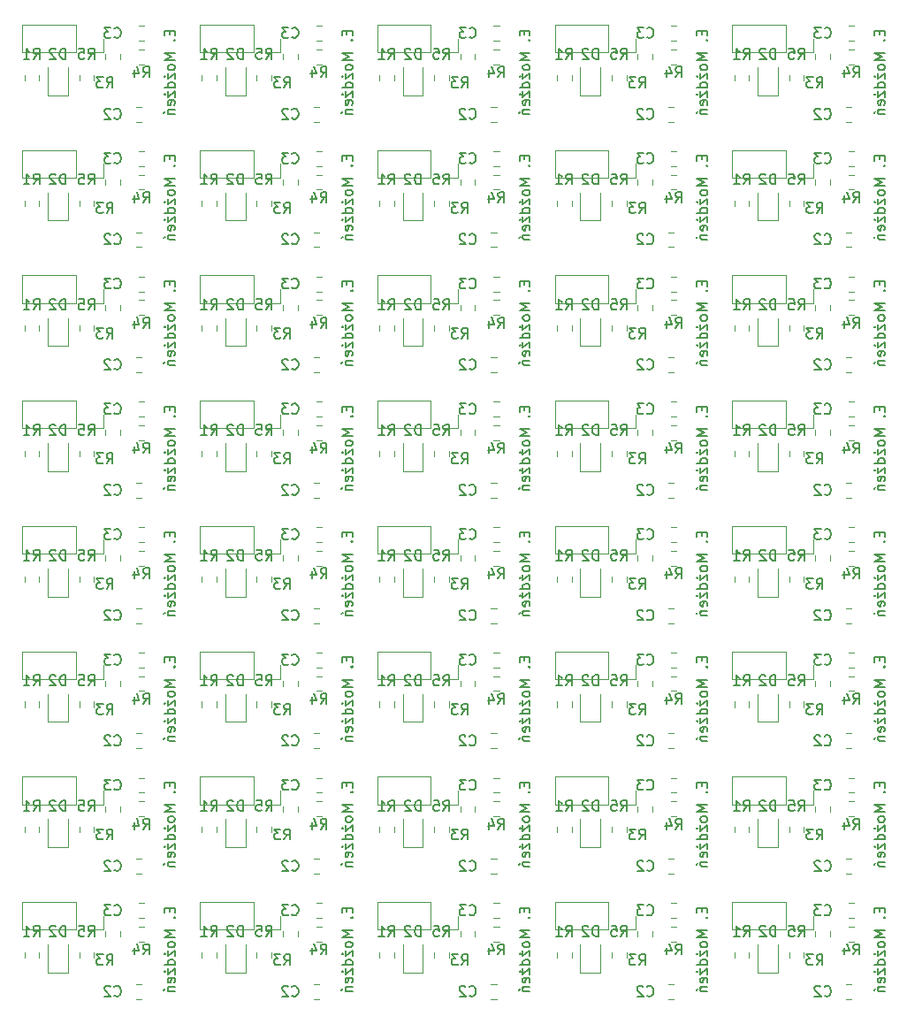
<source format=gbr>
%TF.GenerationSoftware,KiCad,Pcbnew,(5.1.6)-1*%
%TF.CreationDate,2021-08-14T15:10:30+02:00*%
%TF.ProjectId,proxima_panel,70726f78-696d-4615-9f70-616e656c2e6b,rev?*%
%TF.SameCoordinates,Original*%
%TF.FileFunction,Legend,Bot*%
%TF.FilePolarity,Positive*%
%FSLAX46Y46*%
G04 Gerber Fmt 4.6, Leading zero omitted, Abs format (unit mm)*
G04 Created by KiCad (PCBNEW (5.1.6)-1) date 2021-08-14 15:10:30*
%MOMM*%
%LPD*%
G01*
G04 APERTURE LIST*
%ADD10C,0.150000*%
%ADD11C,0.120000*%
G04 APERTURE END LIST*
D10*
X214178571Y-181750000D02*
X214178571Y-182083333D01*
X214702380Y-182226190D02*
X214702380Y-181750000D01*
X213702380Y-181750000D01*
X213702380Y-182226190D01*
X214607142Y-182654761D02*
X214654761Y-182702380D01*
X214702380Y-182654761D01*
X214654761Y-182607142D01*
X214607142Y-182654761D01*
X214702380Y-182654761D01*
X214702380Y-183892857D02*
X213702380Y-183892857D01*
X214416666Y-184226190D01*
X213702380Y-184559523D01*
X214702380Y-184559523D01*
X214702380Y-185178571D02*
X214654761Y-185083333D01*
X214607142Y-185035714D01*
X214511904Y-184988095D01*
X214226190Y-184988095D01*
X214130952Y-185035714D01*
X214083333Y-185083333D01*
X214035714Y-185178571D01*
X214035714Y-185321428D01*
X214083333Y-185416666D01*
X214130952Y-185464285D01*
X214226190Y-185511904D01*
X214511904Y-185511904D01*
X214607142Y-185464285D01*
X214654761Y-185416666D01*
X214702380Y-185321428D01*
X214702380Y-185178571D01*
X214035714Y-185845238D02*
X214035714Y-186369047D01*
X214702380Y-185845238D01*
X214702380Y-186369047D01*
X213702380Y-186130952D02*
X213750000Y-186083333D01*
X213797619Y-186130952D01*
X213750000Y-186178571D01*
X213702380Y-186130952D01*
X213797619Y-186130952D01*
X214702380Y-187178571D02*
X213702380Y-187178571D01*
X214654761Y-187178571D02*
X214702380Y-187083333D01*
X214702380Y-186892857D01*
X214654761Y-186797619D01*
X214607142Y-186750000D01*
X214511904Y-186702380D01*
X214226190Y-186702380D01*
X214130952Y-186750000D01*
X214083333Y-186797619D01*
X214035714Y-186892857D01*
X214035714Y-187083333D01*
X214083333Y-187178571D01*
X214035714Y-187559523D02*
X214035714Y-188083333D01*
X214702380Y-187559523D01*
X214702380Y-188083333D01*
X213702380Y-187845238D02*
X213750000Y-187797619D01*
X213797619Y-187845238D01*
X213750000Y-187892857D01*
X213702380Y-187845238D01*
X213797619Y-187845238D01*
X214654761Y-188845238D02*
X214702380Y-188750000D01*
X214702380Y-188559523D01*
X214654761Y-188464285D01*
X214559523Y-188416666D01*
X214178571Y-188416666D01*
X214083333Y-188464285D01*
X214035714Y-188559523D01*
X214035714Y-188750000D01*
X214083333Y-188845238D01*
X214178571Y-188892857D01*
X214273809Y-188892857D01*
X214369047Y-188416666D01*
X214035714Y-189321428D02*
X214702380Y-189321428D01*
X214130952Y-189321428D02*
X214083333Y-189369047D01*
X214035714Y-189464285D01*
X214035714Y-189607142D01*
X214083333Y-189702380D01*
X214178571Y-189750000D01*
X214702380Y-189750000D01*
X213654761Y-189607142D02*
X213797619Y-189464285D01*
X197178571Y-181750000D02*
X197178571Y-182083333D01*
X197702380Y-182226190D02*
X197702380Y-181750000D01*
X196702380Y-181750000D01*
X196702380Y-182226190D01*
X197607142Y-182654761D02*
X197654761Y-182702380D01*
X197702380Y-182654761D01*
X197654761Y-182607142D01*
X197607142Y-182654761D01*
X197702380Y-182654761D01*
X197702380Y-183892857D02*
X196702380Y-183892857D01*
X197416666Y-184226190D01*
X196702380Y-184559523D01*
X197702380Y-184559523D01*
X197702380Y-185178571D02*
X197654761Y-185083333D01*
X197607142Y-185035714D01*
X197511904Y-184988095D01*
X197226190Y-184988095D01*
X197130952Y-185035714D01*
X197083333Y-185083333D01*
X197035714Y-185178571D01*
X197035714Y-185321428D01*
X197083333Y-185416666D01*
X197130952Y-185464285D01*
X197226190Y-185511904D01*
X197511904Y-185511904D01*
X197607142Y-185464285D01*
X197654761Y-185416666D01*
X197702380Y-185321428D01*
X197702380Y-185178571D01*
X197035714Y-185845238D02*
X197035714Y-186369047D01*
X197702380Y-185845238D01*
X197702380Y-186369047D01*
X196702380Y-186130952D02*
X196750000Y-186083333D01*
X196797619Y-186130952D01*
X196750000Y-186178571D01*
X196702380Y-186130952D01*
X196797619Y-186130952D01*
X197702380Y-187178571D02*
X196702380Y-187178571D01*
X197654761Y-187178571D02*
X197702380Y-187083333D01*
X197702380Y-186892857D01*
X197654761Y-186797619D01*
X197607142Y-186750000D01*
X197511904Y-186702380D01*
X197226190Y-186702380D01*
X197130952Y-186750000D01*
X197083333Y-186797619D01*
X197035714Y-186892857D01*
X197035714Y-187083333D01*
X197083333Y-187178571D01*
X197035714Y-187559523D02*
X197035714Y-188083333D01*
X197702380Y-187559523D01*
X197702380Y-188083333D01*
X196702380Y-187845238D02*
X196750000Y-187797619D01*
X196797619Y-187845238D01*
X196750000Y-187892857D01*
X196702380Y-187845238D01*
X196797619Y-187845238D01*
X197654761Y-188845238D02*
X197702380Y-188750000D01*
X197702380Y-188559523D01*
X197654761Y-188464285D01*
X197559523Y-188416666D01*
X197178571Y-188416666D01*
X197083333Y-188464285D01*
X197035714Y-188559523D01*
X197035714Y-188750000D01*
X197083333Y-188845238D01*
X197178571Y-188892857D01*
X197273809Y-188892857D01*
X197369047Y-188416666D01*
X197035714Y-189321428D02*
X197702380Y-189321428D01*
X197130952Y-189321428D02*
X197083333Y-189369047D01*
X197035714Y-189464285D01*
X197035714Y-189607142D01*
X197083333Y-189702380D01*
X197178571Y-189750000D01*
X197702380Y-189750000D01*
X196654761Y-189607142D02*
X196797619Y-189464285D01*
X180178571Y-181750000D02*
X180178571Y-182083333D01*
X180702380Y-182226190D02*
X180702380Y-181750000D01*
X179702380Y-181750000D01*
X179702380Y-182226190D01*
X180607142Y-182654761D02*
X180654761Y-182702380D01*
X180702380Y-182654761D01*
X180654761Y-182607142D01*
X180607142Y-182654761D01*
X180702380Y-182654761D01*
X180702380Y-183892857D02*
X179702380Y-183892857D01*
X180416666Y-184226190D01*
X179702380Y-184559523D01*
X180702380Y-184559523D01*
X180702380Y-185178571D02*
X180654761Y-185083333D01*
X180607142Y-185035714D01*
X180511904Y-184988095D01*
X180226190Y-184988095D01*
X180130952Y-185035714D01*
X180083333Y-185083333D01*
X180035714Y-185178571D01*
X180035714Y-185321428D01*
X180083333Y-185416666D01*
X180130952Y-185464285D01*
X180226190Y-185511904D01*
X180511904Y-185511904D01*
X180607142Y-185464285D01*
X180654761Y-185416666D01*
X180702380Y-185321428D01*
X180702380Y-185178571D01*
X180035714Y-185845238D02*
X180035714Y-186369047D01*
X180702380Y-185845238D01*
X180702380Y-186369047D01*
X179702380Y-186130952D02*
X179750000Y-186083333D01*
X179797619Y-186130952D01*
X179750000Y-186178571D01*
X179702380Y-186130952D01*
X179797619Y-186130952D01*
X180702380Y-187178571D02*
X179702380Y-187178571D01*
X180654761Y-187178571D02*
X180702380Y-187083333D01*
X180702380Y-186892857D01*
X180654761Y-186797619D01*
X180607142Y-186750000D01*
X180511904Y-186702380D01*
X180226190Y-186702380D01*
X180130952Y-186750000D01*
X180083333Y-186797619D01*
X180035714Y-186892857D01*
X180035714Y-187083333D01*
X180083333Y-187178571D01*
X180035714Y-187559523D02*
X180035714Y-188083333D01*
X180702380Y-187559523D01*
X180702380Y-188083333D01*
X179702380Y-187845238D02*
X179750000Y-187797619D01*
X179797619Y-187845238D01*
X179750000Y-187892857D01*
X179702380Y-187845238D01*
X179797619Y-187845238D01*
X180654761Y-188845238D02*
X180702380Y-188750000D01*
X180702380Y-188559523D01*
X180654761Y-188464285D01*
X180559523Y-188416666D01*
X180178571Y-188416666D01*
X180083333Y-188464285D01*
X180035714Y-188559523D01*
X180035714Y-188750000D01*
X180083333Y-188845238D01*
X180178571Y-188892857D01*
X180273809Y-188892857D01*
X180369047Y-188416666D01*
X180035714Y-189321428D02*
X180702380Y-189321428D01*
X180130952Y-189321428D02*
X180083333Y-189369047D01*
X180035714Y-189464285D01*
X180035714Y-189607142D01*
X180083333Y-189702380D01*
X180178571Y-189750000D01*
X180702380Y-189750000D01*
X179654761Y-189607142D02*
X179797619Y-189464285D01*
X163178571Y-181750000D02*
X163178571Y-182083333D01*
X163702380Y-182226190D02*
X163702380Y-181750000D01*
X162702380Y-181750000D01*
X162702380Y-182226190D01*
X163607142Y-182654761D02*
X163654761Y-182702380D01*
X163702380Y-182654761D01*
X163654761Y-182607142D01*
X163607142Y-182654761D01*
X163702380Y-182654761D01*
X163702380Y-183892857D02*
X162702380Y-183892857D01*
X163416666Y-184226190D01*
X162702380Y-184559523D01*
X163702380Y-184559523D01*
X163702380Y-185178571D02*
X163654761Y-185083333D01*
X163607142Y-185035714D01*
X163511904Y-184988095D01*
X163226190Y-184988095D01*
X163130952Y-185035714D01*
X163083333Y-185083333D01*
X163035714Y-185178571D01*
X163035714Y-185321428D01*
X163083333Y-185416666D01*
X163130952Y-185464285D01*
X163226190Y-185511904D01*
X163511904Y-185511904D01*
X163607142Y-185464285D01*
X163654761Y-185416666D01*
X163702380Y-185321428D01*
X163702380Y-185178571D01*
X163035714Y-185845238D02*
X163035714Y-186369047D01*
X163702380Y-185845238D01*
X163702380Y-186369047D01*
X162702380Y-186130952D02*
X162750000Y-186083333D01*
X162797619Y-186130952D01*
X162750000Y-186178571D01*
X162702380Y-186130952D01*
X162797619Y-186130952D01*
X163702380Y-187178571D02*
X162702380Y-187178571D01*
X163654761Y-187178571D02*
X163702380Y-187083333D01*
X163702380Y-186892857D01*
X163654761Y-186797619D01*
X163607142Y-186750000D01*
X163511904Y-186702380D01*
X163226190Y-186702380D01*
X163130952Y-186750000D01*
X163083333Y-186797619D01*
X163035714Y-186892857D01*
X163035714Y-187083333D01*
X163083333Y-187178571D01*
X163035714Y-187559523D02*
X163035714Y-188083333D01*
X163702380Y-187559523D01*
X163702380Y-188083333D01*
X162702380Y-187845238D02*
X162750000Y-187797619D01*
X162797619Y-187845238D01*
X162750000Y-187892857D01*
X162702380Y-187845238D01*
X162797619Y-187845238D01*
X163654761Y-188845238D02*
X163702380Y-188750000D01*
X163702380Y-188559523D01*
X163654761Y-188464285D01*
X163559523Y-188416666D01*
X163178571Y-188416666D01*
X163083333Y-188464285D01*
X163035714Y-188559523D01*
X163035714Y-188750000D01*
X163083333Y-188845238D01*
X163178571Y-188892857D01*
X163273809Y-188892857D01*
X163369047Y-188416666D01*
X163035714Y-189321428D02*
X163702380Y-189321428D01*
X163130952Y-189321428D02*
X163083333Y-189369047D01*
X163035714Y-189464285D01*
X163035714Y-189607142D01*
X163083333Y-189702380D01*
X163178571Y-189750000D01*
X163702380Y-189750000D01*
X162654761Y-189607142D02*
X162797619Y-189464285D01*
X146178571Y-181750000D02*
X146178571Y-182083333D01*
X146702380Y-182226190D02*
X146702380Y-181750000D01*
X145702380Y-181750000D01*
X145702380Y-182226190D01*
X146607142Y-182654761D02*
X146654761Y-182702380D01*
X146702380Y-182654761D01*
X146654761Y-182607142D01*
X146607142Y-182654761D01*
X146702380Y-182654761D01*
X146702380Y-183892857D02*
X145702380Y-183892857D01*
X146416666Y-184226190D01*
X145702380Y-184559523D01*
X146702380Y-184559523D01*
X146702380Y-185178571D02*
X146654761Y-185083333D01*
X146607142Y-185035714D01*
X146511904Y-184988095D01*
X146226190Y-184988095D01*
X146130952Y-185035714D01*
X146083333Y-185083333D01*
X146035714Y-185178571D01*
X146035714Y-185321428D01*
X146083333Y-185416666D01*
X146130952Y-185464285D01*
X146226190Y-185511904D01*
X146511904Y-185511904D01*
X146607142Y-185464285D01*
X146654761Y-185416666D01*
X146702380Y-185321428D01*
X146702380Y-185178571D01*
X146035714Y-185845238D02*
X146035714Y-186369047D01*
X146702380Y-185845238D01*
X146702380Y-186369047D01*
X145702380Y-186130952D02*
X145750000Y-186083333D01*
X145797619Y-186130952D01*
X145750000Y-186178571D01*
X145702380Y-186130952D01*
X145797619Y-186130952D01*
X146702380Y-187178571D02*
X145702380Y-187178571D01*
X146654761Y-187178571D02*
X146702380Y-187083333D01*
X146702380Y-186892857D01*
X146654761Y-186797619D01*
X146607142Y-186750000D01*
X146511904Y-186702380D01*
X146226190Y-186702380D01*
X146130952Y-186750000D01*
X146083333Y-186797619D01*
X146035714Y-186892857D01*
X146035714Y-187083333D01*
X146083333Y-187178571D01*
X146035714Y-187559523D02*
X146035714Y-188083333D01*
X146702380Y-187559523D01*
X146702380Y-188083333D01*
X145702380Y-187845238D02*
X145750000Y-187797619D01*
X145797619Y-187845238D01*
X145750000Y-187892857D01*
X145702380Y-187845238D01*
X145797619Y-187845238D01*
X146654761Y-188845238D02*
X146702380Y-188750000D01*
X146702380Y-188559523D01*
X146654761Y-188464285D01*
X146559523Y-188416666D01*
X146178571Y-188416666D01*
X146083333Y-188464285D01*
X146035714Y-188559523D01*
X146035714Y-188750000D01*
X146083333Y-188845238D01*
X146178571Y-188892857D01*
X146273809Y-188892857D01*
X146369047Y-188416666D01*
X146035714Y-189321428D02*
X146702380Y-189321428D01*
X146130952Y-189321428D02*
X146083333Y-189369047D01*
X146035714Y-189464285D01*
X146035714Y-189607142D01*
X146083333Y-189702380D01*
X146178571Y-189750000D01*
X146702380Y-189750000D01*
X145654761Y-189607142D02*
X145797619Y-189464285D01*
X214178571Y-169750000D02*
X214178571Y-170083333D01*
X214702380Y-170226190D02*
X214702380Y-169750000D01*
X213702380Y-169750000D01*
X213702380Y-170226190D01*
X214607142Y-170654761D02*
X214654761Y-170702380D01*
X214702380Y-170654761D01*
X214654761Y-170607142D01*
X214607142Y-170654761D01*
X214702380Y-170654761D01*
X214702380Y-171892857D02*
X213702380Y-171892857D01*
X214416666Y-172226190D01*
X213702380Y-172559523D01*
X214702380Y-172559523D01*
X214702380Y-173178571D02*
X214654761Y-173083333D01*
X214607142Y-173035714D01*
X214511904Y-172988095D01*
X214226190Y-172988095D01*
X214130952Y-173035714D01*
X214083333Y-173083333D01*
X214035714Y-173178571D01*
X214035714Y-173321428D01*
X214083333Y-173416666D01*
X214130952Y-173464285D01*
X214226190Y-173511904D01*
X214511904Y-173511904D01*
X214607142Y-173464285D01*
X214654761Y-173416666D01*
X214702380Y-173321428D01*
X214702380Y-173178571D01*
X214035714Y-173845238D02*
X214035714Y-174369047D01*
X214702380Y-173845238D01*
X214702380Y-174369047D01*
X213702380Y-174130952D02*
X213750000Y-174083333D01*
X213797619Y-174130952D01*
X213750000Y-174178571D01*
X213702380Y-174130952D01*
X213797619Y-174130952D01*
X214702380Y-175178571D02*
X213702380Y-175178571D01*
X214654761Y-175178571D02*
X214702380Y-175083333D01*
X214702380Y-174892857D01*
X214654761Y-174797619D01*
X214607142Y-174750000D01*
X214511904Y-174702380D01*
X214226190Y-174702380D01*
X214130952Y-174750000D01*
X214083333Y-174797619D01*
X214035714Y-174892857D01*
X214035714Y-175083333D01*
X214083333Y-175178571D01*
X214035714Y-175559523D02*
X214035714Y-176083333D01*
X214702380Y-175559523D01*
X214702380Y-176083333D01*
X213702380Y-175845238D02*
X213750000Y-175797619D01*
X213797619Y-175845238D01*
X213750000Y-175892857D01*
X213702380Y-175845238D01*
X213797619Y-175845238D01*
X214654761Y-176845238D02*
X214702380Y-176750000D01*
X214702380Y-176559523D01*
X214654761Y-176464285D01*
X214559523Y-176416666D01*
X214178571Y-176416666D01*
X214083333Y-176464285D01*
X214035714Y-176559523D01*
X214035714Y-176750000D01*
X214083333Y-176845238D01*
X214178571Y-176892857D01*
X214273809Y-176892857D01*
X214369047Y-176416666D01*
X214035714Y-177321428D02*
X214702380Y-177321428D01*
X214130952Y-177321428D02*
X214083333Y-177369047D01*
X214035714Y-177464285D01*
X214035714Y-177607142D01*
X214083333Y-177702380D01*
X214178571Y-177750000D01*
X214702380Y-177750000D01*
X213654761Y-177607142D02*
X213797619Y-177464285D01*
X197178571Y-169750000D02*
X197178571Y-170083333D01*
X197702380Y-170226190D02*
X197702380Y-169750000D01*
X196702380Y-169750000D01*
X196702380Y-170226190D01*
X197607142Y-170654761D02*
X197654761Y-170702380D01*
X197702380Y-170654761D01*
X197654761Y-170607142D01*
X197607142Y-170654761D01*
X197702380Y-170654761D01*
X197702380Y-171892857D02*
X196702380Y-171892857D01*
X197416666Y-172226190D01*
X196702380Y-172559523D01*
X197702380Y-172559523D01*
X197702380Y-173178571D02*
X197654761Y-173083333D01*
X197607142Y-173035714D01*
X197511904Y-172988095D01*
X197226190Y-172988095D01*
X197130952Y-173035714D01*
X197083333Y-173083333D01*
X197035714Y-173178571D01*
X197035714Y-173321428D01*
X197083333Y-173416666D01*
X197130952Y-173464285D01*
X197226190Y-173511904D01*
X197511904Y-173511904D01*
X197607142Y-173464285D01*
X197654761Y-173416666D01*
X197702380Y-173321428D01*
X197702380Y-173178571D01*
X197035714Y-173845238D02*
X197035714Y-174369047D01*
X197702380Y-173845238D01*
X197702380Y-174369047D01*
X196702380Y-174130952D02*
X196750000Y-174083333D01*
X196797619Y-174130952D01*
X196750000Y-174178571D01*
X196702380Y-174130952D01*
X196797619Y-174130952D01*
X197702380Y-175178571D02*
X196702380Y-175178571D01*
X197654761Y-175178571D02*
X197702380Y-175083333D01*
X197702380Y-174892857D01*
X197654761Y-174797619D01*
X197607142Y-174750000D01*
X197511904Y-174702380D01*
X197226190Y-174702380D01*
X197130952Y-174750000D01*
X197083333Y-174797619D01*
X197035714Y-174892857D01*
X197035714Y-175083333D01*
X197083333Y-175178571D01*
X197035714Y-175559523D02*
X197035714Y-176083333D01*
X197702380Y-175559523D01*
X197702380Y-176083333D01*
X196702380Y-175845238D02*
X196750000Y-175797619D01*
X196797619Y-175845238D01*
X196750000Y-175892857D01*
X196702380Y-175845238D01*
X196797619Y-175845238D01*
X197654761Y-176845238D02*
X197702380Y-176750000D01*
X197702380Y-176559523D01*
X197654761Y-176464285D01*
X197559523Y-176416666D01*
X197178571Y-176416666D01*
X197083333Y-176464285D01*
X197035714Y-176559523D01*
X197035714Y-176750000D01*
X197083333Y-176845238D01*
X197178571Y-176892857D01*
X197273809Y-176892857D01*
X197369047Y-176416666D01*
X197035714Y-177321428D02*
X197702380Y-177321428D01*
X197130952Y-177321428D02*
X197083333Y-177369047D01*
X197035714Y-177464285D01*
X197035714Y-177607142D01*
X197083333Y-177702380D01*
X197178571Y-177750000D01*
X197702380Y-177750000D01*
X196654761Y-177607142D02*
X196797619Y-177464285D01*
X180178571Y-169750000D02*
X180178571Y-170083333D01*
X180702380Y-170226190D02*
X180702380Y-169750000D01*
X179702380Y-169750000D01*
X179702380Y-170226190D01*
X180607142Y-170654761D02*
X180654761Y-170702380D01*
X180702380Y-170654761D01*
X180654761Y-170607142D01*
X180607142Y-170654761D01*
X180702380Y-170654761D01*
X180702380Y-171892857D02*
X179702380Y-171892857D01*
X180416666Y-172226190D01*
X179702380Y-172559523D01*
X180702380Y-172559523D01*
X180702380Y-173178571D02*
X180654761Y-173083333D01*
X180607142Y-173035714D01*
X180511904Y-172988095D01*
X180226190Y-172988095D01*
X180130952Y-173035714D01*
X180083333Y-173083333D01*
X180035714Y-173178571D01*
X180035714Y-173321428D01*
X180083333Y-173416666D01*
X180130952Y-173464285D01*
X180226190Y-173511904D01*
X180511904Y-173511904D01*
X180607142Y-173464285D01*
X180654761Y-173416666D01*
X180702380Y-173321428D01*
X180702380Y-173178571D01*
X180035714Y-173845238D02*
X180035714Y-174369047D01*
X180702380Y-173845238D01*
X180702380Y-174369047D01*
X179702380Y-174130952D02*
X179750000Y-174083333D01*
X179797619Y-174130952D01*
X179750000Y-174178571D01*
X179702380Y-174130952D01*
X179797619Y-174130952D01*
X180702380Y-175178571D02*
X179702380Y-175178571D01*
X180654761Y-175178571D02*
X180702380Y-175083333D01*
X180702380Y-174892857D01*
X180654761Y-174797619D01*
X180607142Y-174750000D01*
X180511904Y-174702380D01*
X180226190Y-174702380D01*
X180130952Y-174750000D01*
X180083333Y-174797619D01*
X180035714Y-174892857D01*
X180035714Y-175083333D01*
X180083333Y-175178571D01*
X180035714Y-175559523D02*
X180035714Y-176083333D01*
X180702380Y-175559523D01*
X180702380Y-176083333D01*
X179702380Y-175845238D02*
X179750000Y-175797619D01*
X179797619Y-175845238D01*
X179750000Y-175892857D01*
X179702380Y-175845238D01*
X179797619Y-175845238D01*
X180654761Y-176845238D02*
X180702380Y-176750000D01*
X180702380Y-176559523D01*
X180654761Y-176464285D01*
X180559523Y-176416666D01*
X180178571Y-176416666D01*
X180083333Y-176464285D01*
X180035714Y-176559523D01*
X180035714Y-176750000D01*
X180083333Y-176845238D01*
X180178571Y-176892857D01*
X180273809Y-176892857D01*
X180369047Y-176416666D01*
X180035714Y-177321428D02*
X180702380Y-177321428D01*
X180130952Y-177321428D02*
X180083333Y-177369047D01*
X180035714Y-177464285D01*
X180035714Y-177607142D01*
X180083333Y-177702380D01*
X180178571Y-177750000D01*
X180702380Y-177750000D01*
X179654761Y-177607142D02*
X179797619Y-177464285D01*
X163178571Y-169750000D02*
X163178571Y-170083333D01*
X163702380Y-170226190D02*
X163702380Y-169750000D01*
X162702380Y-169750000D01*
X162702380Y-170226190D01*
X163607142Y-170654761D02*
X163654761Y-170702380D01*
X163702380Y-170654761D01*
X163654761Y-170607142D01*
X163607142Y-170654761D01*
X163702380Y-170654761D01*
X163702380Y-171892857D02*
X162702380Y-171892857D01*
X163416666Y-172226190D01*
X162702380Y-172559523D01*
X163702380Y-172559523D01*
X163702380Y-173178571D02*
X163654761Y-173083333D01*
X163607142Y-173035714D01*
X163511904Y-172988095D01*
X163226190Y-172988095D01*
X163130952Y-173035714D01*
X163083333Y-173083333D01*
X163035714Y-173178571D01*
X163035714Y-173321428D01*
X163083333Y-173416666D01*
X163130952Y-173464285D01*
X163226190Y-173511904D01*
X163511904Y-173511904D01*
X163607142Y-173464285D01*
X163654761Y-173416666D01*
X163702380Y-173321428D01*
X163702380Y-173178571D01*
X163035714Y-173845238D02*
X163035714Y-174369047D01*
X163702380Y-173845238D01*
X163702380Y-174369047D01*
X162702380Y-174130952D02*
X162750000Y-174083333D01*
X162797619Y-174130952D01*
X162750000Y-174178571D01*
X162702380Y-174130952D01*
X162797619Y-174130952D01*
X163702380Y-175178571D02*
X162702380Y-175178571D01*
X163654761Y-175178571D02*
X163702380Y-175083333D01*
X163702380Y-174892857D01*
X163654761Y-174797619D01*
X163607142Y-174750000D01*
X163511904Y-174702380D01*
X163226190Y-174702380D01*
X163130952Y-174750000D01*
X163083333Y-174797619D01*
X163035714Y-174892857D01*
X163035714Y-175083333D01*
X163083333Y-175178571D01*
X163035714Y-175559523D02*
X163035714Y-176083333D01*
X163702380Y-175559523D01*
X163702380Y-176083333D01*
X162702380Y-175845238D02*
X162750000Y-175797619D01*
X162797619Y-175845238D01*
X162750000Y-175892857D01*
X162702380Y-175845238D01*
X162797619Y-175845238D01*
X163654761Y-176845238D02*
X163702380Y-176750000D01*
X163702380Y-176559523D01*
X163654761Y-176464285D01*
X163559523Y-176416666D01*
X163178571Y-176416666D01*
X163083333Y-176464285D01*
X163035714Y-176559523D01*
X163035714Y-176750000D01*
X163083333Y-176845238D01*
X163178571Y-176892857D01*
X163273809Y-176892857D01*
X163369047Y-176416666D01*
X163035714Y-177321428D02*
X163702380Y-177321428D01*
X163130952Y-177321428D02*
X163083333Y-177369047D01*
X163035714Y-177464285D01*
X163035714Y-177607142D01*
X163083333Y-177702380D01*
X163178571Y-177750000D01*
X163702380Y-177750000D01*
X162654761Y-177607142D02*
X162797619Y-177464285D01*
X146178571Y-169750000D02*
X146178571Y-170083333D01*
X146702380Y-170226190D02*
X146702380Y-169750000D01*
X145702380Y-169750000D01*
X145702380Y-170226190D01*
X146607142Y-170654761D02*
X146654761Y-170702380D01*
X146702380Y-170654761D01*
X146654761Y-170607142D01*
X146607142Y-170654761D01*
X146702380Y-170654761D01*
X146702380Y-171892857D02*
X145702380Y-171892857D01*
X146416666Y-172226190D01*
X145702380Y-172559523D01*
X146702380Y-172559523D01*
X146702380Y-173178571D02*
X146654761Y-173083333D01*
X146607142Y-173035714D01*
X146511904Y-172988095D01*
X146226190Y-172988095D01*
X146130952Y-173035714D01*
X146083333Y-173083333D01*
X146035714Y-173178571D01*
X146035714Y-173321428D01*
X146083333Y-173416666D01*
X146130952Y-173464285D01*
X146226190Y-173511904D01*
X146511904Y-173511904D01*
X146607142Y-173464285D01*
X146654761Y-173416666D01*
X146702380Y-173321428D01*
X146702380Y-173178571D01*
X146035714Y-173845238D02*
X146035714Y-174369047D01*
X146702380Y-173845238D01*
X146702380Y-174369047D01*
X145702380Y-174130952D02*
X145750000Y-174083333D01*
X145797619Y-174130952D01*
X145750000Y-174178571D01*
X145702380Y-174130952D01*
X145797619Y-174130952D01*
X146702380Y-175178571D02*
X145702380Y-175178571D01*
X146654761Y-175178571D02*
X146702380Y-175083333D01*
X146702380Y-174892857D01*
X146654761Y-174797619D01*
X146607142Y-174750000D01*
X146511904Y-174702380D01*
X146226190Y-174702380D01*
X146130952Y-174750000D01*
X146083333Y-174797619D01*
X146035714Y-174892857D01*
X146035714Y-175083333D01*
X146083333Y-175178571D01*
X146035714Y-175559523D02*
X146035714Y-176083333D01*
X146702380Y-175559523D01*
X146702380Y-176083333D01*
X145702380Y-175845238D02*
X145750000Y-175797619D01*
X145797619Y-175845238D01*
X145750000Y-175892857D01*
X145702380Y-175845238D01*
X145797619Y-175845238D01*
X146654761Y-176845238D02*
X146702380Y-176750000D01*
X146702380Y-176559523D01*
X146654761Y-176464285D01*
X146559523Y-176416666D01*
X146178571Y-176416666D01*
X146083333Y-176464285D01*
X146035714Y-176559523D01*
X146035714Y-176750000D01*
X146083333Y-176845238D01*
X146178571Y-176892857D01*
X146273809Y-176892857D01*
X146369047Y-176416666D01*
X146035714Y-177321428D02*
X146702380Y-177321428D01*
X146130952Y-177321428D02*
X146083333Y-177369047D01*
X146035714Y-177464285D01*
X146035714Y-177607142D01*
X146083333Y-177702380D01*
X146178571Y-177750000D01*
X146702380Y-177750000D01*
X145654761Y-177607142D02*
X145797619Y-177464285D01*
X214178571Y-157750000D02*
X214178571Y-158083333D01*
X214702380Y-158226190D02*
X214702380Y-157750000D01*
X213702380Y-157750000D01*
X213702380Y-158226190D01*
X214607142Y-158654761D02*
X214654761Y-158702380D01*
X214702380Y-158654761D01*
X214654761Y-158607142D01*
X214607142Y-158654761D01*
X214702380Y-158654761D01*
X214702380Y-159892857D02*
X213702380Y-159892857D01*
X214416666Y-160226190D01*
X213702380Y-160559523D01*
X214702380Y-160559523D01*
X214702380Y-161178571D02*
X214654761Y-161083333D01*
X214607142Y-161035714D01*
X214511904Y-160988095D01*
X214226190Y-160988095D01*
X214130952Y-161035714D01*
X214083333Y-161083333D01*
X214035714Y-161178571D01*
X214035714Y-161321428D01*
X214083333Y-161416666D01*
X214130952Y-161464285D01*
X214226190Y-161511904D01*
X214511904Y-161511904D01*
X214607142Y-161464285D01*
X214654761Y-161416666D01*
X214702380Y-161321428D01*
X214702380Y-161178571D01*
X214035714Y-161845238D02*
X214035714Y-162369047D01*
X214702380Y-161845238D01*
X214702380Y-162369047D01*
X213702380Y-162130952D02*
X213750000Y-162083333D01*
X213797619Y-162130952D01*
X213750000Y-162178571D01*
X213702380Y-162130952D01*
X213797619Y-162130952D01*
X214702380Y-163178571D02*
X213702380Y-163178571D01*
X214654761Y-163178571D02*
X214702380Y-163083333D01*
X214702380Y-162892857D01*
X214654761Y-162797619D01*
X214607142Y-162750000D01*
X214511904Y-162702380D01*
X214226190Y-162702380D01*
X214130952Y-162750000D01*
X214083333Y-162797619D01*
X214035714Y-162892857D01*
X214035714Y-163083333D01*
X214083333Y-163178571D01*
X214035714Y-163559523D02*
X214035714Y-164083333D01*
X214702380Y-163559523D01*
X214702380Y-164083333D01*
X213702380Y-163845238D02*
X213750000Y-163797619D01*
X213797619Y-163845238D01*
X213750000Y-163892857D01*
X213702380Y-163845238D01*
X213797619Y-163845238D01*
X214654761Y-164845238D02*
X214702380Y-164750000D01*
X214702380Y-164559523D01*
X214654761Y-164464285D01*
X214559523Y-164416666D01*
X214178571Y-164416666D01*
X214083333Y-164464285D01*
X214035714Y-164559523D01*
X214035714Y-164750000D01*
X214083333Y-164845238D01*
X214178571Y-164892857D01*
X214273809Y-164892857D01*
X214369047Y-164416666D01*
X214035714Y-165321428D02*
X214702380Y-165321428D01*
X214130952Y-165321428D02*
X214083333Y-165369047D01*
X214035714Y-165464285D01*
X214035714Y-165607142D01*
X214083333Y-165702380D01*
X214178571Y-165750000D01*
X214702380Y-165750000D01*
X213654761Y-165607142D02*
X213797619Y-165464285D01*
X197178571Y-157750000D02*
X197178571Y-158083333D01*
X197702380Y-158226190D02*
X197702380Y-157750000D01*
X196702380Y-157750000D01*
X196702380Y-158226190D01*
X197607142Y-158654761D02*
X197654761Y-158702380D01*
X197702380Y-158654761D01*
X197654761Y-158607142D01*
X197607142Y-158654761D01*
X197702380Y-158654761D01*
X197702380Y-159892857D02*
X196702380Y-159892857D01*
X197416666Y-160226190D01*
X196702380Y-160559523D01*
X197702380Y-160559523D01*
X197702380Y-161178571D02*
X197654761Y-161083333D01*
X197607142Y-161035714D01*
X197511904Y-160988095D01*
X197226190Y-160988095D01*
X197130952Y-161035714D01*
X197083333Y-161083333D01*
X197035714Y-161178571D01*
X197035714Y-161321428D01*
X197083333Y-161416666D01*
X197130952Y-161464285D01*
X197226190Y-161511904D01*
X197511904Y-161511904D01*
X197607142Y-161464285D01*
X197654761Y-161416666D01*
X197702380Y-161321428D01*
X197702380Y-161178571D01*
X197035714Y-161845238D02*
X197035714Y-162369047D01*
X197702380Y-161845238D01*
X197702380Y-162369047D01*
X196702380Y-162130952D02*
X196750000Y-162083333D01*
X196797619Y-162130952D01*
X196750000Y-162178571D01*
X196702380Y-162130952D01*
X196797619Y-162130952D01*
X197702380Y-163178571D02*
X196702380Y-163178571D01*
X197654761Y-163178571D02*
X197702380Y-163083333D01*
X197702380Y-162892857D01*
X197654761Y-162797619D01*
X197607142Y-162750000D01*
X197511904Y-162702380D01*
X197226190Y-162702380D01*
X197130952Y-162750000D01*
X197083333Y-162797619D01*
X197035714Y-162892857D01*
X197035714Y-163083333D01*
X197083333Y-163178571D01*
X197035714Y-163559523D02*
X197035714Y-164083333D01*
X197702380Y-163559523D01*
X197702380Y-164083333D01*
X196702380Y-163845238D02*
X196750000Y-163797619D01*
X196797619Y-163845238D01*
X196750000Y-163892857D01*
X196702380Y-163845238D01*
X196797619Y-163845238D01*
X197654761Y-164845238D02*
X197702380Y-164750000D01*
X197702380Y-164559523D01*
X197654761Y-164464285D01*
X197559523Y-164416666D01*
X197178571Y-164416666D01*
X197083333Y-164464285D01*
X197035714Y-164559523D01*
X197035714Y-164750000D01*
X197083333Y-164845238D01*
X197178571Y-164892857D01*
X197273809Y-164892857D01*
X197369047Y-164416666D01*
X197035714Y-165321428D02*
X197702380Y-165321428D01*
X197130952Y-165321428D02*
X197083333Y-165369047D01*
X197035714Y-165464285D01*
X197035714Y-165607142D01*
X197083333Y-165702380D01*
X197178571Y-165750000D01*
X197702380Y-165750000D01*
X196654761Y-165607142D02*
X196797619Y-165464285D01*
X180178571Y-157750000D02*
X180178571Y-158083333D01*
X180702380Y-158226190D02*
X180702380Y-157750000D01*
X179702380Y-157750000D01*
X179702380Y-158226190D01*
X180607142Y-158654761D02*
X180654761Y-158702380D01*
X180702380Y-158654761D01*
X180654761Y-158607142D01*
X180607142Y-158654761D01*
X180702380Y-158654761D01*
X180702380Y-159892857D02*
X179702380Y-159892857D01*
X180416666Y-160226190D01*
X179702380Y-160559523D01*
X180702380Y-160559523D01*
X180702380Y-161178571D02*
X180654761Y-161083333D01*
X180607142Y-161035714D01*
X180511904Y-160988095D01*
X180226190Y-160988095D01*
X180130952Y-161035714D01*
X180083333Y-161083333D01*
X180035714Y-161178571D01*
X180035714Y-161321428D01*
X180083333Y-161416666D01*
X180130952Y-161464285D01*
X180226190Y-161511904D01*
X180511904Y-161511904D01*
X180607142Y-161464285D01*
X180654761Y-161416666D01*
X180702380Y-161321428D01*
X180702380Y-161178571D01*
X180035714Y-161845238D02*
X180035714Y-162369047D01*
X180702380Y-161845238D01*
X180702380Y-162369047D01*
X179702380Y-162130952D02*
X179750000Y-162083333D01*
X179797619Y-162130952D01*
X179750000Y-162178571D01*
X179702380Y-162130952D01*
X179797619Y-162130952D01*
X180702380Y-163178571D02*
X179702380Y-163178571D01*
X180654761Y-163178571D02*
X180702380Y-163083333D01*
X180702380Y-162892857D01*
X180654761Y-162797619D01*
X180607142Y-162750000D01*
X180511904Y-162702380D01*
X180226190Y-162702380D01*
X180130952Y-162750000D01*
X180083333Y-162797619D01*
X180035714Y-162892857D01*
X180035714Y-163083333D01*
X180083333Y-163178571D01*
X180035714Y-163559523D02*
X180035714Y-164083333D01*
X180702380Y-163559523D01*
X180702380Y-164083333D01*
X179702380Y-163845238D02*
X179750000Y-163797619D01*
X179797619Y-163845238D01*
X179750000Y-163892857D01*
X179702380Y-163845238D01*
X179797619Y-163845238D01*
X180654761Y-164845238D02*
X180702380Y-164750000D01*
X180702380Y-164559523D01*
X180654761Y-164464285D01*
X180559523Y-164416666D01*
X180178571Y-164416666D01*
X180083333Y-164464285D01*
X180035714Y-164559523D01*
X180035714Y-164750000D01*
X180083333Y-164845238D01*
X180178571Y-164892857D01*
X180273809Y-164892857D01*
X180369047Y-164416666D01*
X180035714Y-165321428D02*
X180702380Y-165321428D01*
X180130952Y-165321428D02*
X180083333Y-165369047D01*
X180035714Y-165464285D01*
X180035714Y-165607142D01*
X180083333Y-165702380D01*
X180178571Y-165750000D01*
X180702380Y-165750000D01*
X179654761Y-165607142D02*
X179797619Y-165464285D01*
X163178571Y-157750000D02*
X163178571Y-158083333D01*
X163702380Y-158226190D02*
X163702380Y-157750000D01*
X162702380Y-157750000D01*
X162702380Y-158226190D01*
X163607142Y-158654761D02*
X163654761Y-158702380D01*
X163702380Y-158654761D01*
X163654761Y-158607142D01*
X163607142Y-158654761D01*
X163702380Y-158654761D01*
X163702380Y-159892857D02*
X162702380Y-159892857D01*
X163416666Y-160226190D01*
X162702380Y-160559523D01*
X163702380Y-160559523D01*
X163702380Y-161178571D02*
X163654761Y-161083333D01*
X163607142Y-161035714D01*
X163511904Y-160988095D01*
X163226190Y-160988095D01*
X163130952Y-161035714D01*
X163083333Y-161083333D01*
X163035714Y-161178571D01*
X163035714Y-161321428D01*
X163083333Y-161416666D01*
X163130952Y-161464285D01*
X163226190Y-161511904D01*
X163511904Y-161511904D01*
X163607142Y-161464285D01*
X163654761Y-161416666D01*
X163702380Y-161321428D01*
X163702380Y-161178571D01*
X163035714Y-161845238D02*
X163035714Y-162369047D01*
X163702380Y-161845238D01*
X163702380Y-162369047D01*
X162702380Y-162130952D02*
X162750000Y-162083333D01*
X162797619Y-162130952D01*
X162750000Y-162178571D01*
X162702380Y-162130952D01*
X162797619Y-162130952D01*
X163702380Y-163178571D02*
X162702380Y-163178571D01*
X163654761Y-163178571D02*
X163702380Y-163083333D01*
X163702380Y-162892857D01*
X163654761Y-162797619D01*
X163607142Y-162750000D01*
X163511904Y-162702380D01*
X163226190Y-162702380D01*
X163130952Y-162750000D01*
X163083333Y-162797619D01*
X163035714Y-162892857D01*
X163035714Y-163083333D01*
X163083333Y-163178571D01*
X163035714Y-163559523D02*
X163035714Y-164083333D01*
X163702380Y-163559523D01*
X163702380Y-164083333D01*
X162702380Y-163845238D02*
X162750000Y-163797619D01*
X162797619Y-163845238D01*
X162750000Y-163892857D01*
X162702380Y-163845238D01*
X162797619Y-163845238D01*
X163654761Y-164845238D02*
X163702380Y-164750000D01*
X163702380Y-164559523D01*
X163654761Y-164464285D01*
X163559523Y-164416666D01*
X163178571Y-164416666D01*
X163083333Y-164464285D01*
X163035714Y-164559523D01*
X163035714Y-164750000D01*
X163083333Y-164845238D01*
X163178571Y-164892857D01*
X163273809Y-164892857D01*
X163369047Y-164416666D01*
X163035714Y-165321428D02*
X163702380Y-165321428D01*
X163130952Y-165321428D02*
X163083333Y-165369047D01*
X163035714Y-165464285D01*
X163035714Y-165607142D01*
X163083333Y-165702380D01*
X163178571Y-165750000D01*
X163702380Y-165750000D01*
X162654761Y-165607142D02*
X162797619Y-165464285D01*
X146178571Y-157750000D02*
X146178571Y-158083333D01*
X146702380Y-158226190D02*
X146702380Y-157750000D01*
X145702380Y-157750000D01*
X145702380Y-158226190D01*
X146607142Y-158654761D02*
X146654761Y-158702380D01*
X146702380Y-158654761D01*
X146654761Y-158607142D01*
X146607142Y-158654761D01*
X146702380Y-158654761D01*
X146702380Y-159892857D02*
X145702380Y-159892857D01*
X146416666Y-160226190D01*
X145702380Y-160559523D01*
X146702380Y-160559523D01*
X146702380Y-161178571D02*
X146654761Y-161083333D01*
X146607142Y-161035714D01*
X146511904Y-160988095D01*
X146226190Y-160988095D01*
X146130952Y-161035714D01*
X146083333Y-161083333D01*
X146035714Y-161178571D01*
X146035714Y-161321428D01*
X146083333Y-161416666D01*
X146130952Y-161464285D01*
X146226190Y-161511904D01*
X146511904Y-161511904D01*
X146607142Y-161464285D01*
X146654761Y-161416666D01*
X146702380Y-161321428D01*
X146702380Y-161178571D01*
X146035714Y-161845238D02*
X146035714Y-162369047D01*
X146702380Y-161845238D01*
X146702380Y-162369047D01*
X145702380Y-162130952D02*
X145750000Y-162083333D01*
X145797619Y-162130952D01*
X145750000Y-162178571D01*
X145702380Y-162130952D01*
X145797619Y-162130952D01*
X146702380Y-163178571D02*
X145702380Y-163178571D01*
X146654761Y-163178571D02*
X146702380Y-163083333D01*
X146702380Y-162892857D01*
X146654761Y-162797619D01*
X146607142Y-162750000D01*
X146511904Y-162702380D01*
X146226190Y-162702380D01*
X146130952Y-162750000D01*
X146083333Y-162797619D01*
X146035714Y-162892857D01*
X146035714Y-163083333D01*
X146083333Y-163178571D01*
X146035714Y-163559523D02*
X146035714Y-164083333D01*
X146702380Y-163559523D01*
X146702380Y-164083333D01*
X145702380Y-163845238D02*
X145750000Y-163797619D01*
X145797619Y-163845238D01*
X145750000Y-163892857D01*
X145702380Y-163845238D01*
X145797619Y-163845238D01*
X146654761Y-164845238D02*
X146702380Y-164750000D01*
X146702380Y-164559523D01*
X146654761Y-164464285D01*
X146559523Y-164416666D01*
X146178571Y-164416666D01*
X146083333Y-164464285D01*
X146035714Y-164559523D01*
X146035714Y-164750000D01*
X146083333Y-164845238D01*
X146178571Y-164892857D01*
X146273809Y-164892857D01*
X146369047Y-164416666D01*
X146035714Y-165321428D02*
X146702380Y-165321428D01*
X146130952Y-165321428D02*
X146083333Y-165369047D01*
X146035714Y-165464285D01*
X146035714Y-165607142D01*
X146083333Y-165702380D01*
X146178571Y-165750000D01*
X146702380Y-165750000D01*
X145654761Y-165607142D02*
X145797619Y-165464285D01*
X214178571Y-145750000D02*
X214178571Y-146083333D01*
X214702380Y-146226190D02*
X214702380Y-145750000D01*
X213702380Y-145750000D01*
X213702380Y-146226190D01*
X214607142Y-146654761D02*
X214654761Y-146702380D01*
X214702380Y-146654761D01*
X214654761Y-146607142D01*
X214607142Y-146654761D01*
X214702380Y-146654761D01*
X214702380Y-147892857D02*
X213702380Y-147892857D01*
X214416666Y-148226190D01*
X213702380Y-148559523D01*
X214702380Y-148559523D01*
X214702380Y-149178571D02*
X214654761Y-149083333D01*
X214607142Y-149035714D01*
X214511904Y-148988095D01*
X214226190Y-148988095D01*
X214130952Y-149035714D01*
X214083333Y-149083333D01*
X214035714Y-149178571D01*
X214035714Y-149321428D01*
X214083333Y-149416666D01*
X214130952Y-149464285D01*
X214226190Y-149511904D01*
X214511904Y-149511904D01*
X214607142Y-149464285D01*
X214654761Y-149416666D01*
X214702380Y-149321428D01*
X214702380Y-149178571D01*
X214035714Y-149845238D02*
X214035714Y-150369047D01*
X214702380Y-149845238D01*
X214702380Y-150369047D01*
X213702380Y-150130952D02*
X213750000Y-150083333D01*
X213797619Y-150130952D01*
X213750000Y-150178571D01*
X213702380Y-150130952D01*
X213797619Y-150130952D01*
X214702380Y-151178571D02*
X213702380Y-151178571D01*
X214654761Y-151178571D02*
X214702380Y-151083333D01*
X214702380Y-150892857D01*
X214654761Y-150797619D01*
X214607142Y-150750000D01*
X214511904Y-150702380D01*
X214226190Y-150702380D01*
X214130952Y-150750000D01*
X214083333Y-150797619D01*
X214035714Y-150892857D01*
X214035714Y-151083333D01*
X214083333Y-151178571D01*
X214035714Y-151559523D02*
X214035714Y-152083333D01*
X214702380Y-151559523D01*
X214702380Y-152083333D01*
X213702380Y-151845238D02*
X213750000Y-151797619D01*
X213797619Y-151845238D01*
X213750000Y-151892857D01*
X213702380Y-151845238D01*
X213797619Y-151845238D01*
X214654761Y-152845238D02*
X214702380Y-152750000D01*
X214702380Y-152559523D01*
X214654761Y-152464285D01*
X214559523Y-152416666D01*
X214178571Y-152416666D01*
X214083333Y-152464285D01*
X214035714Y-152559523D01*
X214035714Y-152750000D01*
X214083333Y-152845238D01*
X214178571Y-152892857D01*
X214273809Y-152892857D01*
X214369047Y-152416666D01*
X214035714Y-153321428D02*
X214702380Y-153321428D01*
X214130952Y-153321428D02*
X214083333Y-153369047D01*
X214035714Y-153464285D01*
X214035714Y-153607142D01*
X214083333Y-153702380D01*
X214178571Y-153750000D01*
X214702380Y-153750000D01*
X213654761Y-153607142D02*
X213797619Y-153464285D01*
X197178571Y-145750000D02*
X197178571Y-146083333D01*
X197702380Y-146226190D02*
X197702380Y-145750000D01*
X196702380Y-145750000D01*
X196702380Y-146226190D01*
X197607142Y-146654761D02*
X197654761Y-146702380D01*
X197702380Y-146654761D01*
X197654761Y-146607142D01*
X197607142Y-146654761D01*
X197702380Y-146654761D01*
X197702380Y-147892857D02*
X196702380Y-147892857D01*
X197416666Y-148226190D01*
X196702380Y-148559523D01*
X197702380Y-148559523D01*
X197702380Y-149178571D02*
X197654761Y-149083333D01*
X197607142Y-149035714D01*
X197511904Y-148988095D01*
X197226190Y-148988095D01*
X197130952Y-149035714D01*
X197083333Y-149083333D01*
X197035714Y-149178571D01*
X197035714Y-149321428D01*
X197083333Y-149416666D01*
X197130952Y-149464285D01*
X197226190Y-149511904D01*
X197511904Y-149511904D01*
X197607142Y-149464285D01*
X197654761Y-149416666D01*
X197702380Y-149321428D01*
X197702380Y-149178571D01*
X197035714Y-149845238D02*
X197035714Y-150369047D01*
X197702380Y-149845238D01*
X197702380Y-150369047D01*
X196702380Y-150130952D02*
X196750000Y-150083333D01*
X196797619Y-150130952D01*
X196750000Y-150178571D01*
X196702380Y-150130952D01*
X196797619Y-150130952D01*
X197702380Y-151178571D02*
X196702380Y-151178571D01*
X197654761Y-151178571D02*
X197702380Y-151083333D01*
X197702380Y-150892857D01*
X197654761Y-150797619D01*
X197607142Y-150750000D01*
X197511904Y-150702380D01*
X197226190Y-150702380D01*
X197130952Y-150750000D01*
X197083333Y-150797619D01*
X197035714Y-150892857D01*
X197035714Y-151083333D01*
X197083333Y-151178571D01*
X197035714Y-151559523D02*
X197035714Y-152083333D01*
X197702380Y-151559523D01*
X197702380Y-152083333D01*
X196702380Y-151845238D02*
X196750000Y-151797619D01*
X196797619Y-151845238D01*
X196750000Y-151892857D01*
X196702380Y-151845238D01*
X196797619Y-151845238D01*
X197654761Y-152845238D02*
X197702380Y-152750000D01*
X197702380Y-152559523D01*
X197654761Y-152464285D01*
X197559523Y-152416666D01*
X197178571Y-152416666D01*
X197083333Y-152464285D01*
X197035714Y-152559523D01*
X197035714Y-152750000D01*
X197083333Y-152845238D01*
X197178571Y-152892857D01*
X197273809Y-152892857D01*
X197369047Y-152416666D01*
X197035714Y-153321428D02*
X197702380Y-153321428D01*
X197130952Y-153321428D02*
X197083333Y-153369047D01*
X197035714Y-153464285D01*
X197035714Y-153607142D01*
X197083333Y-153702380D01*
X197178571Y-153750000D01*
X197702380Y-153750000D01*
X196654761Y-153607142D02*
X196797619Y-153464285D01*
X180178571Y-145750000D02*
X180178571Y-146083333D01*
X180702380Y-146226190D02*
X180702380Y-145750000D01*
X179702380Y-145750000D01*
X179702380Y-146226190D01*
X180607142Y-146654761D02*
X180654761Y-146702380D01*
X180702380Y-146654761D01*
X180654761Y-146607142D01*
X180607142Y-146654761D01*
X180702380Y-146654761D01*
X180702380Y-147892857D02*
X179702380Y-147892857D01*
X180416666Y-148226190D01*
X179702380Y-148559523D01*
X180702380Y-148559523D01*
X180702380Y-149178571D02*
X180654761Y-149083333D01*
X180607142Y-149035714D01*
X180511904Y-148988095D01*
X180226190Y-148988095D01*
X180130952Y-149035714D01*
X180083333Y-149083333D01*
X180035714Y-149178571D01*
X180035714Y-149321428D01*
X180083333Y-149416666D01*
X180130952Y-149464285D01*
X180226190Y-149511904D01*
X180511904Y-149511904D01*
X180607142Y-149464285D01*
X180654761Y-149416666D01*
X180702380Y-149321428D01*
X180702380Y-149178571D01*
X180035714Y-149845238D02*
X180035714Y-150369047D01*
X180702380Y-149845238D01*
X180702380Y-150369047D01*
X179702380Y-150130952D02*
X179750000Y-150083333D01*
X179797619Y-150130952D01*
X179750000Y-150178571D01*
X179702380Y-150130952D01*
X179797619Y-150130952D01*
X180702380Y-151178571D02*
X179702380Y-151178571D01*
X180654761Y-151178571D02*
X180702380Y-151083333D01*
X180702380Y-150892857D01*
X180654761Y-150797619D01*
X180607142Y-150750000D01*
X180511904Y-150702380D01*
X180226190Y-150702380D01*
X180130952Y-150750000D01*
X180083333Y-150797619D01*
X180035714Y-150892857D01*
X180035714Y-151083333D01*
X180083333Y-151178571D01*
X180035714Y-151559523D02*
X180035714Y-152083333D01*
X180702380Y-151559523D01*
X180702380Y-152083333D01*
X179702380Y-151845238D02*
X179750000Y-151797619D01*
X179797619Y-151845238D01*
X179750000Y-151892857D01*
X179702380Y-151845238D01*
X179797619Y-151845238D01*
X180654761Y-152845238D02*
X180702380Y-152750000D01*
X180702380Y-152559523D01*
X180654761Y-152464285D01*
X180559523Y-152416666D01*
X180178571Y-152416666D01*
X180083333Y-152464285D01*
X180035714Y-152559523D01*
X180035714Y-152750000D01*
X180083333Y-152845238D01*
X180178571Y-152892857D01*
X180273809Y-152892857D01*
X180369047Y-152416666D01*
X180035714Y-153321428D02*
X180702380Y-153321428D01*
X180130952Y-153321428D02*
X180083333Y-153369047D01*
X180035714Y-153464285D01*
X180035714Y-153607142D01*
X180083333Y-153702380D01*
X180178571Y-153750000D01*
X180702380Y-153750000D01*
X179654761Y-153607142D02*
X179797619Y-153464285D01*
X163178571Y-145750000D02*
X163178571Y-146083333D01*
X163702380Y-146226190D02*
X163702380Y-145750000D01*
X162702380Y-145750000D01*
X162702380Y-146226190D01*
X163607142Y-146654761D02*
X163654761Y-146702380D01*
X163702380Y-146654761D01*
X163654761Y-146607142D01*
X163607142Y-146654761D01*
X163702380Y-146654761D01*
X163702380Y-147892857D02*
X162702380Y-147892857D01*
X163416666Y-148226190D01*
X162702380Y-148559523D01*
X163702380Y-148559523D01*
X163702380Y-149178571D02*
X163654761Y-149083333D01*
X163607142Y-149035714D01*
X163511904Y-148988095D01*
X163226190Y-148988095D01*
X163130952Y-149035714D01*
X163083333Y-149083333D01*
X163035714Y-149178571D01*
X163035714Y-149321428D01*
X163083333Y-149416666D01*
X163130952Y-149464285D01*
X163226190Y-149511904D01*
X163511904Y-149511904D01*
X163607142Y-149464285D01*
X163654761Y-149416666D01*
X163702380Y-149321428D01*
X163702380Y-149178571D01*
X163035714Y-149845238D02*
X163035714Y-150369047D01*
X163702380Y-149845238D01*
X163702380Y-150369047D01*
X162702380Y-150130952D02*
X162750000Y-150083333D01*
X162797619Y-150130952D01*
X162750000Y-150178571D01*
X162702380Y-150130952D01*
X162797619Y-150130952D01*
X163702380Y-151178571D02*
X162702380Y-151178571D01*
X163654761Y-151178571D02*
X163702380Y-151083333D01*
X163702380Y-150892857D01*
X163654761Y-150797619D01*
X163607142Y-150750000D01*
X163511904Y-150702380D01*
X163226190Y-150702380D01*
X163130952Y-150750000D01*
X163083333Y-150797619D01*
X163035714Y-150892857D01*
X163035714Y-151083333D01*
X163083333Y-151178571D01*
X163035714Y-151559523D02*
X163035714Y-152083333D01*
X163702380Y-151559523D01*
X163702380Y-152083333D01*
X162702380Y-151845238D02*
X162750000Y-151797619D01*
X162797619Y-151845238D01*
X162750000Y-151892857D01*
X162702380Y-151845238D01*
X162797619Y-151845238D01*
X163654761Y-152845238D02*
X163702380Y-152750000D01*
X163702380Y-152559523D01*
X163654761Y-152464285D01*
X163559523Y-152416666D01*
X163178571Y-152416666D01*
X163083333Y-152464285D01*
X163035714Y-152559523D01*
X163035714Y-152750000D01*
X163083333Y-152845238D01*
X163178571Y-152892857D01*
X163273809Y-152892857D01*
X163369047Y-152416666D01*
X163035714Y-153321428D02*
X163702380Y-153321428D01*
X163130952Y-153321428D02*
X163083333Y-153369047D01*
X163035714Y-153464285D01*
X163035714Y-153607142D01*
X163083333Y-153702380D01*
X163178571Y-153750000D01*
X163702380Y-153750000D01*
X162654761Y-153607142D02*
X162797619Y-153464285D01*
X146178571Y-145750000D02*
X146178571Y-146083333D01*
X146702380Y-146226190D02*
X146702380Y-145750000D01*
X145702380Y-145750000D01*
X145702380Y-146226190D01*
X146607142Y-146654761D02*
X146654761Y-146702380D01*
X146702380Y-146654761D01*
X146654761Y-146607142D01*
X146607142Y-146654761D01*
X146702380Y-146654761D01*
X146702380Y-147892857D02*
X145702380Y-147892857D01*
X146416666Y-148226190D01*
X145702380Y-148559523D01*
X146702380Y-148559523D01*
X146702380Y-149178571D02*
X146654761Y-149083333D01*
X146607142Y-149035714D01*
X146511904Y-148988095D01*
X146226190Y-148988095D01*
X146130952Y-149035714D01*
X146083333Y-149083333D01*
X146035714Y-149178571D01*
X146035714Y-149321428D01*
X146083333Y-149416666D01*
X146130952Y-149464285D01*
X146226190Y-149511904D01*
X146511904Y-149511904D01*
X146607142Y-149464285D01*
X146654761Y-149416666D01*
X146702380Y-149321428D01*
X146702380Y-149178571D01*
X146035714Y-149845238D02*
X146035714Y-150369047D01*
X146702380Y-149845238D01*
X146702380Y-150369047D01*
X145702380Y-150130952D02*
X145750000Y-150083333D01*
X145797619Y-150130952D01*
X145750000Y-150178571D01*
X145702380Y-150130952D01*
X145797619Y-150130952D01*
X146702380Y-151178571D02*
X145702380Y-151178571D01*
X146654761Y-151178571D02*
X146702380Y-151083333D01*
X146702380Y-150892857D01*
X146654761Y-150797619D01*
X146607142Y-150750000D01*
X146511904Y-150702380D01*
X146226190Y-150702380D01*
X146130952Y-150750000D01*
X146083333Y-150797619D01*
X146035714Y-150892857D01*
X146035714Y-151083333D01*
X146083333Y-151178571D01*
X146035714Y-151559523D02*
X146035714Y-152083333D01*
X146702380Y-151559523D01*
X146702380Y-152083333D01*
X145702380Y-151845238D02*
X145750000Y-151797619D01*
X145797619Y-151845238D01*
X145750000Y-151892857D01*
X145702380Y-151845238D01*
X145797619Y-151845238D01*
X146654761Y-152845238D02*
X146702380Y-152750000D01*
X146702380Y-152559523D01*
X146654761Y-152464285D01*
X146559523Y-152416666D01*
X146178571Y-152416666D01*
X146083333Y-152464285D01*
X146035714Y-152559523D01*
X146035714Y-152750000D01*
X146083333Y-152845238D01*
X146178571Y-152892857D01*
X146273809Y-152892857D01*
X146369047Y-152416666D01*
X146035714Y-153321428D02*
X146702380Y-153321428D01*
X146130952Y-153321428D02*
X146083333Y-153369047D01*
X146035714Y-153464285D01*
X146035714Y-153607142D01*
X146083333Y-153702380D01*
X146178571Y-153750000D01*
X146702380Y-153750000D01*
X145654761Y-153607142D02*
X145797619Y-153464285D01*
X214178571Y-133750000D02*
X214178571Y-134083333D01*
X214702380Y-134226190D02*
X214702380Y-133750000D01*
X213702380Y-133750000D01*
X213702380Y-134226190D01*
X214607142Y-134654761D02*
X214654761Y-134702380D01*
X214702380Y-134654761D01*
X214654761Y-134607142D01*
X214607142Y-134654761D01*
X214702380Y-134654761D01*
X214702380Y-135892857D02*
X213702380Y-135892857D01*
X214416666Y-136226190D01*
X213702380Y-136559523D01*
X214702380Y-136559523D01*
X214702380Y-137178571D02*
X214654761Y-137083333D01*
X214607142Y-137035714D01*
X214511904Y-136988095D01*
X214226190Y-136988095D01*
X214130952Y-137035714D01*
X214083333Y-137083333D01*
X214035714Y-137178571D01*
X214035714Y-137321428D01*
X214083333Y-137416666D01*
X214130952Y-137464285D01*
X214226190Y-137511904D01*
X214511904Y-137511904D01*
X214607142Y-137464285D01*
X214654761Y-137416666D01*
X214702380Y-137321428D01*
X214702380Y-137178571D01*
X214035714Y-137845238D02*
X214035714Y-138369047D01*
X214702380Y-137845238D01*
X214702380Y-138369047D01*
X213702380Y-138130952D02*
X213750000Y-138083333D01*
X213797619Y-138130952D01*
X213750000Y-138178571D01*
X213702380Y-138130952D01*
X213797619Y-138130952D01*
X214702380Y-139178571D02*
X213702380Y-139178571D01*
X214654761Y-139178571D02*
X214702380Y-139083333D01*
X214702380Y-138892857D01*
X214654761Y-138797619D01*
X214607142Y-138750000D01*
X214511904Y-138702380D01*
X214226190Y-138702380D01*
X214130952Y-138750000D01*
X214083333Y-138797619D01*
X214035714Y-138892857D01*
X214035714Y-139083333D01*
X214083333Y-139178571D01*
X214035714Y-139559523D02*
X214035714Y-140083333D01*
X214702380Y-139559523D01*
X214702380Y-140083333D01*
X213702380Y-139845238D02*
X213750000Y-139797619D01*
X213797619Y-139845238D01*
X213750000Y-139892857D01*
X213702380Y-139845238D01*
X213797619Y-139845238D01*
X214654761Y-140845238D02*
X214702380Y-140750000D01*
X214702380Y-140559523D01*
X214654761Y-140464285D01*
X214559523Y-140416666D01*
X214178571Y-140416666D01*
X214083333Y-140464285D01*
X214035714Y-140559523D01*
X214035714Y-140750000D01*
X214083333Y-140845238D01*
X214178571Y-140892857D01*
X214273809Y-140892857D01*
X214369047Y-140416666D01*
X214035714Y-141321428D02*
X214702380Y-141321428D01*
X214130952Y-141321428D02*
X214083333Y-141369047D01*
X214035714Y-141464285D01*
X214035714Y-141607142D01*
X214083333Y-141702380D01*
X214178571Y-141750000D01*
X214702380Y-141750000D01*
X213654761Y-141607142D02*
X213797619Y-141464285D01*
X197178571Y-133750000D02*
X197178571Y-134083333D01*
X197702380Y-134226190D02*
X197702380Y-133750000D01*
X196702380Y-133750000D01*
X196702380Y-134226190D01*
X197607142Y-134654761D02*
X197654761Y-134702380D01*
X197702380Y-134654761D01*
X197654761Y-134607142D01*
X197607142Y-134654761D01*
X197702380Y-134654761D01*
X197702380Y-135892857D02*
X196702380Y-135892857D01*
X197416666Y-136226190D01*
X196702380Y-136559523D01*
X197702380Y-136559523D01*
X197702380Y-137178571D02*
X197654761Y-137083333D01*
X197607142Y-137035714D01*
X197511904Y-136988095D01*
X197226190Y-136988095D01*
X197130952Y-137035714D01*
X197083333Y-137083333D01*
X197035714Y-137178571D01*
X197035714Y-137321428D01*
X197083333Y-137416666D01*
X197130952Y-137464285D01*
X197226190Y-137511904D01*
X197511904Y-137511904D01*
X197607142Y-137464285D01*
X197654761Y-137416666D01*
X197702380Y-137321428D01*
X197702380Y-137178571D01*
X197035714Y-137845238D02*
X197035714Y-138369047D01*
X197702380Y-137845238D01*
X197702380Y-138369047D01*
X196702380Y-138130952D02*
X196750000Y-138083333D01*
X196797619Y-138130952D01*
X196750000Y-138178571D01*
X196702380Y-138130952D01*
X196797619Y-138130952D01*
X197702380Y-139178571D02*
X196702380Y-139178571D01*
X197654761Y-139178571D02*
X197702380Y-139083333D01*
X197702380Y-138892857D01*
X197654761Y-138797619D01*
X197607142Y-138750000D01*
X197511904Y-138702380D01*
X197226190Y-138702380D01*
X197130952Y-138750000D01*
X197083333Y-138797619D01*
X197035714Y-138892857D01*
X197035714Y-139083333D01*
X197083333Y-139178571D01*
X197035714Y-139559523D02*
X197035714Y-140083333D01*
X197702380Y-139559523D01*
X197702380Y-140083333D01*
X196702380Y-139845238D02*
X196750000Y-139797619D01*
X196797619Y-139845238D01*
X196750000Y-139892857D01*
X196702380Y-139845238D01*
X196797619Y-139845238D01*
X197654761Y-140845238D02*
X197702380Y-140750000D01*
X197702380Y-140559523D01*
X197654761Y-140464285D01*
X197559523Y-140416666D01*
X197178571Y-140416666D01*
X197083333Y-140464285D01*
X197035714Y-140559523D01*
X197035714Y-140750000D01*
X197083333Y-140845238D01*
X197178571Y-140892857D01*
X197273809Y-140892857D01*
X197369047Y-140416666D01*
X197035714Y-141321428D02*
X197702380Y-141321428D01*
X197130952Y-141321428D02*
X197083333Y-141369047D01*
X197035714Y-141464285D01*
X197035714Y-141607142D01*
X197083333Y-141702380D01*
X197178571Y-141750000D01*
X197702380Y-141750000D01*
X196654761Y-141607142D02*
X196797619Y-141464285D01*
X180178571Y-133750000D02*
X180178571Y-134083333D01*
X180702380Y-134226190D02*
X180702380Y-133750000D01*
X179702380Y-133750000D01*
X179702380Y-134226190D01*
X180607142Y-134654761D02*
X180654761Y-134702380D01*
X180702380Y-134654761D01*
X180654761Y-134607142D01*
X180607142Y-134654761D01*
X180702380Y-134654761D01*
X180702380Y-135892857D02*
X179702380Y-135892857D01*
X180416666Y-136226190D01*
X179702380Y-136559523D01*
X180702380Y-136559523D01*
X180702380Y-137178571D02*
X180654761Y-137083333D01*
X180607142Y-137035714D01*
X180511904Y-136988095D01*
X180226190Y-136988095D01*
X180130952Y-137035714D01*
X180083333Y-137083333D01*
X180035714Y-137178571D01*
X180035714Y-137321428D01*
X180083333Y-137416666D01*
X180130952Y-137464285D01*
X180226190Y-137511904D01*
X180511904Y-137511904D01*
X180607142Y-137464285D01*
X180654761Y-137416666D01*
X180702380Y-137321428D01*
X180702380Y-137178571D01*
X180035714Y-137845238D02*
X180035714Y-138369047D01*
X180702380Y-137845238D01*
X180702380Y-138369047D01*
X179702380Y-138130952D02*
X179750000Y-138083333D01*
X179797619Y-138130952D01*
X179750000Y-138178571D01*
X179702380Y-138130952D01*
X179797619Y-138130952D01*
X180702380Y-139178571D02*
X179702380Y-139178571D01*
X180654761Y-139178571D02*
X180702380Y-139083333D01*
X180702380Y-138892857D01*
X180654761Y-138797619D01*
X180607142Y-138750000D01*
X180511904Y-138702380D01*
X180226190Y-138702380D01*
X180130952Y-138750000D01*
X180083333Y-138797619D01*
X180035714Y-138892857D01*
X180035714Y-139083333D01*
X180083333Y-139178571D01*
X180035714Y-139559523D02*
X180035714Y-140083333D01*
X180702380Y-139559523D01*
X180702380Y-140083333D01*
X179702380Y-139845238D02*
X179750000Y-139797619D01*
X179797619Y-139845238D01*
X179750000Y-139892857D01*
X179702380Y-139845238D01*
X179797619Y-139845238D01*
X180654761Y-140845238D02*
X180702380Y-140750000D01*
X180702380Y-140559523D01*
X180654761Y-140464285D01*
X180559523Y-140416666D01*
X180178571Y-140416666D01*
X180083333Y-140464285D01*
X180035714Y-140559523D01*
X180035714Y-140750000D01*
X180083333Y-140845238D01*
X180178571Y-140892857D01*
X180273809Y-140892857D01*
X180369047Y-140416666D01*
X180035714Y-141321428D02*
X180702380Y-141321428D01*
X180130952Y-141321428D02*
X180083333Y-141369047D01*
X180035714Y-141464285D01*
X180035714Y-141607142D01*
X180083333Y-141702380D01*
X180178571Y-141750000D01*
X180702380Y-141750000D01*
X179654761Y-141607142D02*
X179797619Y-141464285D01*
X163178571Y-133750000D02*
X163178571Y-134083333D01*
X163702380Y-134226190D02*
X163702380Y-133750000D01*
X162702380Y-133750000D01*
X162702380Y-134226190D01*
X163607142Y-134654761D02*
X163654761Y-134702380D01*
X163702380Y-134654761D01*
X163654761Y-134607142D01*
X163607142Y-134654761D01*
X163702380Y-134654761D01*
X163702380Y-135892857D02*
X162702380Y-135892857D01*
X163416666Y-136226190D01*
X162702380Y-136559523D01*
X163702380Y-136559523D01*
X163702380Y-137178571D02*
X163654761Y-137083333D01*
X163607142Y-137035714D01*
X163511904Y-136988095D01*
X163226190Y-136988095D01*
X163130952Y-137035714D01*
X163083333Y-137083333D01*
X163035714Y-137178571D01*
X163035714Y-137321428D01*
X163083333Y-137416666D01*
X163130952Y-137464285D01*
X163226190Y-137511904D01*
X163511904Y-137511904D01*
X163607142Y-137464285D01*
X163654761Y-137416666D01*
X163702380Y-137321428D01*
X163702380Y-137178571D01*
X163035714Y-137845238D02*
X163035714Y-138369047D01*
X163702380Y-137845238D01*
X163702380Y-138369047D01*
X162702380Y-138130952D02*
X162750000Y-138083333D01*
X162797619Y-138130952D01*
X162750000Y-138178571D01*
X162702380Y-138130952D01*
X162797619Y-138130952D01*
X163702380Y-139178571D02*
X162702380Y-139178571D01*
X163654761Y-139178571D02*
X163702380Y-139083333D01*
X163702380Y-138892857D01*
X163654761Y-138797619D01*
X163607142Y-138750000D01*
X163511904Y-138702380D01*
X163226190Y-138702380D01*
X163130952Y-138750000D01*
X163083333Y-138797619D01*
X163035714Y-138892857D01*
X163035714Y-139083333D01*
X163083333Y-139178571D01*
X163035714Y-139559523D02*
X163035714Y-140083333D01*
X163702380Y-139559523D01*
X163702380Y-140083333D01*
X162702380Y-139845238D02*
X162750000Y-139797619D01*
X162797619Y-139845238D01*
X162750000Y-139892857D01*
X162702380Y-139845238D01*
X162797619Y-139845238D01*
X163654761Y-140845238D02*
X163702380Y-140750000D01*
X163702380Y-140559523D01*
X163654761Y-140464285D01*
X163559523Y-140416666D01*
X163178571Y-140416666D01*
X163083333Y-140464285D01*
X163035714Y-140559523D01*
X163035714Y-140750000D01*
X163083333Y-140845238D01*
X163178571Y-140892857D01*
X163273809Y-140892857D01*
X163369047Y-140416666D01*
X163035714Y-141321428D02*
X163702380Y-141321428D01*
X163130952Y-141321428D02*
X163083333Y-141369047D01*
X163035714Y-141464285D01*
X163035714Y-141607142D01*
X163083333Y-141702380D01*
X163178571Y-141750000D01*
X163702380Y-141750000D01*
X162654761Y-141607142D02*
X162797619Y-141464285D01*
X146178571Y-133750000D02*
X146178571Y-134083333D01*
X146702380Y-134226190D02*
X146702380Y-133750000D01*
X145702380Y-133750000D01*
X145702380Y-134226190D01*
X146607142Y-134654761D02*
X146654761Y-134702380D01*
X146702380Y-134654761D01*
X146654761Y-134607142D01*
X146607142Y-134654761D01*
X146702380Y-134654761D01*
X146702380Y-135892857D02*
X145702380Y-135892857D01*
X146416666Y-136226190D01*
X145702380Y-136559523D01*
X146702380Y-136559523D01*
X146702380Y-137178571D02*
X146654761Y-137083333D01*
X146607142Y-137035714D01*
X146511904Y-136988095D01*
X146226190Y-136988095D01*
X146130952Y-137035714D01*
X146083333Y-137083333D01*
X146035714Y-137178571D01*
X146035714Y-137321428D01*
X146083333Y-137416666D01*
X146130952Y-137464285D01*
X146226190Y-137511904D01*
X146511904Y-137511904D01*
X146607142Y-137464285D01*
X146654761Y-137416666D01*
X146702380Y-137321428D01*
X146702380Y-137178571D01*
X146035714Y-137845238D02*
X146035714Y-138369047D01*
X146702380Y-137845238D01*
X146702380Y-138369047D01*
X145702380Y-138130952D02*
X145750000Y-138083333D01*
X145797619Y-138130952D01*
X145750000Y-138178571D01*
X145702380Y-138130952D01*
X145797619Y-138130952D01*
X146702380Y-139178571D02*
X145702380Y-139178571D01*
X146654761Y-139178571D02*
X146702380Y-139083333D01*
X146702380Y-138892857D01*
X146654761Y-138797619D01*
X146607142Y-138750000D01*
X146511904Y-138702380D01*
X146226190Y-138702380D01*
X146130952Y-138750000D01*
X146083333Y-138797619D01*
X146035714Y-138892857D01*
X146035714Y-139083333D01*
X146083333Y-139178571D01*
X146035714Y-139559523D02*
X146035714Y-140083333D01*
X146702380Y-139559523D01*
X146702380Y-140083333D01*
X145702380Y-139845238D02*
X145750000Y-139797619D01*
X145797619Y-139845238D01*
X145750000Y-139892857D01*
X145702380Y-139845238D01*
X145797619Y-139845238D01*
X146654761Y-140845238D02*
X146702380Y-140750000D01*
X146702380Y-140559523D01*
X146654761Y-140464285D01*
X146559523Y-140416666D01*
X146178571Y-140416666D01*
X146083333Y-140464285D01*
X146035714Y-140559523D01*
X146035714Y-140750000D01*
X146083333Y-140845238D01*
X146178571Y-140892857D01*
X146273809Y-140892857D01*
X146369047Y-140416666D01*
X146035714Y-141321428D02*
X146702380Y-141321428D01*
X146130952Y-141321428D02*
X146083333Y-141369047D01*
X146035714Y-141464285D01*
X146035714Y-141607142D01*
X146083333Y-141702380D01*
X146178571Y-141750000D01*
X146702380Y-141750000D01*
X145654761Y-141607142D02*
X145797619Y-141464285D01*
X214178571Y-121750000D02*
X214178571Y-122083333D01*
X214702380Y-122226190D02*
X214702380Y-121750000D01*
X213702380Y-121750000D01*
X213702380Y-122226190D01*
X214607142Y-122654761D02*
X214654761Y-122702380D01*
X214702380Y-122654761D01*
X214654761Y-122607142D01*
X214607142Y-122654761D01*
X214702380Y-122654761D01*
X214702380Y-123892857D02*
X213702380Y-123892857D01*
X214416666Y-124226190D01*
X213702380Y-124559523D01*
X214702380Y-124559523D01*
X214702380Y-125178571D02*
X214654761Y-125083333D01*
X214607142Y-125035714D01*
X214511904Y-124988095D01*
X214226190Y-124988095D01*
X214130952Y-125035714D01*
X214083333Y-125083333D01*
X214035714Y-125178571D01*
X214035714Y-125321428D01*
X214083333Y-125416666D01*
X214130952Y-125464285D01*
X214226190Y-125511904D01*
X214511904Y-125511904D01*
X214607142Y-125464285D01*
X214654761Y-125416666D01*
X214702380Y-125321428D01*
X214702380Y-125178571D01*
X214035714Y-125845238D02*
X214035714Y-126369047D01*
X214702380Y-125845238D01*
X214702380Y-126369047D01*
X213702380Y-126130952D02*
X213750000Y-126083333D01*
X213797619Y-126130952D01*
X213750000Y-126178571D01*
X213702380Y-126130952D01*
X213797619Y-126130952D01*
X214702380Y-127178571D02*
X213702380Y-127178571D01*
X214654761Y-127178571D02*
X214702380Y-127083333D01*
X214702380Y-126892857D01*
X214654761Y-126797619D01*
X214607142Y-126750000D01*
X214511904Y-126702380D01*
X214226190Y-126702380D01*
X214130952Y-126750000D01*
X214083333Y-126797619D01*
X214035714Y-126892857D01*
X214035714Y-127083333D01*
X214083333Y-127178571D01*
X214035714Y-127559523D02*
X214035714Y-128083333D01*
X214702380Y-127559523D01*
X214702380Y-128083333D01*
X213702380Y-127845238D02*
X213750000Y-127797619D01*
X213797619Y-127845238D01*
X213750000Y-127892857D01*
X213702380Y-127845238D01*
X213797619Y-127845238D01*
X214654761Y-128845238D02*
X214702380Y-128750000D01*
X214702380Y-128559523D01*
X214654761Y-128464285D01*
X214559523Y-128416666D01*
X214178571Y-128416666D01*
X214083333Y-128464285D01*
X214035714Y-128559523D01*
X214035714Y-128750000D01*
X214083333Y-128845238D01*
X214178571Y-128892857D01*
X214273809Y-128892857D01*
X214369047Y-128416666D01*
X214035714Y-129321428D02*
X214702380Y-129321428D01*
X214130952Y-129321428D02*
X214083333Y-129369047D01*
X214035714Y-129464285D01*
X214035714Y-129607142D01*
X214083333Y-129702380D01*
X214178571Y-129750000D01*
X214702380Y-129750000D01*
X213654761Y-129607142D02*
X213797619Y-129464285D01*
X197178571Y-121750000D02*
X197178571Y-122083333D01*
X197702380Y-122226190D02*
X197702380Y-121750000D01*
X196702380Y-121750000D01*
X196702380Y-122226190D01*
X197607142Y-122654761D02*
X197654761Y-122702380D01*
X197702380Y-122654761D01*
X197654761Y-122607142D01*
X197607142Y-122654761D01*
X197702380Y-122654761D01*
X197702380Y-123892857D02*
X196702380Y-123892857D01*
X197416666Y-124226190D01*
X196702380Y-124559523D01*
X197702380Y-124559523D01*
X197702380Y-125178571D02*
X197654761Y-125083333D01*
X197607142Y-125035714D01*
X197511904Y-124988095D01*
X197226190Y-124988095D01*
X197130952Y-125035714D01*
X197083333Y-125083333D01*
X197035714Y-125178571D01*
X197035714Y-125321428D01*
X197083333Y-125416666D01*
X197130952Y-125464285D01*
X197226190Y-125511904D01*
X197511904Y-125511904D01*
X197607142Y-125464285D01*
X197654761Y-125416666D01*
X197702380Y-125321428D01*
X197702380Y-125178571D01*
X197035714Y-125845238D02*
X197035714Y-126369047D01*
X197702380Y-125845238D01*
X197702380Y-126369047D01*
X196702380Y-126130952D02*
X196750000Y-126083333D01*
X196797619Y-126130952D01*
X196750000Y-126178571D01*
X196702380Y-126130952D01*
X196797619Y-126130952D01*
X197702380Y-127178571D02*
X196702380Y-127178571D01*
X197654761Y-127178571D02*
X197702380Y-127083333D01*
X197702380Y-126892857D01*
X197654761Y-126797619D01*
X197607142Y-126750000D01*
X197511904Y-126702380D01*
X197226190Y-126702380D01*
X197130952Y-126750000D01*
X197083333Y-126797619D01*
X197035714Y-126892857D01*
X197035714Y-127083333D01*
X197083333Y-127178571D01*
X197035714Y-127559523D02*
X197035714Y-128083333D01*
X197702380Y-127559523D01*
X197702380Y-128083333D01*
X196702380Y-127845238D02*
X196750000Y-127797619D01*
X196797619Y-127845238D01*
X196750000Y-127892857D01*
X196702380Y-127845238D01*
X196797619Y-127845238D01*
X197654761Y-128845238D02*
X197702380Y-128750000D01*
X197702380Y-128559523D01*
X197654761Y-128464285D01*
X197559523Y-128416666D01*
X197178571Y-128416666D01*
X197083333Y-128464285D01*
X197035714Y-128559523D01*
X197035714Y-128750000D01*
X197083333Y-128845238D01*
X197178571Y-128892857D01*
X197273809Y-128892857D01*
X197369047Y-128416666D01*
X197035714Y-129321428D02*
X197702380Y-129321428D01*
X197130952Y-129321428D02*
X197083333Y-129369047D01*
X197035714Y-129464285D01*
X197035714Y-129607142D01*
X197083333Y-129702380D01*
X197178571Y-129750000D01*
X197702380Y-129750000D01*
X196654761Y-129607142D02*
X196797619Y-129464285D01*
X180178571Y-121750000D02*
X180178571Y-122083333D01*
X180702380Y-122226190D02*
X180702380Y-121750000D01*
X179702380Y-121750000D01*
X179702380Y-122226190D01*
X180607142Y-122654761D02*
X180654761Y-122702380D01*
X180702380Y-122654761D01*
X180654761Y-122607142D01*
X180607142Y-122654761D01*
X180702380Y-122654761D01*
X180702380Y-123892857D02*
X179702380Y-123892857D01*
X180416666Y-124226190D01*
X179702380Y-124559523D01*
X180702380Y-124559523D01*
X180702380Y-125178571D02*
X180654761Y-125083333D01*
X180607142Y-125035714D01*
X180511904Y-124988095D01*
X180226190Y-124988095D01*
X180130952Y-125035714D01*
X180083333Y-125083333D01*
X180035714Y-125178571D01*
X180035714Y-125321428D01*
X180083333Y-125416666D01*
X180130952Y-125464285D01*
X180226190Y-125511904D01*
X180511904Y-125511904D01*
X180607142Y-125464285D01*
X180654761Y-125416666D01*
X180702380Y-125321428D01*
X180702380Y-125178571D01*
X180035714Y-125845238D02*
X180035714Y-126369047D01*
X180702380Y-125845238D01*
X180702380Y-126369047D01*
X179702380Y-126130952D02*
X179750000Y-126083333D01*
X179797619Y-126130952D01*
X179750000Y-126178571D01*
X179702380Y-126130952D01*
X179797619Y-126130952D01*
X180702380Y-127178571D02*
X179702380Y-127178571D01*
X180654761Y-127178571D02*
X180702380Y-127083333D01*
X180702380Y-126892857D01*
X180654761Y-126797619D01*
X180607142Y-126750000D01*
X180511904Y-126702380D01*
X180226190Y-126702380D01*
X180130952Y-126750000D01*
X180083333Y-126797619D01*
X180035714Y-126892857D01*
X180035714Y-127083333D01*
X180083333Y-127178571D01*
X180035714Y-127559523D02*
X180035714Y-128083333D01*
X180702380Y-127559523D01*
X180702380Y-128083333D01*
X179702380Y-127845238D02*
X179750000Y-127797619D01*
X179797619Y-127845238D01*
X179750000Y-127892857D01*
X179702380Y-127845238D01*
X179797619Y-127845238D01*
X180654761Y-128845238D02*
X180702380Y-128750000D01*
X180702380Y-128559523D01*
X180654761Y-128464285D01*
X180559523Y-128416666D01*
X180178571Y-128416666D01*
X180083333Y-128464285D01*
X180035714Y-128559523D01*
X180035714Y-128750000D01*
X180083333Y-128845238D01*
X180178571Y-128892857D01*
X180273809Y-128892857D01*
X180369047Y-128416666D01*
X180035714Y-129321428D02*
X180702380Y-129321428D01*
X180130952Y-129321428D02*
X180083333Y-129369047D01*
X180035714Y-129464285D01*
X180035714Y-129607142D01*
X180083333Y-129702380D01*
X180178571Y-129750000D01*
X180702380Y-129750000D01*
X179654761Y-129607142D02*
X179797619Y-129464285D01*
X163178571Y-121750000D02*
X163178571Y-122083333D01*
X163702380Y-122226190D02*
X163702380Y-121750000D01*
X162702380Y-121750000D01*
X162702380Y-122226190D01*
X163607142Y-122654761D02*
X163654761Y-122702380D01*
X163702380Y-122654761D01*
X163654761Y-122607142D01*
X163607142Y-122654761D01*
X163702380Y-122654761D01*
X163702380Y-123892857D02*
X162702380Y-123892857D01*
X163416666Y-124226190D01*
X162702380Y-124559523D01*
X163702380Y-124559523D01*
X163702380Y-125178571D02*
X163654761Y-125083333D01*
X163607142Y-125035714D01*
X163511904Y-124988095D01*
X163226190Y-124988095D01*
X163130952Y-125035714D01*
X163083333Y-125083333D01*
X163035714Y-125178571D01*
X163035714Y-125321428D01*
X163083333Y-125416666D01*
X163130952Y-125464285D01*
X163226190Y-125511904D01*
X163511904Y-125511904D01*
X163607142Y-125464285D01*
X163654761Y-125416666D01*
X163702380Y-125321428D01*
X163702380Y-125178571D01*
X163035714Y-125845238D02*
X163035714Y-126369047D01*
X163702380Y-125845238D01*
X163702380Y-126369047D01*
X162702380Y-126130952D02*
X162750000Y-126083333D01*
X162797619Y-126130952D01*
X162750000Y-126178571D01*
X162702380Y-126130952D01*
X162797619Y-126130952D01*
X163702380Y-127178571D02*
X162702380Y-127178571D01*
X163654761Y-127178571D02*
X163702380Y-127083333D01*
X163702380Y-126892857D01*
X163654761Y-126797619D01*
X163607142Y-126750000D01*
X163511904Y-126702380D01*
X163226190Y-126702380D01*
X163130952Y-126750000D01*
X163083333Y-126797619D01*
X163035714Y-126892857D01*
X163035714Y-127083333D01*
X163083333Y-127178571D01*
X163035714Y-127559523D02*
X163035714Y-128083333D01*
X163702380Y-127559523D01*
X163702380Y-128083333D01*
X162702380Y-127845238D02*
X162750000Y-127797619D01*
X162797619Y-127845238D01*
X162750000Y-127892857D01*
X162702380Y-127845238D01*
X162797619Y-127845238D01*
X163654761Y-128845238D02*
X163702380Y-128750000D01*
X163702380Y-128559523D01*
X163654761Y-128464285D01*
X163559523Y-128416666D01*
X163178571Y-128416666D01*
X163083333Y-128464285D01*
X163035714Y-128559523D01*
X163035714Y-128750000D01*
X163083333Y-128845238D01*
X163178571Y-128892857D01*
X163273809Y-128892857D01*
X163369047Y-128416666D01*
X163035714Y-129321428D02*
X163702380Y-129321428D01*
X163130952Y-129321428D02*
X163083333Y-129369047D01*
X163035714Y-129464285D01*
X163035714Y-129607142D01*
X163083333Y-129702380D01*
X163178571Y-129750000D01*
X163702380Y-129750000D01*
X162654761Y-129607142D02*
X162797619Y-129464285D01*
X146178571Y-121750000D02*
X146178571Y-122083333D01*
X146702380Y-122226190D02*
X146702380Y-121750000D01*
X145702380Y-121750000D01*
X145702380Y-122226190D01*
X146607142Y-122654761D02*
X146654761Y-122702380D01*
X146702380Y-122654761D01*
X146654761Y-122607142D01*
X146607142Y-122654761D01*
X146702380Y-122654761D01*
X146702380Y-123892857D02*
X145702380Y-123892857D01*
X146416666Y-124226190D01*
X145702380Y-124559523D01*
X146702380Y-124559523D01*
X146702380Y-125178571D02*
X146654761Y-125083333D01*
X146607142Y-125035714D01*
X146511904Y-124988095D01*
X146226190Y-124988095D01*
X146130952Y-125035714D01*
X146083333Y-125083333D01*
X146035714Y-125178571D01*
X146035714Y-125321428D01*
X146083333Y-125416666D01*
X146130952Y-125464285D01*
X146226190Y-125511904D01*
X146511904Y-125511904D01*
X146607142Y-125464285D01*
X146654761Y-125416666D01*
X146702380Y-125321428D01*
X146702380Y-125178571D01*
X146035714Y-125845238D02*
X146035714Y-126369047D01*
X146702380Y-125845238D01*
X146702380Y-126369047D01*
X145702380Y-126130952D02*
X145750000Y-126083333D01*
X145797619Y-126130952D01*
X145750000Y-126178571D01*
X145702380Y-126130952D01*
X145797619Y-126130952D01*
X146702380Y-127178571D02*
X145702380Y-127178571D01*
X146654761Y-127178571D02*
X146702380Y-127083333D01*
X146702380Y-126892857D01*
X146654761Y-126797619D01*
X146607142Y-126750000D01*
X146511904Y-126702380D01*
X146226190Y-126702380D01*
X146130952Y-126750000D01*
X146083333Y-126797619D01*
X146035714Y-126892857D01*
X146035714Y-127083333D01*
X146083333Y-127178571D01*
X146035714Y-127559523D02*
X146035714Y-128083333D01*
X146702380Y-127559523D01*
X146702380Y-128083333D01*
X145702380Y-127845238D02*
X145750000Y-127797619D01*
X145797619Y-127845238D01*
X145750000Y-127892857D01*
X145702380Y-127845238D01*
X145797619Y-127845238D01*
X146654761Y-128845238D02*
X146702380Y-128750000D01*
X146702380Y-128559523D01*
X146654761Y-128464285D01*
X146559523Y-128416666D01*
X146178571Y-128416666D01*
X146083333Y-128464285D01*
X146035714Y-128559523D01*
X146035714Y-128750000D01*
X146083333Y-128845238D01*
X146178571Y-128892857D01*
X146273809Y-128892857D01*
X146369047Y-128416666D01*
X146035714Y-129321428D02*
X146702380Y-129321428D01*
X146130952Y-129321428D02*
X146083333Y-129369047D01*
X146035714Y-129464285D01*
X146035714Y-129607142D01*
X146083333Y-129702380D01*
X146178571Y-129750000D01*
X146702380Y-129750000D01*
X145654761Y-129607142D02*
X145797619Y-129464285D01*
X214178571Y-109750000D02*
X214178571Y-110083333D01*
X214702380Y-110226190D02*
X214702380Y-109750000D01*
X213702380Y-109750000D01*
X213702380Y-110226190D01*
X214607142Y-110654761D02*
X214654761Y-110702380D01*
X214702380Y-110654761D01*
X214654761Y-110607142D01*
X214607142Y-110654761D01*
X214702380Y-110654761D01*
X214702380Y-111892857D02*
X213702380Y-111892857D01*
X214416666Y-112226190D01*
X213702380Y-112559523D01*
X214702380Y-112559523D01*
X214702380Y-113178571D02*
X214654761Y-113083333D01*
X214607142Y-113035714D01*
X214511904Y-112988095D01*
X214226190Y-112988095D01*
X214130952Y-113035714D01*
X214083333Y-113083333D01*
X214035714Y-113178571D01*
X214035714Y-113321428D01*
X214083333Y-113416666D01*
X214130952Y-113464285D01*
X214226190Y-113511904D01*
X214511904Y-113511904D01*
X214607142Y-113464285D01*
X214654761Y-113416666D01*
X214702380Y-113321428D01*
X214702380Y-113178571D01*
X214035714Y-113845238D02*
X214035714Y-114369047D01*
X214702380Y-113845238D01*
X214702380Y-114369047D01*
X213702380Y-114130952D02*
X213750000Y-114083333D01*
X213797619Y-114130952D01*
X213750000Y-114178571D01*
X213702380Y-114130952D01*
X213797619Y-114130952D01*
X214702380Y-115178571D02*
X213702380Y-115178571D01*
X214654761Y-115178571D02*
X214702380Y-115083333D01*
X214702380Y-114892857D01*
X214654761Y-114797619D01*
X214607142Y-114750000D01*
X214511904Y-114702380D01*
X214226190Y-114702380D01*
X214130952Y-114750000D01*
X214083333Y-114797619D01*
X214035714Y-114892857D01*
X214035714Y-115083333D01*
X214083333Y-115178571D01*
X214035714Y-115559523D02*
X214035714Y-116083333D01*
X214702380Y-115559523D01*
X214702380Y-116083333D01*
X213702380Y-115845238D02*
X213750000Y-115797619D01*
X213797619Y-115845238D01*
X213750000Y-115892857D01*
X213702380Y-115845238D01*
X213797619Y-115845238D01*
X214654761Y-116845238D02*
X214702380Y-116750000D01*
X214702380Y-116559523D01*
X214654761Y-116464285D01*
X214559523Y-116416666D01*
X214178571Y-116416666D01*
X214083333Y-116464285D01*
X214035714Y-116559523D01*
X214035714Y-116750000D01*
X214083333Y-116845238D01*
X214178571Y-116892857D01*
X214273809Y-116892857D01*
X214369047Y-116416666D01*
X214035714Y-117321428D02*
X214702380Y-117321428D01*
X214130952Y-117321428D02*
X214083333Y-117369047D01*
X214035714Y-117464285D01*
X214035714Y-117607142D01*
X214083333Y-117702380D01*
X214178571Y-117750000D01*
X214702380Y-117750000D01*
X213654761Y-117607142D02*
X213797619Y-117464285D01*
X197178571Y-109750000D02*
X197178571Y-110083333D01*
X197702380Y-110226190D02*
X197702380Y-109750000D01*
X196702380Y-109750000D01*
X196702380Y-110226190D01*
X197607142Y-110654761D02*
X197654761Y-110702380D01*
X197702380Y-110654761D01*
X197654761Y-110607142D01*
X197607142Y-110654761D01*
X197702380Y-110654761D01*
X197702380Y-111892857D02*
X196702380Y-111892857D01*
X197416666Y-112226190D01*
X196702380Y-112559523D01*
X197702380Y-112559523D01*
X197702380Y-113178571D02*
X197654761Y-113083333D01*
X197607142Y-113035714D01*
X197511904Y-112988095D01*
X197226190Y-112988095D01*
X197130952Y-113035714D01*
X197083333Y-113083333D01*
X197035714Y-113178571D01*
X197035714Y-113321428D01*
X197083333Y-113416666D01*
X197130952Y-113464285D01*
X197226190Y-113511904D01*
X197511904Y-113511904D01*
X197607142Y-113464285D01*
X197654761Y-113416666D01*
X197702380Y-113321428D01*
X197702380Y-113178571D01*
X197035714Y-113845238D02*
X197035714Y-114369047D01*
X197702380Y-113845238D01*
X197702380Y-114369047D01*
X196702380Y-114130952D02*
X196750000Y-114083333D01*
X196797619Y-114130952D01*
X196750000Y-114178571D01*
X196702380Y-114130952D01*
X196797619Y-114130952D01*
X197702380Y-115178571D02*
X196702380Y-115178571D01*
X197654761Y-115178571D02*
X197702380Y-115083333D01*
X197702380Y-114892857D01*
X197654761Y-114797619D01*
X197607142Y-114750000D01*
X197511904Y-114702380D01*
X197226190Y-114702380D01*
X197130952Y-114750000D01*
X197083333Y-114797619D01*
X197035714Y-114892857D01*
X197035714Y-115083333D01*
X197083333Y-115178571D01*
X197035714Y-115559523D02*
X197035714Y-116083333D01*
X197702380Y-115559523D01*
X197702380Y-116083333D01*
X196702380Y-115845238D02*
X196750000Y-115797619D01*
X196797619Y-115845238D01*
X196750000Y-115892857D01*
X196702380Y-115845238D01*
X196797619Y-115845238D01*
X197654761Y-116845238D02*
X197702380Y-116750000D01*
X197702380Y-116559523D01*
X197654761Y-116464285D01*
X197559523Y-116416666D01*
X197178571Y-116416666D01*
X197083333Y-116464285D01*
X197035714Y-116559523D01*
X197035714Y-116750000D01*
X197083333Y-116845238D01*
X197178571Y-116892857D01*
X197273809Y-116892857D01*
X197369047Y-116416666D01*
X197035714Y-117321428D02*
X197702380Y-117321428D01*
X197130952Y-117321428D02*
X197083333Y-117369047D01*
X197035714Y-117464285D01*
X197035714Y-117607142D01*
X197083333Y-117702380D01*
X197178571Y-117750000D01*
X197702380Y-117750000D01*
X196654761Y-117607142D02*
X196797619Y-117464285D01*
X180178571Y-109750000D02*
X180178571Y-110083333D01*
X180702380Y-110226190D02*
X180702380Y-109750000D01*
X179702380Y-109750000D01*
X179702380Y-110226190D01*
X180607142Y-110654761D02*
X180654761Y-110702380D01*
X180702380Y-110654761D01*
X180654761Y-110607142D01*
X180607142Y-110654761D01*
X180702380Y-110654761D01*
X180702380Y-111892857D02*
X179702380Y-111892857D01*
X180416666Y-112226190D01*
X179702380Y-112559523D01*
X180702380Y-112559523D01*
X180702380Y-113178571D02*
X180654761Y-113083333D01*
X180607142Y-113035714D01*
X180511904Y-112988095D01*
X180226190Y-112988095D01*
X180130952Y-113035714D01*
X180083333Y-113083333D01*
X180035714Y-113178571D01*
X180035714Y-113321428D01*
X180083333Y-113416666D01*
X180130952Y-113464285D01*
X180226190Y-113511904D01*
X180511904Y-113511904D01*
X180607142Y-113464285D01*
X180654761Y-113416666D01*
X180702380Y-113321428D01*
X180702380Y-113178571D01*
X180035714Y-113845238D02*
X180035714Y-114369047D01*
X180702380Y-113845238D01*
X180702380Y-114369047D01*
X179702380Y-114130952D02*
X179750000Y-114083333D01*
X179797619Y-114130952D01*
X179750000Y-114178571D01*
X179702380Y-114130952D01*
X179797619Y-114130952D01*
X180702380Y-115178571D02*
X179702380Y-115178571D01*
X180654761Y-115178571D02*
X180702380Y-115083333D01*
X180702380Y-114892857D01*
X180654761Y-114797619D01*
X180607142Y-114750000D01*
X180511904Y-114702380D01*
X180226190Y-114702380D01*
X180130952Y-114750000D01*
X180083333Y-114797619D01*
X180035714Y-114892857D01*
X180035714Y-115083333D01*
X180083333Y-115178571D01*
X180035714Y-115559523D02*
X180035714Y-116083333D01*
X180702380Y-115559523D01*
X180702380Y-116083333D01*
X179702380Y-115845238D02*
X179750000Y-115797619D01*
X179797619Y-115845238D01*
X179750000Y-115892857D01*
X179702380Y-115845238D01*
X179797619Y-115845238D01*
X180654761Y-116845238D02*
X180702380Y-116750000D01*
X180702380Y-116559523D01*
X180654761Y-116464285D01*
X180559523Y-116416666D01*
X180178571Y-116416666D01*
X180083333Y-116464285D01*
X180035714Y-116559523D01*
X180035714Y-116750000D01*
X180083333Y-116845238D01*
X180178571Y-116892857D01*
X180273809Y-116892857D01*
X180369047Y-116416666D01*
X180035714Y-117321428D02*
X180702380Y-117321428D01*
X180130952Y-117321428D02*
X180083333Y-117369047D01*
X180035714Y-117464285D01*
X180035714Y-117607142D01*
X180083333Y-117702380D01*
X180178571Y-117750000D01*
X180702380Y-117750000D01*
X179654761Y-117607142D02*
X179797619Y-117464285D01*
X163178571Y-109750000D02*
X163178571Y-110083333D01*
X163702380Y-110226190D02*
X163702380Y-109750000D01*
X162702380Y-109750000D01*
X162702380Y-110226190D01*
X163607142Y-110654761D02*
X163654761Y-110702380D01*
X163702380Y-110654761D01*
X163654761Y-110607142D01*
X163607142Y-110654761D01*
X163702380Y-110654761D01*
X163702380Y-111892857D02*
X162702380Y-111892857D01*
X163416666Y-112226190D01*
X162702380Y-112559523D01*
X163702380Y-112559523D01*
X163702380Y-113178571D02*
X163654761Y-113083333D01*
X163607142Y-113035714D01*
X163511904Y-112988095D01*
X163226190Y-112988095D01*
X163130952Y-113035714D01*
X163083333Y-113083333D01*
X163035714Y-113178571D01*
X163035714Y-113321428D01*
X163083333Y-113416666D01*
X163130952Y-113464285D01*
X163226190Y-113511904D01*
X163511904Y-113511904D01*
X163607142Y-113464285D01*
X163654761Y-113416666D01*
X163702380Y-113321428D01*
X163702380Y-113178571D01*
X163035714Y-113845238D02*
X163035714Y-114369047D01*
X163702380Y-113845238D01*
X163702380Y-114369047D01*
X162702380Y-114130952D02*
X162750000Y-114083333D01*
X162797619Y-114130952D01*
X162750000Y-114178571D01*
X162702380Y-114130952D01*
X162797619Y-114130952D01*
X163702380Y-115178571D02*
X162702380Y-115178571D01*
X163654761Y-115178571D02*
X163702380Y-115083333D01*
X163702380Y-114892857D01*
X163654761Y-114797619D01*
X163607142Y-114750000D01*
X163511904Y-114702380D01*
X163226190Y-114702380D01*
X163130952Y-114750000D01*
X163083333Y-114797619D01*
X163035714Y-114892857D01*
X163035714Y-115083333D01*
X163083333Y-115178571D01*
X163035714Y-115559523D02*
X163035714Y-116083333D01*
X163702380Y-115559523D01*
X163702380Y-116083333D01*
X162702380Y-115845238D02*
X162750000Y-115797619D01*
X162797619Y-115845238D01*
X162750000Y-115892857D01*
X162702380Y-115845238D01*
X162797619Y-115845238D01*
X163654761Y-116845238D02*
X163702380Y-116750000D01*
X163702380Y-116559523D01*
X163654761Y-116464285D01*
X163559523Y-116416666D01*
X163178571Y-116416666D01*
X163083333Y-116464285D01*
X163035714Y-116559523D01*
X163035714Y-116750000D01*
X163083333Y-116845238D01*
X163178571Y-116892857D01*
X163273809Y-116892857D01*
X163369047Y-116416666D01*
X163035714Y-117321428D02*
X163702380Y-117321428D01*
X163130952Y-117321428D02*
X163083333Y-117369047D01*
X163035714Y-117464285D01*
X163035714Y-117607142D01*
X163083333Y-117702380D01*
X163178571Y-117750000D01*
X163702380Y-117750000D01*
X162654761Y-117607142D02*
X162797619Y-117464285D01*
X146178571Y-109750000D02*
X146178571Y-110083333D01*
X146702380Y-110226190D02*
X146702380Y-109750000D01*
X145702380Y-109750000D01*
X145702380Y-110226190D01*
X146607142Y-110654761D02*
X146654761Y-110702380D01*
X146702380Y-110654761D01*
X146654761Y-110607142D01*
X146607142Y-110654761D01*
X146702380Y-110654761D01*
X146702380Y-111892857D02*
X145702380Y-111892857D01*
X146416666Y-112226190D01*
X145702380Y-112559523D01*
X146702380Y-112559523D01*
X146702380Y-113178571D02*
X146654761Y-113083333D01*
X146607142Y-113035714D01*
X146511904Y-112988095D01*
X146226190Y-112988095D01*
X146130952Y-113035714D01*
X146083333Y-113083333D01*
X146035714Y-113178571D01*
X146035714Y-113321428D01*
X146083333Y-113416666D01*
X146130952Y-113464285D01*
X146226190Y-113511904D01*
X146511904Y-113511904D01*
X146607142Y-113464285D01*
X146654761Y-113416666D01*
X146702380Y-113321428D01*
X146702380Y-113178571D01*
X146035714Y-113845238D02*
X146035714Y-114369047D01*
X146702380Y-113845238D01*
X146702380Y-114369047D01*
X145702380Y-114130952D02*
X145750000Y-114083333D01*
X145797619Y-114130952D01*
X145750000Y-114178571D01*
X145702380Y-114130952D01*
X145797619Y-114130952D01*
X146702380Y-115178571D02*
X145702380Y-115178571D01*
X146654761Y-115178571D02*
X146702380Y-115083333D01*
X146702380Y-114892857D01*
X146654761Y-114797619D01*
X146607142Y-114750000D01*
X146511904Y-114702380D01*
X146226190Y-114702380D01*
X146130952Y-114750000D01*
X146083333Y-114797619D01*
X146035714Y-114892857D01*
X146035714Y-115083333D01*
X146083333Y-115178571D01*
X146035714Y-115559523D02*
X146035714Y-116083333D01*
X146702380Y-115559523D01*
X146702380Y-116083333D01*
X145702380Y-115845238D02*
X145750000Y-115797619D01*
X145797619Y-115845238D01*
X145750000Y-115892857D01*
X145702380Y-115845238D01*
X145797619Y-115845238D01*
X146654761Y-116845238D02*
X146702380Y-116750000D01*
X146702380Y-116559523D01*
X146654761Y-116464285D01*
X146559523Y-116416666D01*
X146178571Y-116416666D01*
X146083333Y-116464285D01*
X146035714Y-116559523D01*
X146035714Y-116750000D01*
X146083333Y-116845238D01*
X146178571Y-116892857D01*
X146273809Y-116892857D01*
X146369047Y-116416666D01*
X146035714Y-117321428D02*
X146702380Y-117321428D01*
X146130952Y-117321428D02*
X146083333Y-117369047D01*
X146035714Y-117464285D01*
X146035714Y-117607142D01*
X146083333Y-117702380D01*
X146178571Y-117750000D01*
X146702380Y-117750000D01*
X145654761Y-117607142D02*
X145797619Y-117464285D01*
X214178571Y-97750000D02*
X214178571Y-98083333D01*
X214702380Y-98226190D02*
X214702380Y-97750000D01*
X213702380Y-97750000D01*
X213702380Y-98226190D01*
X214607142Y-98654761D02*
X214654761Y-98702380D01*
X214702380Y-98654761D01*
X214654761Y-98607142D01*
X214607142Y-98654761D01*
X214702380Y-98654761D01*
X214702380Y-99892857D02*
X213702380Y-99892857D01*
X214416666Y-100226190D01*
X213702380Y-100559523D01*
X214702380Y-100559523D01*
X214702380Y-101178571D02*
X214654761Y-101083333D01*
X214607142Y-101035714D01*
X214511904Y-100988095D01*
X214226190Y-100988095D01*
X214130952Y-101035714D01*
X214083333Y-101083333D01*
X214035714Y-101178571D01*
X214035714Y-101321428D01*
X214083333Y-101416666D01*
X214130952Y-101464285D01*
X214226190Y-101511904D01*
X214511904Y-101511904D01*
X214607142Y-101464285D01*
X214654761Y-101416666D01*
X214702380Y-101321428D01*
X214702380Y-101178571D01*
X214035714Y-101845238D02*
X214035714Y-102369047D01*
X214702380Y-101845238D01*
X214702380Y-102369047D01*
X213702380Y-102130952D02*
X213750000Y-102083333D01*
X213797619Y-102130952D01*
X213750000Y-102178571D01*
X213702380Y-102130952D01*
X213797619Y-102130952D01*
X214702380Y-103178571D02*
X213702380Y-103178571D01*
X214654761Y-103178571D02*
X214702380Y-103083333D01*
X214702380Y-102892857D01*
X214654761Y-102797619D01*
X214607142Y-102750000D01*
X214511904Y-102702380D01*
X214226190Y-102702380D01*
X214130952Y-102750000D01*
X214083333Y-102797619D01*
X214035714Y-102892857D01*
X214035714Y-103083333D01*
X214083333Y-103178571D01*
X214035714Y-103559523D02*
X214035714Y-104083333D01*
X214702380Y-103559523D01*
X214702380Y-104083333D01*
X213702380Y-103845238D02*
X213750000Y-103797619D01*
X213797619Y-103845238D01*
X213750000Y-103892857D01*
X213702380Y-103845238D01*
X213797619Y-103845238D01*
X214654761Y-104845238D02*
X214702380Y-104750000D01*
X214702380Y-104559523D01*
X214654761Y-104464285D01*
X214559523Y-104416666D01*
X214178571Y-104416666D01*
X214083333Y-104464285D01*
X214035714Y-104559523D01*
X214035714Y-104750000D01*
X214083333Y-104845238D01*
X214178571Y-104892857D01*
X214273809Y-104892857D01*
X214369047Y-104416666D01*
X214035714Y-105321428D02*
X214702380Y-105321428D01*
X214130952Y-105321428D02*
X214083333Y-105369047D01*
X214035714Y-105464285D01*
X214035714Y-105607142D01*
X214083333Y-105702380D01*
X214178571Y-105750000D01*
X214702380Y-105750000D01*
X213654761Y-105607142D02*
X213797619Y-105464285D01*
X197178571Y-97750000D02*
X197178571Y-98083333D01*
X197702380Y-98226190D02*
X197702380Y-97750000D01*
X196702380Y-97750000D01*
X196702380Y-98226190D01*
X197607142Y-98654761D02*
X197654761Y-98702380D01*
X197702380Y-98654761D01*
X197654761Y-98607142D01*
X197607142Y-98654761D01*
X197702380Y-98654761D01*
X197702380Y-99892857D02*
X196702380Y-99892857D01*
X197416666Y-100226190D01*
X196702380Y-100559523D01*
X197702380Y-100559523D01*
X197702380Y-101178571D02*
X197654761Y-101083333D01*
X197607142Y-101035714D01*
X197511904Y-100988095D01*
X197226190Y-100988095D01*
X197130952Y-101035714D01*
X197083333Y-101083333D01*
X197035714Y-101178571D01*
X197035714Y-101321428D01*
X197083333Y-101416666D01*
X197130952Y-101464285D01*
X197226190Y-101511904D01*
X197511904Y-101511904D01*
X197607142Y-101464285D01*
X197654761Y-101416666D01*
X197702380Y-101321428D01*
X197702380Y-101178571D01*
X197035714Y-101845238D02*
X197035714Y-102369047D01*
X197702380Y-101845238D01*
X197702380Y-102369047D01*
X196702380Y-102130952D02*
X196750000Y-102083333D01*
X196797619Y-102130952D01*
X196750000Y-102178571D01*
X196702380Y-102130952D01*
X196797619Y-102130952D01*
X197702380Y-103178571D02*
X196702380Y-103178571D01*
X197654761Y-103178571D02*
X197702380Y-103083333D01*
X197702380Y-102892857D01*
X197654761Y-102797619D01*
X197607142Y-102750000D01*
X197511904Y-102702380D01*
X197226190Y-102702380D01*
X197130952Y-102750000D01*
X197083333Y-102797619D01*
X197035714Y-102892857D01*
X197035714Y-103083333D01*
X197083333Y-103178571D01*
X197035714Y-103559523D02*
X197035714Y-104083333D01*
X197702380Y-103559523D01*
X197702380Y-104083333D01*
X196702380Y-103845238D02*
X196750000Y-103797619D01*
X196797619Y-103845238D01*
X196750000Y-103892857D01*
X196702380Y-103845238D01*
X196797619Y-103845238D01*
X197654761Y-104845238D02*
X197702380Y-104750000D01*
X197702380Y-104559523D01*
X197654761Y-104464285D01*
X197559523Y-104416666D01*
X197178571Y-104416666D01*
X197083333Y-104464285D01*
X197035714Y-104559523D01*
X197035714Y-104750000D01*
X197083333Y-104845238D01*
X197178571Y-104892857D01*
X197273809Y-104892857D01*
X197369047Y-104416666D01*
X197035714Y-105321428D02*
X197702380Y-105321428D01*
X197130952Y-105321428D02*
X197083333Y-105369047D01*
X197035714Y-105464285D01*
X197035714Y-105607142D01*
X197083333Y-105702380D01*
X197178571Y-105750000D01*
X197702380Y-105750000D01*
X196654761Y-105607142D02*
X196797619Y-105464285D01*
X180178571Y-97750000D02*
X180178571Y-98083333D01*
X180702380Y-98226190D02*
X180702380Y-97750000D01*
X179702380Y-97750000D01*
X179702380Y-98226190D01*
X180607142Y-98654761D02*
X180654761Y-98702380D01*
X180702380Y-98654761D01*
X180654761Y-98607142D01*
X180607142Y-98654761D01*
X180702380Y-98654761D01*
X180702380Y-99892857D02*
X179702380Y-99892857D01*
X180416666Y-100226190D01*
X179702380Y-100559523D01*
X180702380Y-100559523D01*
X180702380Y-101178571D02*
X180654761Y-101083333D01*
X180607142Y-101035714D01*
X180511904Y-100988095D01*
X180226190Y-100988095D01*
X180130952Y-101035714D01*
X180083333Y-101083333D01*
X180035714Y-101178571D01*
X180035714Y-101321428D01*
X180083333Y-101416666D01*
X180130952Y-101464285D01*
X180226190Y-101511904D01*
X180511904Y-101511904D01*
X180607142Y-101464285D01*
X180654761Y-101416666D01*
X180702380Y-101321428D01*
X180702380Y-101178571D01*
X180035714Y-101845238D02*
X180035714Y-102369047D01*
X180702380Y-101845238D01*
X180702380Y-102369047D01*
X179702380Y-102130952D02*
X179750000Y-102083333D01*
X179797619Y-102130952D01*
X179750000Y-102178571D01*
X179702380Y-102130952D01*
X179797619Y-102130952D01*
X180702380Y-103178571D02*
X179702380Y-103178571D01*
X180654761Y-103178571D02*
X180702380Y-103083333D01*
X180702380Y-102892857D01*
X180654761Y-102797619D01*
X180607142Y-102750000D01*
X180511904Y-102702380D01*
X180226190Y-102702380D01*
X180130952Y-102750000D01*
X180083333Y-102797619D01*
X180035714Y-102892857D01*
X180035714Y-103083333D01*
X180083333Y-103178571D01*
X180035714Y-103559523D02*
X180035714Y-104083333D01*
X180702380Y-103559523D01*
X180702380Y-104083333D01*
X179702380Y-103845238D02*
X179750000Y-103797619D01*
X179797619Y-103845238D01*
X179750000Y-103892857D01*
X179702380Y-103845238D01*
X179797619Y-103845238D01*
X180654761Y-104845238D02*
X180702380Y-104750000D01*
X180702380Y-104559523D01*
X180654761Y-104464285D01*
X180559523Y-104416666D01*
X180178571Y-104416666D01*
X180083333Y-104464285D01*
X180035714Y-104559523D01*
X180035714Y-104750000D01*
X180083333Y-104845238D01*
X180178571Y-104892857D01*
X180273809Y-104892857D01*
X180369047Y-104416666D01*
X180035714Y-105321428D02*
X180702380Y-105321428D01*
X180130952Y-105321428D02*
X180083333Y-105369047D01*
X180035714Y-105464285D01*
X180035714Y-105607142D01*
X180083333Y-105702380D01*
X180178571Y-105750000D01*
X180702380Y-105750000D01*
X179654761Y-105607142D02*
X179797619Y-105464285D01*
X163178571Y-97750000D02*
X163178571Y-98083333D01*
X163702380Y-98226190D02*
X163702380Y-97750000D01*
X162702380Y-97750000D01*
X162702380Y-98226190D01*
X163607142Y-98654761D02*
X163654761Y-98702380D01*
X163702380Y-98654761D01*
X163654761Y-98607142D01*
X163607142Y-98654761D01*
X163702380Y-98654761D01*
X163702380Y-99892857D02*
X162702380Y-99892857D01*
X163416666Y-100226190D01*
X162702380Y-100559523D01*
X163702380Y-100559523D01*
X163702380Y-101178571D02*
X163654761Y-101083333D01*
X163607142Y-101035714D01*
X163511904Y-100988095D01*
X163226190Y-100988095D01*
X163130952Y-101035714D01*
X163083333Y-101083333D01*
X163035714Y-101178571D01*
X163035714Y-101321428D01*
X163083333Y-101416666D01*
X163130952Y-101464285D01*
X163226190Y-101511904D01*
X163511904Y-101511904D01*
X163607142Y-101464285D01*
X163654761Y-101416666D01*
X163702380Y-101321428D01*
X163702380Y-101178571D01*
X163035714Y-101845238D02*
X163035714Y-102369047D01*
X163702380Y-101845238D01*
X163702380Y-102369047D01*
X162702380Y-102130952D02*
X162750000Y-102083333D01*
X162797619Y-102130952D01*
X162750000Y-102178571D01*
X162702380Y-102130952D01*
X162797619Y-102130952D01*
X163702380Y-103178571D02*
X162702380Y-103178571D01*
X163654761Y-103178571D02*
X163702380Y-103083333D01*
X163702380Y-102892857D01*
X163654761Y-102797619D01*
X163607142Y-102750000D01*
X163511904Y-102702380D01*
X163226190Y-102702380D01*
X163130952Y-102750000D01*
X163083333Y-102797619D01*
X163035714Y-102892857D01*
X163035714Y-103083333D01*
X163083333Y-103178571D01*
X163035714Y-103559523D02*
X163035714Y-104083333D01*
X163702380Y-103559523D01*
X163702380Y-104083333D01*
X162702380Y-103845238D02*
X162750000Y-103797619D01*
X162797619Y-103845238D01*
X162750000Y-103892857D01*
X162702380Y-103845238D01*
X162797619Y-103845238D01*
X163654761Y-104845238D02*
X163702380Y-104750000D01*
X163702380Y-104559523D01*
X163654761Y-104464285D01*
X163559523Y-104416666D01*
X163178571Y-104416666D01*
X163083333Y-104464285D01*
X163035714Y-104559523D01*
X163035714Y-104750000D01*
X163083333Y-104845238D01*
X163178571Y-104892857D01*
X163273809Y-104892857D01*
X163369047Y-104416666D01*
X163035714Y-105321428D02*
X163702380Y-105321428D01*
X163130952Y-105321428D02*
X163083333Y-105369047D01*
X163035714Y-105464285D01*
X163035714Y-105607142D01*
X163083333Y-105702380D01*
X163178571Y-105750000D01*
X163702380Y-105750000D01*
X162654761Y-105607142D02*
X162797619Y-105464285D01*
X146178571Y-97750000D02*
X146178571Y-98083333D01*
X146702380Y-98226190D02*
X146702380Y-97750000D01*
X145702380Y-97750000D01*
X145702380Y-98226190D01*
X146607142Y-98654761D02*
X146654761Y-98702380D01*
X146702380Y-98654761D01*
X146654761Y-98607142D01*
X146607142Y-98654761D01*
X146702380Y-98654761D01*
X146702380Y-99892857D02*
X145702380Y-99892857D01*
X146416666Y-100226190D01*
X145702380Y-100559523D01*
X146702380Y-100559523D01*
X146702380Y-101178571D02*
X146654761Y-101083333D01*
X146607142Y-101035714D01*
X146511904Y-100988095D01*
X146226190Y-100988095D01*
X146130952Y-101035714D01*
X146083333Y-101083333D01*
X146035714Y-101178571D01*
X146035714Y-101321428D01*
X146083333Y-101416666D01*
X146130952Y-101464285D01*
X146226190Y-101511904D01*
X146511904Y-101511904D01*
X146607142Y-101464285D01*
X146654761Y-101416666D01*
X146702380Y-101321428D01*
X146702380Y-101178571D01*
X146035714Y-101845238D02*
X146035714Y-102369047D01*
X146702380Y-101845238D01*
X146702380Y-102369047D01*
X145702380Y-102130952D02*
X145750000Y-102083333D01*
X145797619Y-102130952D01*
X145750000Y-102178571D01*
X145702380Y-102130952D01*
X145797619Y-102130952D01*
X146702380Y-103178571D02*
X145702380Y-103178571D01*
X146654761Y-103178571D02*
X146702380Y-103083333D01*
X146702380Y-102892857D01*
X146654761Y-102797619D01*
X146607142Y-102750000D01*
X146511904Y-102702380D01*
X146226190Y-102702380D01*
X146130952Y-102750000D01*
X146083333Y-102797619D01*
X146035714Y-102892857D01*
X146035714Y-103083333D01*
X146083333Y-103178571D01*
X146035714Y-103559523D02*
X146035714Y-104083333D01*
X146702380Y-103559523D01*
X146702380Y-104083333D01*
X145702380Y-103845238D02*
X145750000Y-103797619D01*
X145797619Y-103845238D01*
X145750000Y-103892857D01*
X145702380Y-103845238D01*
X145797619Y-103845238D01*
X146654761Y-104845238D02*
X146702380Y-104750000D01*
X146702380Y-104559523D01*
X146654761Y-104464285D01*
X146559523Y-104416666D01*
X146178571Y-104416666D01*
X146083333Y-104464285D01*
X146035714Y-104559523D01*
X146035714Y-104750000D01*
X146083333Y-104845238D01*
X146178571Y-104892857D01*
X146273809Y-104892857D01*
X146369047Y-104416666D01*
X146035714Y-105321428D02*
X146702380Y-105321428D01*
X146130952Y-105321428D02*
X146083333Y-105369047D01*
X146035714Y-105464285D01*
X146035714Y-105607142D01*
X146083333Y-105702380D01*
X146178571Y-105750000D01*
X146702380Y-105750000D01*
X145654761Y-105607142D02*
X145797619Y-105464285D01*
D11*
%TO.C,R5*%
X206960000Y-186508578D02*
X206960000Y-185991422D01*
X205540000Y-186508578D02*
X205540000Y-185991422D01*
X189960000Y-186508578D02*
X189960000Y-185991422D01*
X188540000Y-186508578D02*
X188540000Y-185991422D01*
X172960000Y-186508578D02*
X172960000Y-185991422D01*
X171540000Y-186508578D02*
X171540000Y-185991422D01*
X155960000Y-186508578D02*
X155960000Y-185991422D01*
X154540000Y-186508578D02*
X154540000Y-185991422D01*
X138960000Y-186508578D02*
X138960000Y-185991422D01*
X137540000Y-186508578D02*
X137540000Y-185991422D01*
X206960000Y-174508578D02*
X206960000Y-173991422D01*
X205540000Y-174508578D02*
X205540000Y-173991422D01*
X189960000Y-174508578D02*
X189960000Y-173991422D01*
X188540000Y-174508578D02*
X188540000Y-173991422D01*
X172960000Y-174508578D02*
X172960000Y-173991422D01*
X171540000Y-174508578D02*
X171540000Y-173991422D01*
X155960000Y-174508578D02*
X155960000Y-173991422D01*
X154540000Y-174508578D02*
X154540000Y-173991422D01*
X138960000Y-174508578D02*
X138960000Y-173991422D01*
X137540000Y-174508578D02*
X137540000Y-173991422D01*
X206960000Y-162508578D02*
X206960000Y-161991422D01*
X205540000Y-162508578D02*
X205540000Y-161991422D01*
X189960000Y-162508578D02*
X189960000Y-161991422D01*
X188540000Y-162508578D02*
X188540000Y-161991422D01*
X172960000Y-162508578D02*
X172960000Y-161991422D01*
X171540000Y-162508578D02*
X171540000Y-161991422D01*
X155960000Y-162508578D02*
X155960000Y-161991422D01*
X154540000Y-162508578D02*
X154540000Y-161991422D01*
X138960000Y-162508578D02*
X138960000Y-161991422D01*
X137540000Y-162508578D02*
X137540000Y-161991422D01*
X206960000Y-150508578D02*
X206960000Y-149991422D01*
X205540000Y-150508578D02*
X205540000Y-149991422D01*
X189960000Y-150508578D02*
X189960000Y-149991422D01*
X188540000Y-150508578D02*
X188540000Y-149991422D01*
X172960000Y-150508578D02*
X172960000Y-149991422D01*
X171540000Y-150508578D02*
X171540000Y-149991422D01*
X155960000Y-150508578D02*
X155960000Y-149991422D01*
X154540000Y-150508578D02*
X154540000Y-149991422D01*
X138960000Y-150508578D02*
X138960000Y-149991422D01*
X137540000Y-150508578D02*
X137540000Y-149991422D01*
X206960000Y-138508578D02*
X206960000Y-137991422D01*
X205540000Y-138508578D02*
X205540000Y-137991422D01*
X189960000Y-138508578D02*
X189960000Y-137991422D01*
X188540000Y-138508578D02*
X188540000Y-137991422D01*
X172960000Y-138508578D02*
X172960000Y-137991422D01*
X171540000Y-138508578D02*
X171540000Y-137991422D01*
X155960000Y-138508578D02*
X155960000Y-137991422D01*
X154540000Y-138508578D02*
X154540000Y-137991422D01*
X138960000Y-138508578D02*
X138960000Y-137991422D01*
X137540000Y-138508578D02*
X137540000Y-137991422D01*
X206960000Y-126508578D02*
X206960000Y-125991422D01*
X205540000Y-126508578D02*
X205540000Y-125991422D01*
X189960000Y-126508578D02*
X189960000Y-125991422D01*
X188540000Y-126508578D02*
X188540000Y-125991422D01*
X172960000Y-126508578D02*
X172960000Y-125991422D01*
X171540000Y-126508578D02*
X171540000Y-125991422D01*
X155960000Y-126508578D02*
X155960000Y-125991422D01*
X154540000Y-126508578D02*
X154540000Y-125991422D01*
X138960000Y-126508578D02*
X138960000Y-125991422D01*
X137540000Y-126508578D02*
X137540000Y-125991422D01*
X206960000Y-114508578D02*
X206960000Y-113991422D01*
X205540000Y-114508578D02*
X205540000Y-113991422D01*
X189960000Y-114508578D02*
X189960000Y-113991422D01*
X188540000Y-114508578D02*
X188540000Y-113991422D01*
X172960000Y-114508578D02*
X172960000Y-113991422D01*
X171540000Y-114508578D02*
X171540000Y-113991422D01*
X155960000Y-114508578D02*
X155960000Y-113991422D01*
X154540000Y-114508578D02*
X154540000Y-113991422D01*
X138960000Y-114508578D02*
X138960000Y-113991422D01*
X137540000Y-114508578D02*
X137540000Y-113991422D01*
X206960000Y-102508578D02*
X206960000Y-101991422D01*
X205540000Y-102508578D02*
X205540000Y-101991422D01*
X189960000Y-102508578D02*
X189960000Y-101991422D01*
X188540000Y-102508578D02*
X188540000Y-101991422D01*
X172960000Y-102508578D02*
X172960000Y-101991422D01*
X171540000Y-102508578D02*
X171540000Y-101991422D01*
X155960000Y-102508578D02*
X155960000Y-101991422D01*
X154540000Y-102508578D02*
X154540000Y-101991422D01*
%TO.C,R4*%
X211241422Y-183540000D02*
X211758578Y-183540000D01*
X211241422Y-184960000D02*
X211758578Y-184960000D01*
X194241422Y-183540000D02*
X194758578Y-183540000D01*
X194241422Y-184960000D02*
X194758578Y-184960000D01*
X177241422Y-183540000D02*
X177758578Y-183540000D01*
X177241422Y-184960000D02*
X177758578Y-184960000D01*
X160241422Y-183540000D02*
X160758578Y-183540000D01*
X160241422Y-184960000D02*
X160758578Y-184960000D01*
X143241422Y-183540000D02*
X143758578Y-183540000D01*
X143241422Y-184960000D02*
X143758578Y-184960000D01*
X211241422Y-171540000D02*
X211758578Y-171540000D01*
X211241422Y-172960000D02*
X211758578Y-172960000D01*
X194241422Y-171540000D02*
X194758578Y-171540000D01*
X194241422Y-172960000D02*
X194758578Y-172960000D01*
X177241422Y-171540000D02*
X177758578Y-171540000D01*
X177241422Y-172960000D02*
X177758578Y-172960000D01*
X160241422Y-171540000D02*
X160758578Y-171540000D01*
X160241422Y-172960000D02*
X160758578Y-172960000D01*
X143241422Y-171540000D02*
X143758578Y-171540000D01*
X143241422Y-172960000D02*
X143758578Y-172960000D01*
X211241422Y-159540000D02*
X211758578Y-159540000D01*
X211241422Y-160960000D02*
X211758578Y-160960000D01*
X194241422Y-159540000D02*
X194758578Y-159540000D01*
X194241422Y-160960000D02*
X194758578Y-160960000D01*
X177241422Y-159540000D02*
X177758578Y-159540000D01*
X177241422Y-160960000D02*
X177758578Y-160960000D01*
X160241422Y-159540000D02*
X160758578Y-159540000D01*
X160241422Y-160960000D02*
X160758578Y-160960000D01*
X143241422Y-159540000D02*
X143758578Y-159540000D01*
X143241422Y-160960000D02*
X143758578Y-160960000D01*
X211241422Y-147540000D02*
X211758578Y-147540000D01*
X211241422Y-148960000D02*
X211758578Y-148960000D01*
X194241422Y-147540000D02*
X194758578Y-147540000D01*
X194241422Y-148960000D02*
X194758578Y-148960000D01*
X177241422Y-147540000D02*
X177758578Y-147540000D01*
X177241422Y-148960000D02*
X177758578Y-148960000D01*
X160241422Y-147540000D02*
X160758578Y-147540000D01*
X160241422Y-148960000D02*
X160758578Y-148960000D01*
X143241422Y-147540000D02*
X143758578Y-147540000D01*
X143241422Y-148960000D02*
X143758578Y-148960000D01*
X211241422Y-135540000D02*
X211758578Y-135540000D01*
X211241422Y-136960000D02*
X211758578Y-136960000D01*
X194241422Y-135540000D02*
X194758578Y-135540000D01*
X194241422Y-136960000D02*
X194758578Y-136960000D01*
X177241422Y-135540000D02*
X177758578Y-135540000D01*
X177241422Y-136960000D02*
X177758578Y-136960000D01*
X160241422Y-135540000D02*
X160758578Y-135540000D01*
X160241422Y-136960000D02*
X160758578Y-136960000D01*
X143241422Y-135540000D02*
X143758578Y-135540000D01*
X143241422Y-136960000D02*
X143758578Y-136960000D01*
X211241422Y-123540000D02*
X211758578Y-123540000D01*
X211241422Y-124960000D02*
X211758578Y-124960000D01*
X194241422Y-123540000D02*
X194758578Y-123540000D01*
X194241422Y-124960000D02*
X194758578Y-124960000D01*
X177241422Y-123540000D02*
X177758578Y-123540000D01*
X177241422Y-124960000D02*
X177758578Y-124960000D01*
X160241422Y-123540000D02*
X160758578Y-123540000D01*
X160241422Y-124960000D02*
X160758578Y-124960000D01*
X143241422Y-123540000D02*
X143758578Y-123540000D01*
X143241422Y-124960000D02*
X143758578Y-124960000D01*
X211241422Y-111540000D02*
X211758578Y-111540000D01*
X211241422Y-112960000D02*
X211758578Y-112960000D01*
X194241422Y-111540000D02*
X194758578Y-111540000D01*
X194241422Y-112960000D02*
X194758578Y-112960000D01*
X177241422Y-111540000D02*
X177758578Y-111540000D01*
X177241422Y-112960000D02*
X177758578Y-112960000D01*
X160241422Y-111540000D02*
X160758578Y-111540000D01*
X160241422Y-112960000D02*
X160758578Y-112960000D01*
X143241422Y-111540000D02*
X143758578Y-111540000D01*
X143241422Y-112960000D02*
X143758578Y-112960000D01*
X211241422Y-99540000D02*
X211758578Y-99540000D01*
X211241422Y-100960000D02*
X211758578Y-100960000D01*
X194241422Y-99540000D02*
X194758578Y-99540000D01*
X194241422Y-100960000D02*
X194758578Y-100960000D01*
X177241422Y-99540000D02*
X177758578Y-99540000D01*
X177241422Y-100960000D02*
X177758578Y-100960000D01*
X160241422Y-99540000D02*
X160758578Y-99540000D01*
X160241422Y-100960000D02*
X160758578Y-100960000D01*
%TO.C,J1*%
X200090000Y-183830000D02*
X200090000Y-181170000D01*
X205230000Y-183830000D02*
X200090000Y-183830000D01*
X205230000Y-181170000D02*
X200090000Y-181170000D01*
X205230000Y-183830000D02*
X205230000Y-181170000D01*
X206500000Y-183830000D02*
X207830000Y-183830000D01*
X207830000Y-183830000D02*
X207830000Y-182500000D01*
X183090000Y-183830000D02*
X183090000Y-181170000D01*
X188230000Y-183830000D02*
X183090000Y-183830000D01*
X188230000Y-181170000D02*
X183090000Y-181170000D01*
X188230000Y-183830000D02*
X188230000Y-181170000D01*
X189500000Y-183830000D02*
X190830000Y-183830000D01*
X190830000Y-183830000D02*
X190830000Y-182500000D01*
X166090000Y-183830000D02*
X166090000Y-181170000D01*
X171230000Y-183830000D02*
X166090000Y-183830000D01*
X171230000Y-181170000D02*
X166090000Y-181170000D01*
X171230000Y-183830000D02*
X171230000Y-181170000D01*
X172500000Y-183830000D02*
X173830000Y-183830000D01*
X173830000Y-183830000D02*
X173830000Y-182500000D01*
X149090000Y-183830000D02*
X149090000Y-181170000D01*
X154230000Y-183830000D02*
X149090000Y-183830000D01*
X154230000Y-181170000D02*
X149090000Y-181170000D01*
X154230000Y-183830000D02*
X154230000Y-181170000D01*
X155500000Y-183830000D02*
X156830000Y-183830000D01*
X156830000Y-183830000D02*
X156830000Y-182500000D01*
X132090000Y-183830000D02*
X132090000Y-181170000D01*
X137230000Y-183830000D02*
X132090000Y-183830000D01*
X137230000Y-181170000D02*
X132090000Y-181170000D01*
X137230000Y-183830000D02*
X137230000Y-181170000D01*
X138500000Y-183830000D02*
X139830000Y-183830000D01*
X139830000Y-183830000D02*
X139830000Y-182500000D01*
X200090000Y-171830000D02*
X200090000Y-169170000D01*
X205230000Y-171830000D02*
X200090000Y-171830000D01*
X205230000Y-169170000D02*
X200090000Y-169170000D01*
X205230000Y-171830000D02*
X205230000Y-169170000D01*
X206500000Y-171830000D02*
X207830000Y-171830000D01*
X207830000Y-171830000D02*
X207830000Y-170500000D01*
X183090000Y-171830000D02*
X183090000Y-169170000D01*
X188230000Y-171830000D02*
X183090000Y-171830000D01*
X188230000Y-169170000D02*
X183090000Y-169170000D01*
X188230000Y-171830000D02*
X188230000Y-169170000D01*
X189500000Y-171830000D02*
X190830000Y-171830000D01*
X190830000Y-171830000D02*
X190830000Y-170500000D01*
X166090000Y-171830000D02*
X166090000Y-169170000D01*
X171230000Y-171830000D02*
X166090000Y-171830000D01*
X171230000Y-169170000D02*
X166090000Y-169170000D01*
X171230000Y-171830000D02*
X171230000Y-169170000D01*
X172500000Y-171830000D02*
X173830000Y-171830000D01*
X173830000Y-171830000D02*
X173830000Y-170500000D01*
X149090000Y-171830000D02*
X149090000Y-169170000D01*
X154230000Y-171830000D02*
X149090000Y-171830000D01*
X154230000Y-169170000D02*
X149090000Y-169170000D01*
X154230000Y-171830000D02*
X154230000Y-169170000D01*
X155500000Y-171830000D02*
X156830000Y-171830000D01*
X156830000Y-171830000D02*
X156830000Y-170500000D01*
X132090000Y-171830000D02*
X132090000Y-169170000D01*
X137230000Y-171830000D02*
X132090000Y-171830000D01*
X137230000Y-169170000D02*
X132090000Y-169170000D01*
X137230000Y-171830000D02*
X137230000Y-169170000D01*
X138500000Y-171830000D02*
X139830000Y-171830000D01*
X139830000Y-171830000D02*
X139830000Y-170500000D01*
X200090000Y-159830000D02*
X200090000Y-157170000D01*
X205230000Y-159830000D02*
X200090000Y-159830000D01*
X205230000Y-157170000D02*
X200090000Y-157170000D01*
X205230000Y-159830000D02*
X205230000Y-157170000D01*
X206500000Y-159830000D02*
X207830000Y-159830000D01*
X207830000Y-159830000D02*
X207830000Y-158500000D01*
X183090000Y-159830000D02*
X183090000Y-157170000D01*
X188230000Y-159830000D02*
X183090000Y-159830000D01*
X188230000Y-157170000D02*
X183090000Y-157170000D01*
X188230000Y-159830000D02*
X188230000Y-157170000D01*
X189500000Y-159830000D02*
X190830000Y-159830000D01*
X190830000Y-159830000D02*
X190830000Y-158500000D01*
X166090000Y-159830000D02*
X166090000Y-157170000D01*
X171230000Y-159830000D02*
X166090000Y-159830000D01*
X171230000Y-157170000D02*
X166090000Y-157170000D01*
X171230000Y-159830000D02*
X171230000Y-157170000D01*
X172500000Y-159830000D02*
X173830000Y-159830000D01*
X173830000Y-159830000D02*
X173830000Y-158500000D01*
X149090000Y-159830000D02*
X149090000Y-157170000D01*
X154230000Y-159830000D02*
X149090000Y-159830000D01*
X154230000Y-157170000D02*
X149090000Y-157170000D01*
X154230000Y-159830000D02*
X154230000Y-157170000D01*
X155500000Y-159830000D02*
X156830000Y-159830000D01*
X156830000Y-159830000D02*
X156830000Y-158500000D01*
X132090000Y-159830000D02*
X132090000Y-157170000D01*
X137230000Y-159830000D02*
X132090000Y-159830000D01*
X137230000Y-157170000D02*
X132090000Y-157170000D01*
X137230000Y-159830000D02*
X137230000Y-157170000D01*
X138500000Y-159830000D02*
X139830000Y-159830000D01*
X139830000Y-159830000D02*
X139830000Y-158500000D01*
X200090000Y-147830000D02*
X200090000Y-145170000D01*
X205230000Y-147830000D02*
X200090000Y-147830000D01*
X205230000Y-145170000D02*
X200090000Y-145170000D01*
X205230000Y-147830000D02*
X205230000Y-145170000D01*
X206500000Y-147830000D02*
X207830000Y-147830000D01*
X207830000Y-147830000D02*
X207830000Y-146500000D01*
X183090000Y-147830000D02*
X183090000Y-145170000D01*
X188230000Y-147830000D02*
X183090000Y-147830000D01*
X188230000Y-145170000D02*
X183090000Y-145170000D01*
X188230000Y-147830000D02*
X188230000Y-145170000D01*
X189500000Y-147830000D02*
X190830000Y-147830000D01*
X190830000Y-147830000D02*
X190830000Y-146500000D01*
X166090000Y-147830000D02*
X166090000Y-145170000D01*
X171230000Y-147830000D02*
X166090000Y-147830000D01*
X171230000Y-145170000D02*
X166090000Y-145170000D01*
X171230000Y-147830000D02*
X171230000Y-145170000D01*
X172500000Y-147830000D02*
X173830000Y-147830000D01*
X173830000Y-147830000D02*
X173830000Y-146500000D01*
X149090000Y-147830000D02*
X149090000Y-145170000D01*
X154230000Y-147830000D02*
X149090000Y-147830000D01*
X154230000Y-145170000D02*
X149090000Y-145170000D01*
X154230000Y-147830000D02*
X154230000Y-145170000D01*
X155500000Y-147830000D02*
X156830000Y-147830000D01*
X156830000Y-147830000D02*
X156830000Y-146500000D01*
X132090000Y-147830000D02*
X132090000Y-145170000D01*
X137230000Y-147830000D02*
X132090000Y-147830000D01*
X137230000Y-145170000D02*
X132090000Y-145170000D01*
X137230000Y-147830000D02*
X137230000Y-145170000D01*
X138500000Y-147830000D02*
X139830000Y-147830000D01*
X139830000Y-147830000D02*
X139830000Y-146500000D01*
X200090000Y-135830000D02*
X200090000Y-133170000D01*
X205230000Y-135830000D02*
X200090000Y-135830000D01*
X205230000Y-133170000D02*
X200090000Y-133170000D01*
X205230000Y-135830000D02*
X205230000Y-133170000D01*
X206500000Y-135830000D02*
X207830000Y-135830000D01*
X207830000Y-135830000D02*
X207830000Y-134500000D01*
X183090000Y-135830000D02*
X183090000Y-133170000D01*
X188230000Y-135830000D02*
X183090000Y-135830000D01*
X188230000Y-133170000D02*
X183090000Y-133170000D01*
X188230000Y-135830000D02*
X188230000Y-133170000D01*
X189500000Y-135830000D02*
X190830000Y-135830000D01*
X190830000Y-135830000D02*
X190830000Y-134500000D01*
X166090000Y-135830000D02*
X166090000Y-133170000D01*
X171230000Y-135830000D02*
X166090000Y-135830000D01*
X171230000Y-133170000D02*
X166090000Y-133170000D01*
X171230000Y-135830000D02*
X171230000Y-133170000D01*
X172500000Y-135830000D02*
X173830000Y-135830000D01*
X173830000Y-135830000D02*
X173830000Y-134500000D01*
X149090000Y-135830000D02*
X149090000Y-133170000D01*
X154230000Y-135830000D02*
X149090000Y-135830000D01*
X154230000Y-133170000D02*
X149090000Y-133170000D01*
X154230000Y-135830000D02*
X154230000Y-133170000D01*
X155500000Y-135830000D02*
X156830000Y-135830000D01*
X156830000Y-135830000D02*
X156830000Y-134500000D01*
X132090000Y-135830000D02*
X132090000Y-133170000D01*
X137230000Y-135830000D02*
X132090000Y-135830000D01*
X137230000Y-133170000D02*
X132090000Y-133170000D01*
X137230000Y-135830000D02*
X137230000Y-133170000D01*
X138500000Y-135830000D02*
X139830000Y-135830000D01*
X139830000Y-135830000D02*
X139830000Y-134500000D01*
X200090000Y-123830000D02*
X200090000Y-121170000D01*
X205230000Y-123830000D02*
X200090000Y-123830000D01*
X205230000Y-121170000D02*
X200090000Y-121170000D01*
X205230000Y-123830000D02*
X205230000Y-121170000D01*
X206500000Y-123830000D02*
X207830000Y-123830000D01*
X207830000Y-123830000D02*
X207830000Y-122500000D01*
X183090000Y-123830000D02*
X183090000Y-121170000D01*
X188230000Y-123830000D02*
X183090000Y-123830000D01*
X188230000Y-121170000D02*
X183090000Y-121170000D01*
X188230000Y-123830000D02*
X188230000Y-121170000D01*
X189500000Y-123830000D02*
X190830000Y-123830000D01*
X190830000Y-123830000D02*
X190830000Y-122500000D01*
X166090000Y-123830000D02*
X166090000Y-121170000D01*
X171230000Y-123830000D02*
X166090000Y-123830000D01*
X171230000Y-121170000D02*
X166090000Y-121170000D01*
X171230000Y-123830000D02*
X171230000Y-121170000D01*
X172500000Y-123830000D02*
X173830000Y-123830000D01*
X173830000Y-123830000D02*
X173830000Y-122500000D01*
X149090000Y-123830000D02*
X149090000Y-121170000D01*
X154230000Y-123830000D02*
X149090000Y-123830000D01*
X154230000Y-121170000D02*
X149090000Y-121170000D01*
X154230000Y-123830000D02*
X154230000Y-121170000D01*
X155500000Y-123830000D02*
X156830000Y-123830000D01*
X156830000Y-123830000D02*
X156830000Y-122500000D01*
X132090000Y-123830000D02*
X132090000Y-121170000D01*
X137230000Y-123830000D02*
X132090000Y-123830000D01*
X137230000Y-121170000D02*
X132090000Y-121170000D01*
X137230000Y-123830000D02*
X137230000Y-121170000D01*
X138500000Y-123830000D02*
X139830000Y-123830000D01*
X139830000Y-123830000D02*
X139830000Y-122500000D01*
X200090000Y-111830000D02*
X200090000Y-109170000D01*
X205230000Y-111830000D02*
X200090000Y-111830000D01*
X205230000Y-109170000D02*
X200090000Y-109170000D01*
X205230000Y-111830000D02*
X205230000Y-109170000D01*
X206500000Y-111830000D02*
X207830000Y-111830000D01*
X207830000Y-111830000D02*
X207830000Y-110500000D01*
X183090000Y-111830000D02*
X183090000Y-109170000D01*
X188230000Y-111830000D02*
X183090000Y-111830000D01*
X188230000Y-109170000D02*
X183090000Y-109170000D01*
X188230000Y-111830000D02*
X188230000Y-109170000D01*
X189500000Y-111830000D02*
X190830000Y-111830000D01*
X190830000Y-111830000D02*
X190830000Y-110500000D01*
X166090000Y-111830000D02*
X166090000Y-109170000D01*
X171230000Y-111830000D02*
X166090000Y-111830000D01*
X171230000Y-109170000D02*
X166090000Y-109170000D01*
X171230000Y-111830000D02*
X171230000Y-109170000D01*
X172500000Y-111830000D02*
X173830000Y-111830000D01*
X173830000Y-111830000D02*
X173830000Y-110500000D01*
X149090000Y-111830000D02*
X149090000Y-109170000D01*
X154230000Y-111830000D02*
X149090000Y-111830000D01*
X154230000Y-109170000D02*
X149090000Y-109170000D01*
X154230000Y-111830000D02*
X154230000Y-109170000D01*
X155500000Y-111830000D02*
X156830000Y-111830000D01*
X156830000Y-111830000D02*
X156830000Y-110500000D01*
X132090000Y-111830000D02*
X132090000Y-109170000D01*
X137230000Y-111830000D02*
X132090000Y-111830000D01*
X137230000Y-109170000D02*
X132090000Y-109170000D01*
X137230000Y-111830000D02*
X137230000Y-109170000D01*
X138500000Y-111830000D02*
X139830000Y-111830000D01*
X139830000Y-111830000D02*
X139830000Y-110500000D01*
X200090000Y-99830000D02*
X200090000Y-97170000D01*
X205230000Y-99830000D02*
X200090000Y-99830000D01*
X205230000Y-97170000D02*
X200090000Y-97170000D01*
X205230000Y-99830000D02*
X205230000Y-97170000D01*
X206500000Y-99830000D02*
X207830000Y-99830000D01*
X207830000Y-99830000D02*
X207830000Y-98500000D01*
X183090000Y-99830000D02*
X183090000Y-97170000D01*
X188230000Y-99830000D02*
X183090000Y-99830000D01*
X188230000Y-97170000D02*
X183090000Y-97170000D01*
X188230000Y-99830000D02*
X188230000Y-97170000D01*
X189500000Y-99830000D02*
X190830000Y-99830000D01*
X190830000Y-99830000D02*
X190830000Y-98500000D01*
X166090000Y-99830000D02*
X166090000Y-97170000D01*
X171230000Y-99830000D02*
X166090000Y-99830000D01*
X171230000Y-97170000D02*
X166090000Y-97170000D01*
X171230000Y-99830000D02*
X171230000Y-97170000D01*
X172500000Y-99830000D02*
X173830000Y-99830000D01*
X173830000Y-99830000D02*
X173830000Y-98500000D01*
X149090000Y-99830000D02*
X149090000Y-97170000D01*
X154230000Y-99830000D02*
X149090000Y-99830000D01*
X154230000Y-97170000D02*
X149090000Y-97170000D01*
X154230000Y-99830000D02*
X154230000Y-97170000D01*
X155500000Y-99830000D02*
X156830000Y-99830000D01*
X156830000Y-99830000D02*
X156830000Y-98500000D01*
%TO.C,C2*%
X211508578Y-190460000D02*
X210991422Y-190460000D01*
X211508578Y-189040000D02*
X210991422Y-189040000D01*
X194508578Y-190460000D02*
X193991422Y-190460000D01*
X194508578Y-189040000D02*
X193991422Y-189040000D01*
X177508578Y-190460000D02*
X176991422Y-190460000D01*
X177508578Y-189040000D02*
X176991422Y-189040000D01*
X160508578Y-190460000D02*
X159991422Y-190460000D01*
X160508578Y-189040000D02*
X159991422Y-189040000D01*
X143508578Y-190460000D02*
X142991422Y-190460000D01*
X143508578Y-189040000D02*
X142991422Y-189040000D01*
X211508578Y-178460000D02*
X210991422Y-178460000D01*
X211508578Y-177040000D02*
X210991422Y-177040000D01*
X194508578Y-178460000D02*
X193991422Y-178460000D01*
X194508578Y-177040000D02*
X193991422Y-177040000D01*
X177508578Y-178460000D02*
X176991422Y-178460000D01*
X177508578Y-177040000D02*
X176991422Y-177040000D01*
X160508578Y-178460000D02*
X159991422Y-178460000D01*
X160508578Y-177040000D02*
X159991422Y-177040000D01*
X143508578Y-178460000D02*
X142991422Y-178460000D01*
X143508578Y-177040000D02*
X142991422Y-177040000D01*
X211508578Y-166460000D02*
X210991422Y-166460000D01*
X211508578Y-165040000D02*
X210991422Y-165040000D01*
X194508578Y-166460000D02*
X193991422Y-166460000D01*
X194508578Y-165040000D02*
X193991422Y-165040000D01*
X177508578Y-166460000D02*
X176991422Y-166460000D01*
X177508578Y-165040000D02*
X176991422Y-165040000D01*
X160508578Y-166460000D02*
X159991422Y-166460000D01*
X160508578Y-165040000D02*
X159991422Y-165040000D01*
X143508578Y-166460000D02*
X142991422Y-166460000D01*
X143508578Y-165040000D02*
X142991422Y-165040000D01*
X211508578Y-154460000D02*
X210991422Y-154460000D01*
X211508578Y-153040000D02*
X210991422Y-153040000D01*
X194508578Y-154460000D02*
X193991422Y-154460000D01*
X194508578Y-153040000D02*
X193991422Y-153040000D01*
X177508578Y-154460000D02*
X176991422Y-154460000D01*
X177508578Y-153040000D02*
X176991422Y-153040000D01*
X160508578Y-154460000D02*
X159991422Y-154460000D01*
X160508578Y-153040000D02*
X159991422Y-153040000D01*
X143508578Y-154460000D02*
X142991422Y-154460000D01*
X143508578Y-153040000D02*
X142991422Y-153040000D01*
X211508578Y-142460000D02*
X210991422Y-142460000D01*
X211508578Y-141040000D02*
X210991422Y-141040000D01*
X194508578Y-142460000D02*
X193991422Y-142460000D01*
X194508578Y-141040000D02*
X193991422Y-141040000D01*
X177508578Y-142460000D02*
X176991422Y-142460000D01*
X177508578Y-141040000D02*
X176991422Y-141040000D01*
X160508578Y-142460000D02*
X159991422Y-142460000D01*
X160508578Y-141040000D02*
X159991422Y-141040000D01*
X143508578Y-142460000D02*
X142991422Y-142460000D01*
X143508578Y-141040000D02*
X142991422Y-141040000D01*
X211508578Y-130460000D02*
X210991422Y-130460000D01*
X211508578Y-129040000D02*
X210991422Y-129040000D01*
X194508578Y-130460000D02*
X193991422Y-130460000D01*
X194508578Y-129040000D02*
X193991422Y-129040000D01*
X177508578Y-130460000D02*
X176991422Y-130460000D01*
X177508578Y-129040000D02*
X176991422Y-129040000D01*
X160508578Y-130460000D02*
X159991422Y-130460000D01*
X160508578Y-129040000D02*
X159991422Y-129040000D01*
X143508578Y-130460000D02*
X142991422Y-130460000D01*
X143508578Y-129040000D02*
X142991422Y-129040000D01*
X211508578Y-118460000D02*
X210991422Y-118460000D01*
X211508578Y-117040000D02*
X210991422Y-117040000D01*
X194508578Y-118460000D02*
X193991422Y-118460000D01*
X194508578Y-117040000D02*
X193991422Y-117040000D01*
X177508578Y-118460000D02*
X176991422Y-118460000D01*
X177508578Y-117040000D02*
X176991422Y-117040000D01*
X160508578Y-118460000D02*
X159991422Y-118460000D01*
X160508578Y-117040000D02*
X159991422Y-117040000D01*
X143508578Y-118460000D02*
X142991422Y-118460000D01*
X143508578Y-117040000D02*
X142991422Y-117040000D01*
X211508578Y-106460000D02*
X210991422Y-106460000D01*
X211508578Y-105040000D02*
X210991422Y-105040000D01*
X194508578Y-106460000D02*
X193991422Y-106460000D01*
X194508578Y-105040000D02*
X193991422Y-105040000D01*
X177508578Y-106460000D02*
X176991422Y-106460000D01*
X177508578Y-105040000D02*
X176991422Y-105040000D01*
X160508578Y-106460000D02*
X159991422Y-106460000D01*
X160508578Y-105040000D02*
X159991422Y-105040000D01*
%TO.C,R3*%
X208040000Y-184508578D02*
X208040000Y-183991422D01*
X209460000Y-184508578D02*
X209460000Y-183991422D01*
X191040000Y-184508578D02*
X191040000Y-183991422D01*
X192460000Y-184508578D02*
X192460000Y-183991422D01*
X174040000Y-184508578D02*
X174040000Y-183991422D01*
X175460000Y-184508578D02*
X175460000Y-183991422D01*
X157040000Y-184508578D02*
X157040000Y-183991422D01*
X158460000Y-184508578D02*
X158460000Y-183991422D01*
X140040000Y-184508578D02*
X140040000Y-183991422D01*
X141460000Y-184508578D02*
X141460000Y-183991422D01*
X208040000Y-172508578D02*
X208040000Y-171991422D01*
X209460000Y-172508578D02*
X209460000Y-171991422D01*
X191040000Y-172508578D02*
X191040000Y-171991422D01*
X192460000Y-172508578D02*
X192460000Y-171991422D01*
X174040000Y-172508578D02*
X174040000Y-171991422D01*
X175460000Y-172508578D02*
X175460000Y-171991422D01*
X157040000Y-172508578D02*
X157040000Y-171991422D01*
X158460000Y-172508578D02*
X158460000Y-171991422D01*
X140040000Y-172508578D02*
X140040000Y-171991422D01*
X141460000Y-172508578D02*
X141460000Y-171991422D01*
X208040000Y-160508578D02*
X208040000Y-159991422D01*
X209460000Y-160508578D02*
X209460000Y-159991422D01*
X191040000Y-160508578D02*
X191040000Y-159991422D01*
X192460000Y-160508578D02*
X192460000Y-159991422D01*
X174040000Y-160508578D02*
X174040000Y-159991422D01*
X175460000Y-160508578D02*
X175460000Y-159991422D01*
X157040000Y-160508578D02*
X157040000Y-159991422D01*
X158460000Y-160508578D02*
X158460000Y-159991422D01*
X140040000Y-160508578D02*
X140040000Y-159991422D01*
X141460000Y-160508578D02*
X141460000Y-159991422D01*
X208040000Y-148508578D02*
X208040000Y-147991422D01*
X209460000Y-148508578D02*
X209460000Y-147991422D01*
X191040000Y-148508578D02*
X191040000Y-147991422D01*
X192460000Y-148508578D02*
X192460000Y-147991422D01*
X174040000Y-148508578D02*
X174040000Y-147991422D01*
X175460000Y-148508578D02*
X175460000Y-147991422D01*
X157040000Y-148508578D02*
X157040000Y-147991422D01*
X158460000Y-148508578D02*
X158460000Y-147991422D01*
X140040000Y-148508578D02*
X140040000Y-147991422D01*
X141460000Y-148508578D02*
X141460000Y-147991422D01*
X208040000Y-136508578D02*
X208040000Y-135991422D01*
X209460000Y-136508578D02*
X209460000Y-135991422D01*
X191040000Y-136508578D02*
X191040000Y-135991422D01*
X192460000Y-136508578D02*
X192460000Y-135991422D01*
X174040000Y-136508578D02*
X174040000Y-135991422D01*
X175460000Y-136508578D02*
X175460000Y-135991422D01*
X157040000Y-136508578D02*
X157040000Y-135991422D01*
X158460000Y-136508578D02*
X158460000Y-135991422D01*
X140040000Y-136508578D02*
X140040000Y-135991422D01*
X141460000Y-136508578D02*
X141460000Y-135991422D01*
X208040000Y-124508578D02*
X208040000Y-123991422D01*
X209460000Y-124508578D02*
X209460000Y-123991422D01*
X191040000Y-124508578D02*
X191040000Y-123991422D01*
X192460000Y-124508578D02*
X192460000Y-123991422D01*
X174040000Y-124508578D02*
X174040000Y-123991422D01*
X175460000Y-124508578D02*
X175460000Y-123991422D01*
X157040000Y-124508578D02*
X157040000Y-123991422D01*
X158460000Y-124508578D02*
X158460000Y-123991422D01*
X140040000Y-124508578D02*
X140040000Y-123991422D01*
X141460000Y-124508578D02*
X141460000Y-123991422D01*
X208040000Y-112508578D02*
X208040000Y-111991422D01*
X209460000Y-112508578D02*
X209460000Y-111991422D01*
X191040000Y-112508578D02*
X191040000Y-111991422D01*
X192460000Y-112508578D02*
X192460000Y-111991422D01*
X174040000Y-112508578D02*
X174040000Y-111991422D01*
X175460000Y-112508578D02*
X175460000Y-111991422D01*
X157040000Y-112508578D02*
X157040000Y-111991422D01*
X158460000Y-112508578D02*
X158460000Y-111991422D01*
X140040000Y-112508578D02*
X140040000Y-111991422D01*
X141460000Y-112508578D02*
X141460000Y-111991422D01*
X208040000Y-100508578D02*
X208040000Y-99991422D01*
X209460000Y-100508578D02*
X209460000Y-99991422D01*
X191040000Y-100508578D02*
X191040000Y-99991422D01*
X192460000Y-100508578D02*
X192460000Y-99991422D01*
X174040000Y-100508578D02*
X174040000Y-99991422D01*
X175460000Y-100508578D02*
X175460000Y-99991422D01*
X157040000Y-100508578D02*
X157040000Y-99991422D01*
X158460000Y-100508578D02*
X158460000Y-99991422D01*
%TO.C,C3*%
X211758578Y-182710000D02*
X211241422Y-182710000D01*
X211758578Y-181290000D02*
X211241422Y-181290000D01*
X194758578Y-182710000D02*
X194241422Y-182710000D01*
X194758578Y-181290000D02*
X194241422Y-181290000D01*
X177758578Y-182710000D02*
X177241422Y-182710000D01*
X177758578Y-181290000D02*
X177241422Y-181290000D01*
X160758578Y-182710000D02*
X160241422Y-182710000D01*
X160758578Y-181290000D02*
X160241422Y-181290000D01*
X143758578Y-182710000D02*
X143241422Y-182710000D01*
X143758578Y-181290000D02*
X143241422Y-181290000D01*
X211758578Y-170710000D02*
X211241422Y-170710000D01*
X211758578Y-169290000D02*
X211241422Y-169290000D01*
X194758578Y-170710000D02*
X194241422Y-170710000D01*
X194758578Y-169290000D02*
X194241422Y-169290000D01*
X177758578Y-170710000D02*
X177241422Y-170710000D01*
X177758578Y-169290000D02*
X177241422Y-169290000D01*
X160758578Y-170710000D02*
X160241422Y-170710000D01*
X160758578Y-169290000D02*
X160241422Y-169290000D01*
X143758578Y-170710000D02*
X143241422Y-170710000D01*
X143758578Y-169290000D02*
X143241422Y-169290000D01*
X211758578Y-158710000D02*
X211241422Y-158710000D01*
X211758578Y-157290000D02*
X211241422Y-157290000D01*
X194758578Y-158710000D02*
X194241422Y-158710000D01*
X194758578Y-157290000D02*
X194241422Y-157290000D01*
X177758578Y-158710000D02*
X177241422Y-158710000D01*
X177758578Y-157290000D02*
X177241422Y-157290000D01*
X160758578Y-158710000D02*
X160241422Y-158710000D01*
X160758578Y-157290000D02*
X160241422Y-157290000D01*
X143758578Y-158710000D02*
X143241422Y-158710000D01*
X143758578Y-157290000D02*
X143241422Y-157290000D01*
X211758578Y-146710000D02*
X211241422Y-146710000D01*
X211758578Y-145290000D02*
X211241422Y-145290000D01*
X194758578Y-146710000D02*
X194241422Y-146710000D01*
X194758578Y-145290000D02*
X194241422Y-145290000D01*
X177758578Y-146710000D02*
X177241422Y-146710000D01*
X177758578Y-145290000D02*
X177241422Y-145290000D01*
X160758578Y-146710000D02*
X160241422Y-146710000D01*
X160758578Y-145290000D02*
X160241422Y-145290000D01*
X143758578Y-146710000D02*
X143241422Y-146710000D01*
X143758578Y-145290000D02*
X143241422Y-145290000D01*
X211758578Y-134710000D02*
X211241422Y-134710000D01*
X211758578Y-133290000D02*
X211241422Y-133290000D01*
X194758578Y-134710000D02*
X194241422Y-134710000D01*
X194758578Y-133290000D02*
X194241422Y-133290000D01*
X177758578Y-134710000D02*
X177241422Y-134710000D01*
X177758578Y-133290000D02*
X177241422Y-133290000D01*
X160758578Y-134710000D02*
X160241422Y-134710000D01*
X160758578Y-133290000D02*
X160241422Y-133290000D01*
X143758578Y-134710000D02*
X143241422Y-134710000D01*
X143758578Y-133290000D02*
X143241422Y-133290000D01*
X211758578Y-122710000D02*
X211241422Y-122710000D01*
X211758578Y-121290000D02*
X211241422Y-121290000D01*
X194758578Y-122710000D02*
X194241422Y-122710000D01*
X194758578Y-121290000D02*
X194241422Y-121290000D01*
X177758578Y-122710000D02*
X177241422Y-122710000D01*
X177758578Y-121290000D02*
X177241422Y-121290000D01*
X160758578Y-122710000D02*
X160241422Y-122710000D01*
X160758578Y-121290000D02*
X160241422Y-121290000D01*
X143758578Y-122710000D02*
X143241422Y-122710000D01*
X143758578Y-121290000D02*
X143241422Y-121290000D01*
X211758578Y-110710000D02*
X211241422Y-110710000D01*
X211758578Y-109290000D02*
X211241422Y-109290000D01*
X194758578Y-110710000D02*
X194241422Y-110710000D01*
X194758578Y-109290000D02*
X194241422Y-109290000D01*
X177758578Y-110710000D02*
X177241422Y-110710000D01*
X177758578Y-109290000D02*
X177241422Y-109290000D01*
X160758578Y-110710000D02*
X160241422Y-110710000D01*
X160758578Y-109290000D02*
X160241422Y-109290000D01*
X143758578Y-110710000D02*
X143241422Y-110710000D01*
X143758578Y-109290000D02*
X143241422Y-109290000D01*
X211758578Y-98710000D02*
X211241422Y-98710000D01*
X211758578Y-97290000D02*
X211241422Y-97290000D01*
X194758578Y-98710000D02*
X194241422Y-98710000D01*
X194758578Y-97290000D02*
X194241422Y-97290000D01*
X177758578Y-98710000D02*
X177241422Y-98710000D01*
X177758578Y-97290000D02*
X177241422Y-97290000D01*
X160758578Y-98710000D02*
X160241422Y-98710000D01*
X160758578Y-97290000D02*
X160241422Y-97290000D01*
%TO.C,D2*%
X202540000Y-187935000D02*
X202540000Y-185250000D01*
X204460000Y-187935000D02*
X202540000Y-187935000D01*
X204460000Y-185250000D02*
X204460000Y-187935000D01*
X185540000Y-187935000D02*
X185540000Y-185250000D01*
X187460000Y-187935000D02*
X185540000Y-187935000D01*
X187460000Y-185250000D02*
X187460000Y-187935000D01*
X168540000Y-187935000D02*
X168540000Y-185250000D01*
X170460000Y-187935000D02*
X168540000Y-187935000D01*
X170460000Y-185250000D02*
X170460000Y-187935000D01*
X151540000Y-187935000D02*
X151540000Y-185250000D01*
X153460000Y-187935000D02*
X151540000Y-187935000D01*
X153460000Y-185250000D02*
X153460000Y-187935000D01*
X134540000Y-187935000D02*
X134540000Y-185250000D01*
X136460000Y-187935000D02*
X134540000Y-187935000D01*
X136460000Y-185250000D02*
X136460000Y-187935000D01*
X202540000Y-175935000D02*
X202540000Y-173250000D01*
X204460000Y-175935000D02*
X202540000Y-175935000D01*
X204460000Y-173250000D02*
X204460000Y-175935000D01*
X185540000Y-175935000D02*
X185540000Y-173250000D01*
X187460000Y-175935000D02*
X185540000Y-175935000D01*
X187460000Y-173250000D02*
X187460000Y-175935000D01*
X168540000Y-175935000D02*
X168540000Y-173250000D01*
X170460000Y-175935000D02*
X168540000Y-175935000D01*
X170460000Y-173250000D02*
X170460000Y-175935000D01*
X151540000Y-175935000D02*
X151540000Y-173250000D01*
X153460000Y-175935000D02*
X151540000Y-175935000D01*
X153460000Y-173250000D02*
X153460000Y-175935000D01*
X134540000Y-175935000D02*
X134540000Y-173250000D01*
X136460000Y-175935000D02*
X134540000Y-175935000D01*
X136460000Y-173250000D02*
X136460000Y-175935000D01*
X202540000Y-163935000D02*
X202540000Y-161250000D01*
X204460000Y-163935000D02*
X202540000Y-163935000D01*
X204460000Y-161250000D02*
X204460000Y-163935000D01*
X185540000Y-163935000D02*
X185540000Y-161250000D01*
X187460000Y-163935000D02*
X185540000Y-163935000D01*
X187460000Y-161250000D02*
X187460000Y-163935000D01*
X168540000Y-163935000D02*
X168540000Y-161250000D01*
X170460000Y-163935000D02*
X168540000Y-163935000D01*
X170460000Y-161250000D02*
X170460000Y-163935000D01*
X151540000Y-163935000D02*
X151540000Y-161250000D01*
X153460000Y-163935000D02*
X151540000Y-163935000D01*
X153460000Y-161250000D02*
X153460000Y-163935000D01*
X134540000Y-163935000D02*
X134540000Y-161250000D01*
X136460000Y-163935000D02*
X134540000Y-163935000D01*
X136460000Y-161250000D02*
X136460000Y-163935000D01*
X202540000Y-151935000D02*
X202540000Y-149250000D01*
X204460000Y-151935000D02*
X202540000Y-151935000D01*
X204460000Y-149250000D02*
X204460000Y-151935000D01*
X185540000Y-151935000D02*
X185540000Y-149250000D01*
X187460000Y-151935000D02*
X185540000Y-151935000D01*
X187460000Y-149250000D02*
X187460000Y-151935000D01*
X168540000Y-151935000D02*
X168540000Y-149250000D01*
X170460000Y-151935000D02*
X168540000Y-151935000D01*
X170460000Y-149250000D02*
X170460000Y-151935000D01*
X151540000Y-151935000D02*
X151540000Y-149250000D01*
X153460000Y-151935000D02*
X151540000Y-151935000D01*
X153460000Y-149250000D02*
X153460000Y-151935000D01*
X134540000Y-151935000D02*
X134540000Y-149250000D01*
X136460000Y-151935000D02*
X134540000Y-151935000D01*
X136460000Y-149250000D02*
X136460000Y-151935000D01*
X202540000Y-139935000D02*
X202540000Y-137250000D01*
X204460000Y-139935000D02*
X202540000Y-139935000D01*
X204460000Y-137250000D02*
X204460000Y-139935000D01*
X185540000Y-139935000D02*
X185540000Y-137250000D01*
X187460000Y-139935000D02*
X185540000Y-139935000D01*
X187460000Y-137250000D02*
X187460000Y-139935000D01*
X168540000Y-139935000D02*
X168540000Y-137250000D01*
X170460000Y-139935000D02*
X168540000Y-139935000D01*
X170460000Y-137250000D02*
X170460000Y-139935000D01*
X151540000Y-139935000D02*
X151540000Y-137250000D01*
X153460000Y-139935000D02*
X151540000Y-139935000D01*
X153460000Y-137250000D02*
X153460000Y-139935000D01*
X134540000Y-139935000D02*
X134540000Y-137250000D01*
X136460000Y-139935000D02*
X134540000Y-139935000D01*
X136460000Y-137250000D02*
X136460000Y-139935000D01*
X202540000Y-127935000D02*
X202540000Y-125250000D01*
X204460000Y-127935000D02*
X202540000Y-127935000D01*
X204460000Y-125250000D02*
X204460000Y-127935000D01*
X185540000Y-127935000D02*
X185540000Y-125250000D01*
X187460000Y-127935000D02*
X185540000Y-127935000D01*
X187460000Y-125250000D02*
X187460000Y-127935000D01*
X168540000Y-127935000D02*
X168540000Y-125250000D01*
X170460000Y-127935000D02*
X168540000Y-127935000D01*
X170460000Y-125250000D02*
X170460000Y-127935000D01*
X151540000Y-127935000D02*
X151540000Y-125250000D01*
X153460000Y-127935000D02*
X151540000Y-127935000D01*
X153460000Y-125250000D02*
X153460000Y-127935000D01*
X134540000Y-127935000D02*
X134540000Y-125250000D01*
X136460000Y-127935000D02*
X134540000Y-127935000D01*
X136460000Y-125250000D02*
X136460000Y-127935000D01*
X202540000Y-115935000D02*
X202540000Y-113250000D01*
X204460000Y-115935000D02*
X202540000Y-115935000D01*
X204460000Y-113250000D02*
X204460000Y-115935000D01*
X185540000Y-115935000D02*
X185540000Y-113250000D01*
X187460000Y-115935000D02*
X185540000Y-115935000D01*
X187460000Y-113250000D02*
X187460000Y-115935000D01*
X168540000Y-115935000D02*
X168540000Y-113250000D01*
X170460000Y-115935000D02*
X168540000Y-115935000D01*
X170460000Y-113250000D02*
X170460000Y-115935000D01*
X151540000Y-115935000D02*
X151540000Y-113250000D01*
X153460000Y-115935000D02*
X151540000Y-115935000D01*
X153460000Y-113250000D02*
X153460000Y-115935000D01*
X134540000Y-115935000D02*
X134540000Y-113250000D01*
X136460000Y-115935000D02*
X134540000Y-115935000D01*
X136460000Y-113250000D02*
X136460000Y-115935000D01*
X202540000Y-103935000D02*
X202540000Y-101250000D01*
X204460000Y-103935000D02*
X202540000Y-103935000D01*
X204460000Y-101250000D02*
X204460000Y-103935000D01*
X185540000Y-103935000D02*
X185540000Y-101250000D01*
X187460000Y-103935000D02*
X185540000Y-103935000D01*
X187460000Y-101250000D02*
X187460000Y-103935000D01*
X168540000Y-103935000D02*
X168540000Y-101250000D01*
X170460000Y-103935000D02*
X168540000Y-103935000D01*
X170460000Y-101250000D02*
X170460000Y-103935000D01*
X151540000Y-103935000D02*
X151540000Y-101250000D01*
X153460000Y-103935000D02*
X151540000Y-103935000D01*
X153460000Y-101250000D02*
X153460000Y-103935000D01*
%TO.C,R1*%
X200290000Y-186508578D02*
X200290000Y-185991422D01*
X201710000Y-186508578D02*
X201710000Y-185991422D01*
X183290000Y-186508578D02*
X183290000Y-185991422D01*
X184710000Y-186508578D02*
X184710000Y-185991422D01*
X166290000Y-186508578D02*
X166290000Y-185991422D01*
X167710000Y-186508578D02*
X167710000Y-185991422D01*
X149290000Y-186508578D02*
X149290000Y-185991422D01*
X150710000Y-186508578D02*
X150710000Y-185991422D01*
X132290000Y-186508578D02*
X132290000Y-185991422D01*
X133710000Y-186508578D02*
X133710000Y-185991422D01*
X200290000Y-174508578D02*
X200290000Y-173991422D01*
X201710000Y-174508578D02*
X201710000Y-173991422D01*
X183290000Y-174508578D02*
X183290000Y-173991422D01*
X184710000Y-174508578D02*
X184710000Y-173991422D01*
X166290000Y-174508578D02*
X166290000Y-173991422D01*
X167710000Y-174508578D02*
X167710000Y-173991422D01*
X149290000Y-174508578D02*
X149290000Y-173991422D01*
X150710000Y-174508578D02*
X150710000Y-173991422D01*
X132290000Y-174508578D02*
X132290000Y-173991422D01*
X133710000Y-174508578D02*
X133710000Y-173991422D01*
X200290000Y-162508578D02*
X200290000Y-161991422D01*
X201710000Y-162508578D02*
X201710000Y-161991422D01*
X183290000Y-162508578D02*
X183290000Y-161991422D01*
X184710000Y-162508578D02*
X184710000Y-161991422D01*
X166290000Y-162508578D02*
X166290000Y-161991422D01*
X167710000Y-162508578D02*
X167710000Y-161991422D01*
X149290000Y-162508578D02*
X149290000Y-161991422D01*
X150710000Y-162508578D02*
X150710000Y-161991422D01*
X132290000Y-162508578D02*
X132290000Y-161991422D01*
X133710000Y-162508578D02*
X133710000Y-161991422D01*
X200290000Y-150508578D02*
X200290000Y-149991422D01*
X201710000Y-150508578D02*
X201710000Y-149991422D01*
X183290000Y-150508578D02*
X183290000Y-149991422D01*
X184710000Y-150508578D02*
X184710000Y-149991422D01*
X166290000Y-150508578D02*
X166290000Y-149991422D01*
X167710000Y-150508578D02*
X167710000Y-149991422D01*
X149290000Y-150508578D02*
X149290000Y-149991422D01*
X150710000Y-150508578D02*
X150710000Y-149991422D01*
X132290000Y-150508578D02*
X132290000Y-149991422D01*
X133710000Y-150508578D02*
X133710000Y-149991422D01*
X200290000Y-138508578D02*
X200290000Y-137991422D01*
X201710000Y-138508578D02*
X201710000Y-137991422D01*
X183290000Y-138508578D02*
X183290000Y-137991422D01*
X184710000Y-138508578D02*
X184710000Y-137991422D01*
X166290000Y-138508578D02*
X166290000Y-137991422D01*
X167710000Y-138508578D02*
X167710000Y-137991422D01*
X149290000Y-138508578D02*
X149290000Y-137991422D01*
X150710000Y-138508578D02*
X150710000Y-137991422D01*
X132290000Y-138508578D02*
X132290000Y-137991422D01*
X133710000Y-138508578D02*
X133710000Y-137991422D01*
X200290000Y-126508578D02*
X200290000Y-125991422D01*
X201710000Y-126508578D02*
X201710000Y-125991422D01*
X183290000Y-126508578D02*
X183290000Y-125991422D01*
X184710000Y-126508578D02*
X184710000Y-125991422D01*
X166290000Y-126508578D02*
X166290000Y-125991422D01*
X167710000Y-126508578D02*
X167710000Y-125991422D01*
X149290000Y-126508578D02*
X149290000Y-125991422D01*
X150710000Y-126508578D02*
X150710000Y-125991422D01*
X132290000Y-126508578D02*
X132290000Y-125991422D01*
X133710000Y-126508578D02*
X133710000Y-125991422D01*
X200290000Y-114508578D02*
X200290000Y-113991422D01*
X201710000Y-114508578D02*
X201710000Y-113991422D01*
X183290000Y-114508578D02*
X183290000Y-113991422D01*
X184710000Y-114508578D02*
X184710000Y-113991422D01*
X166290000Y-114508578D02*
X166290000Y-113991422D01*
X167710000Y-114508578D02*
X167710000Y-113991422D01*
X149290000Y-114508578D02*
X149290000Y-113991422D01*
X150710000Y-114508578D02*
X150710000Y-113991422D01*
X132290000Y-114508578D02*
X132290000Y-113991422D01*
X133710000Y-114508578D02*
X133710000Y-113991422D01*
X200290000Y-102508578D02*
X200290000Y-101991422D01*
X201710000Y-102508578D02*
X201710000Y-101991422D01*
X183290000Y-102508578D02*
X183290000Y-101991422D01*
X184710000Y-102508578D02*
X184710000Y-101991422D01*
X166290000Y-102508578D02*
X166290000Y-101991422D01*
X167710000Y-102508578D02*
X167710000Y-101991422D01*
X149290000Y-102508578D02*
X149290000Y-101991422D01*
X150710000Y-102508578D02*
X150710000Y-101991422D01*
%TO.C,J1*%
X139830000Y-99830000D02*
X139830000Y-98500000D01*
X138500000Y-99830000D02*
X139830000Y-99830000D01*
X137230000Y-99830000D02*
X137230000Y-97170000D01*
X137230000Y-97170000D02*
X132090000Y-97170000D01*
X137230000Y-99830000D02*
X132090000Y-99830000D01*
X132090000Y-99830000D02*
X132090000Y-97170000D01*
%TO.C,R4*%
X143241422Y-100960000D02*
X143758578Y-100960000D01*
X143241422Y-99540000D02*
X143758578Y-99540000D01*
%TO.C,R3*%
X141460000Y-100508578D02*
X141460000Y-99991422D01*
X140040000Y-100508578D02*
X140040000Y-99991422D01*
%TO.C,R5*%
X137540000Y-102508578D02*
X137540000Y-101991422D01*
X138960000Y-102508578D02*
X138960000Y-101991422D01*
%TO.C,R1*%
X133710000Y-102508578D02*
X133710000Y-101991422D01*
X132290000Y-102508578D02*
X132290000Y-101991422D01*
%TO.C,D2*%
X136460000Y-101250000D02*
X136460000Y-103935000D01*
X136460000Y-103935000D02*
X134540000Y-103935000D01*
X134540000Y-103935000D02*
X134540000Y-101250000D01*
%TO.C,C3*%
X143758578Y-97290000D02*
X143241422Y-97290000D01*
X143758578Y-98710000D02*
X143241422Y-98710000D01*
%TO.C,C2*%
X143508578Y-105040000D02*
X142991422Y-105040000D01*
X143508578Y-106460000D02*
X142991422Y-106460000D01*
%TO.C,R5*%
D10*
X206416666Y-184452380D02*
X206750000Y-183976190D01*
X206988095Y-184452380D02*
X206988095Y-183452380D01*
X206607142Y-183452380D01*
X206511904Y-183500000D01*
X206464285Y-183547619D01*
X206416666Y-183642857D01*
X206416666Y-183785714D01*
X206464285Y-183880952D01*
X206511904Y-183928571D01*
X206607142Y-183976190D01*
X206988095Y-183976190D01*
X205511904Y-183452380D02*
X205988095Y-183452380D01*
X206035714Y-183928571D01*
X205988095Y-183880952D01*
X205892857Y-183833333D01*
X205654761Y-183833333D01*
X205559523Y-183880952D01*
X205511904Y-183928571D01*
X205464285Y-184023809D01*
X205464285Y-184261904D01*
X205511904Y-184357142D01*
X205559523Y-184404761D01*
X205654761Y-184452380D01*
X205892857Y-184452380D01*
X205988095Y-184404761D01*
X206035714Y-184357142D01*
X189416666Y-184452380D02*
X189750000Y-183976190D01*
X189988095Y-184452380D02*
X189988095Y-183452380D01*
X189607142Y-183452380D01*
X189511904Y-183500000D01*
X189464285Y-183547619D01*
X189416666Y-183642857D01*
X189416666Y-183785714D01*
X189464285Y-183880952D01*
X189511904Y-183928571D01*
X189607142Y-183976190D01*
X189988095Y-183976190D01*
X188511904Y-183452380D02*
X188988095Y-183452380D01*
X189035714Y-183928571D01*
X188988095Y-183880952D01*
X188892857Y-183833333D01*
X188654761Y-183833333D01*
X188559523Y-183880952D01*
X188511904Y-183928571D01*
X188464285Y-184023809D01*
X188464285Y-184261904D01*
X188511904Y-184357142D01*
X188559523Y-184404761D01*
X188654761Y-184452380D01*
X188892857Y-184452380D01*
X188988095Y-184404761D01*
X189035714Y-184357142D01*
X172416666Y-184452380D02*
X172750000Y-183976190D01*
X172988095Y-184452380D02*
X172988095Y-183452380D01*
X172607142Y-183452380D01*
X172511904Y-183500000D01*
X172464285Y-183547619D01*
X172416666Y-183642857D01*
X172416666Y-183785714D01*
X172464285Y-183880952D01*
X172511904Y-183928571D01*
X172607142Y-183976190D01*
X172988095Y-183976190D01*
X171511904Y-183452380D02*
X171988095Y-183452380D01*
X172035714Y-183928571D01*
X171988095Y-183880952D01*
X171892857Y-183833333D01*
X171654761Y-183833333D01*
X171559523Y-183880952D01*
X171511904Y-183928571D01*
X171464285Y-184023809D01*
X171464285Y-184261904D01*
X171511904Y-184357142D01*
X171559523Y-184404761D01*
X171654761Y-184452380D01*
X171892857Y-184452380D01*
X171988095Y-184404761D01*
X172035714Y-184357142D01*
X155416666Y-184452380D02*
X155750000Y-183976190D01*
X155988095Y-184452380D02*
X155988095Y-183452380D01*
X155607142Y-183452380D01*
X155511904Y-183500000D01*
X155464285Y-183547619D01*
X155416666Y-183642857D01*
X155416666Y-183785714D01*
X155464285Y-183880952D01*
X155511904Y-183928571D01*
X155607142Y-183976190D01*
X155988095Y-183976190D01*
X154511904Y-183452380D02*
X154988095Y-183452380D01*
X155035714Y-183928571D01*
X154988095Y-183880952D01*
X154892857Y-183833333D01*
X154654761Y-183833333D01*
X154559523Y-183880952D01*
X154511904Y-183928571D01*
X154464285Y-184023809D01*
X154464285Y-184261904D01*
X154511904Y-184357142D01*
X154559523Y-184404761D01*
X154654761Y-184452380D01*
X154892857Y-184452380D01*
X154988095Y-184404761D01*
X155035714Y-184357142D01*
X138416666Y-184452380D02*
X138750000Y-183976190D01*
X138988095Y-184452380D02*
X138988095Y-183452380D01*
X138607142Y-183452380D01*
X138511904Y-183500000D01*
X138464285Y-183547619D01*
X138416666Y-183642857D01*
X138416666Y-183785714D01*
X138464285Y-183880952D01*
X138511904Y-183928571D01*
X138607142Y-183976190D01*
X138988095Y-183976190D01*
X137511904Y-183452380D02*
X137988095Y-183452380D01*
X138035714Y-183928571D01*
X137988095Y-183880952D01*
X137892857Y-183833333D01*
X137654761Y-183833333D01*
X137559523Y-183880952D01*
X137511904Y-183928571D01*
X137464285Y-184023809D01*
X137464285Y-184261904D01*
X137511904Y-184357142D01*
X137559523Y-184404761D01*
X137654761Y-184452380D01*
X137892857Y-184452380D01*
X137988095Y-184404761D01*
X138035714Y-184357142D01*
X206416666Y-172452380D02*
X206750000Y-171976190D01*
X206988095Y-172452380D02*
X206988095Y-171452380D01*
X206607142Y-171452380D01*
X206511904Y-171500000D01*
X206464285Y-171547619D01*
X206416666Y-171642857D01*
X206416666Y-171785714D01*
X206464285Y-171880952D01*
X206511904Y-171928571D01*
X206607142Y-171976190D01*
X206988095Y-171976190D01*
X205511904Y-171452380D02*
X205988095Y-171452380D01*
X206035714Y-171928571D01*
X205988095Y-171880952D01*
X205892857Y-171833333D01*
X205654761Y-171833333D01*
X205559523Y-171880952D01*
X205511904Y-171928571D01*
X205464285Y-172023809D01*
X205464285Y-172261904D01*
X205511904Y-172357142D01*
X205559523Y-172404761D01*
X205654761Y-172452380D01*
X205892857Y-172452380D01*
X205988095Y-172404761D01*
X206035714Y-172357142D01*
X189416666Y-172452380D02*
X189750000Y-171976190D01*
X189988095Y-172452380D02*
X189988095Y-171452380D01*
X189607142Y-171452380D01*
X189511904Y-171500000D01*
X189464285Y-171547619D01*
X189416666Y-171642857D01*
X189416666Y-171785714D01*
X189464285Y-171880952D01*
X189511904Y-171928571D01*
X189607142Y-171976190D01*
X189988095Y-171976190D01*
X188511904Y-171452380D02*
X188988095Y-171452380D01*
X189035714Y-171928571D01*
X188988095Y-171880952D01*
X188892857Y-171833333D01*
X188654761Y-171833333D01*
X188559523Y-171880952D01*
X188511904Y-171928571D01*
X188464285Y-172023809D01*
X188464285Y-172261904D01*
X188511904Y-172357142D01*
X188559523Y-172404761D01*
X188654761Y-172452380D01*
X188892857Y-172452380D01*
X188988095Y-172404761D01*
X189035714Y-172357142D01*
X172416666Y-172452380D02*
X172750000Y-171976190D01*
X172988095Y-172452380D02*
X172988095Y-171452380D01*
X172607142Y-171452380D01*
X172511904Y-171500000D01*
X172464285Y-171547619D01*
X172416666Y-171642857D01*
X172416666Y-171785714D01*
X172464285Y-171880952D01*
X172511904Y-171928571D01*
X172607142Y-171976190D01*
X172988095Y-171976190D01*
X171511904Y-171452380D02*
X171988095Y-171452380D01*
X172035714Y-171928571D01*
X171988095Y-171880952D01*
X171892857Y-171833333D01*
X171654761Y-171833333D01*
X171559523Y-171880952D01*
X171511904Y-171928571D01*
X171464285Y-172023809D01*
X171464285Y-172261904D01*
X171511904Y-172357142D01*
X171559523Y-172404761D01*
X171654761Y-172452380D01*
X171892857Y-172452380D01*
X171988095Y-172404761D01*
X172035714Y-172357142D01*
X155416666Y-172452380D02*
X155750000Y-171976190D01*
X155988095Y-172452380D02*
X155988095Y-171452380D01*
X155607142Y-171452380D01*
X155511904Y-171500000D01*
X155464285Y-171547619D01*
X155416666Y-171642857D01*
X155416666Y-171785714D01*
X155464285Y-171880952D01*
X155511904Y-171928571D01*
X155607142Y-171976190D01*
X155988095Y-171976190D01*
X154511904Y-171452380D02*
X154988095Y-171452380D01*
X155035714Y-171928571D01*
X154988095Y-171880952D01*
X154892857Y-171833333D01*
X154654761Y-171833333D01*
X154559523Y-171880952D01*
X154511904Y-171928571D01*
X154464285Y-172023809D01*
X154464285Y-172261904D01*
X154511904Y-172357142D01*
X154559523Y-172404761D01*
X154654761Y-172452380D01*
X154892857Y-172452380D01*
X154988095Y-172404761D01*
X155035714Y-172357142D01*
X138416666Y-172452380D02*
X138750000Y-171976190D01*
X138988095Y-172452380D02*
X138988095Y-171452380D01*
X138607142Y-171452380D01*
X138511904Y-171500000D01*
X138464285Y-171547619D01*
X138416666Y-171642857D01*
X138416666Y-171785714D01*
X138464285Y-171880952D01*
X138511904Y-171928571D01*
X138607142Y-171976190D01*
X138988095Y-171976190D01*
X137511904Y-171452380D02*
X137988095Y-171452380D01*
X138035714Y-171928571D01*
X137988095Y-171880952D01*
X137892857Y-171833333D01*
X137654761Y-171833333D01*
X137559523Y-171880952D01*
X137511904Y-171928571D01*
X137464285Y-172023809D01*
X137464285Y-172261904D01*
X137511904Y-172357142D01*
X137559523Y-172404761D01*
X137654761Y-172452380D01*
X137892857Y-172452380D01*
X137988095Y-172404761D01*
X138035714Y-172357142D01*
X206416666Y-160452380D02*
X206750000Y-159976190D01*
X206988095Y-160452380D02*
X206988095Y-159452380D01*
X206607142Y-159452380D01*
X206511904Y-159500000D01*
X206464285Y-159547619D01*
X206416666Y-159642857D01*
X206416666Y-159785714D01*
X206464285Y-159880952D01*
X206511904Y-159928571D01*
X206607142Y-159976190D01*
X206988095Y-159976190D01*
X205511904Y-159452380D02*
X205988095Y-159452380D01*
X206035714Y-159928571D01*
X205988095Y-159880952D01*
X205892857Y-159833333D01*
X205654761Y-159833333D01*
X205559523Y-159880952D01*
X205511904Y-159928571D01*
X205464285Y-160023809D01*
X205464285Y-160261904D01*
X205511904Y-160357142D01*
X205559523Y-160404761D01*
X205654761Y-160452380D01*
X205892857Y-160452380D01*
X205988095Y-160404761D01*
X206035714Y-160357142D01*
X189416666Y-160452380D02*
X189750000Y-159976190D01*
X189988095Y-160452380D02*
X189988095Y-159452380D01*
X189607142Y-159452380D01*
X189511904Y-159500000D01*
X189464285Y-159547619D01*
X189416666Y-159642857D01*
X189416666Y-159785714D01*
X189464285Y-159880952D01*
X189511904Y-159928571D01*
X189607142Y-159976190D01*
X189988095Y-159976190D01*
X188511904Y-159452380D02*
X188988095Y-159452380D01*
X189035714Y-159928571D01*
X188988095Y-159880952D01*
X188892857Y-159833333D01*
X188654761Y-159833333D01*
X188559523Y-159880952D01*
X188511904Y-159928571D01*
X188464285Y-160023809D01*
X188464285Y-160261904D01*
X188511904Y-160357142D01*
X188559523Y-160404761D01*
X188654761Y-160452380D01*
X188892857Y-160452380D01*
X188988095Y-160404761D01*
X189035714Y-160357142D01*
X172416666Y-160452380D02*
X172750000Y-159976190D01*
X172988095Y-160452380D02*
X172988095Y-159452380D01*
X172607142Y-159452380D01*
X172511904Y-159500000D01*
X172464285Y-159547619D01*
X172416666Y-159642857D01*
X172416666Y-159785714D01*
X172464285Y-159880952D01*
X172511904Y-159928571D01*
X172607142Y-159976190D01*
X172988095Y-159976190D01*
X171511904Y-159452380D02*
X171988095Y-159452380D01*
X172035714Y-159928571D01*
X171988095Y-159880952D01*
X171892857Y-159833333D01*
X171654761Y-159833333D01*
X171559523Y-159880952D01*
X171511904Y-159928571D01*
X171464285Y-160023809D01*
X171464285Y-160261904D01*
X171511904Y-160357142D01*
X171559523Y-160404761D01*
X171654761Y-160452380D01*
X171892857Y-160452380D01*
X171988095Y-160404761D01*
X172035714Y-160357142D01*
X155416666Y-160452380D02*
X155750000Y-159976190D01*
X155988095Y-160452380D02*
X155988095Y-159452380D01*
X155607142Y-159452380D01*
X155511904Y-159500000D01*
X155464285Y-159547619D01*
X155416666Y-159642857D01*
X155416666Y-159785714D01*
X155464285Y-159880952D01*
X155511904Y-159928571D01*
X155607142Y-159976190D01*
X155988095Y-159976190D01*
X154511904Y-159452380D02*
X154988095Y-159452380D01*
X155035714Y-159928571D01*
X154988095Y-159880952D01*
X154892857Y-159833333D01*
X154654761Y-159833333D01*
X154559523Y-159880952D01*
X154511904Y-159928571D01*
X154464285Y-160023809D01*
X154464285Y-160261904D01*
X154511904Y-160357142D01*
X154559523Y-160404761D01*
X154654761Y-160452380D01*
X154892857Y-160452380D01*
X154988095Y-160404761D01*
X155035714Y-160357142D01*
X138416666Y-160452380D02*
X138750000Y-159976190D01*
X138988095Y-160452380D02*
X138988095Y-159452380D01*
X138607142Y-159452380D01*
X138511904Y-159500000D01*
X138464285Y-159547619D01*
X138416666Y-159642857D01*
X138416666Y-159785714D01*
X138464285Y-159880952D01*
X138511904Y-159928571D01*
X138607142Y-159976190D01*
X138988095Y-159976190D01*
X137511904Y-159452380D02*
X137988095Y-159452380D01*
X138035714Y-159928571D01*
X137988095Y-159880952D01*
X137892857Y-159833333D01*
X137654761Y-159833333D01*
X137559523Y-159880952D01*
X137511904Y-159928571D01*
X137464285Y-160023809D01*
X137464285Y-160261904D01*
X137511904Y-160357142D01*
X137559523Y-160404761D01*
X137654761Y-160452380D01*
X137892857Y-160452380D01*
X137988095Y-160404761D01*
X138035714Y-160357142D01*
X206416666Y-148452380D02*
X206750000Y-147976190D01*
X206988095Y-148452380D02*
X206988095Y-147452380D01*
X206607142Y-147452380D01*
X206511904Y-147500000D01*
X206464285Y-147547619D01*
X206416666Y-147642857D01*
X206416666Y-147785714D01*
X206464285Y-147880952D01*
X206511904Y-147928571D01*
X206607142Y-147976190D01*
X206988095Y-147976190D01*
X205511904Y-147452380D02*
X205988095Y-147452380D01*
X206035714Y-147928571D01*
X205988095Y-147880952D01*
X205892857Y-147833333D01*
X205654761Y-147833333D01*
X205559523Y-147880952D01*
X205511904Y-147928571D01*
X205464285Y-148023809D01*
X205464285Y-148261904D01*
X205511904Y-148357142D01*
X205559523Y-148404761D01*
X205654761Y-148452380D01*
X205892857Y-148452380D01*
X205988095Y-148404761D01*
X206035714Y-148357142D01*
X189416666Y-148452380D02*
X189750000Y-147976190D01*
X189988095Y-148452380D02*
X189988095Y-147452380D01*
X189607142Y-147452380D01*
X189511904Y-147500000D01*
X189464285Y-147547619D01*
X189416666Y-147642857D01*
X189416666Y-147785714D01*
X189464285Y-147880952D01*
X189511904Y-147928571D01*
X189607142Y-147976190D01*
X189988095Y-147976190D01*
X188511904Y-147452380D02*
X188988095Y-147452380D01*
X189035714Y-147928571D01*
X188988095Y-147880952D01*
X188892857Y-147833333D01*
X188654761Y-147833333D01*
X188559523Y-147880952D01*
X188511904Y-147928571D01*
X188464285Y-148023809D01*
X188464285Y-148261904D01*
X188511904Y-148357142D01*
X188559523Y-148404761D01*
X188654761Y-148452380D01*
X188892857Y-148452380D01*
X188988095Y-148404761D01*
X189035714Y-148357142D01*
X172416666Y-148452380D02*
X172750000Y-147976190D01*
X172988095Y-148452380D02*
X172988095Y-147452380D01*
X172607142Y-147452380D01*
X172511904Y-147500000D01*
X172464285Y-147547619D01*
X172416666Y-147642857D01*
X172416666Y-147785714D01*
X172464285Y-147880952D01*
X172511904Y-147928571D01*
X172607142Y-147976190D01*
X172988095Y-147976190D01*
X171511904Y-147452380D02*
X171988095Y-147452380D01*
X172035714Y-147928571D01*
X171988095Y-147880952D01*
X171892857Y-147833333D01*
X171654761Y-147833333D01*
X171559523Y-147880952D01*
X171511904Y-147928571D01*
X171464285Y-148023809D01*
X171464285Y-148261904D01*
X171511904Y-148357142D01*
X171559523Y-148404761D01*
X171654761Y-148452380D01*
X171892857Y-148452380D01*
X171988095Y-148404761D01*
X172035714Y-148357142D01*
X155416666Y-148452380D02*
X155750000Y-147976190D01*
X155988095Y-148452380D02*
X155988095Y-147452380D01*
X155607142Y-147452380D01*
X155511904Y-147500000D01*
X155464285Y-147547619D01*
X155416666Y-147642857D01*
X155416666Y-147785714D01*
X155464285Y-147880952D01*
X155511904Y-147928571D01*
X155607142Y-147976190D01*
X155988095Y-147976190D01*
X154511904Y-147452380D02*
X154988095Y-147452380D01*
X155035714Y-147928571D01*
X154988095Y-147880952D01*
X154892857Y-147833333D01*
X154654761Y-147833333D01*
X154559523Y-147880952D01*
X154511904Y-147928571D01*
X154464285Y-148023809D01*
X154464285Y-148261904D01*
X154511904Y-148357142D01*
X154559523Y-148404761D01*
X154654761Y-148452380D01*
X154892857Y-148452380D01*
X154988095Y-148404761D01*
X155035714Y-148357142D01*
X138416666Y-148452380D02*
X138750000Y-147976190D01*
X138988095Y-148452380D02*
X138988095Y-147452380D01*
X138607142Y-147452380D01*
X138511904Y-147500000D01*
X138464285Y-147547619D01*
X138416666Y-147642857D01*
X138416666Y-147785714D01*
X138464285Y-147880952D01*
X138511904Y-147928571D01*
X138607142Y-147976190D01*
X138988095Y-147976190D01*
X137511904Y-147452380D02*
X137988095Y-147452380D01*
X138035714Y-147928571D01*
X137988095Y-147880952D01*
X137892857Y-147833333D01*
X137654761Y-147833333D01*
X137559523Y-147880952D01*
X137511904Y-147928571D01*
X137464285Y-148023809D01*
X137464285Y-148261904D01*
X137511904Y-148357142D01*
X137559523Y-148404761D01*
X137654761Y-148452380D01*
X137892857Y-148452380D01*
X137988095Y-148404761D01*
X138035714Y-148357142D01*
X206416666Y-136452380D02*
X206750000Y-135976190D01*
X206988095Y-136452380D02*
X206988095Y-135452380D01*
X206607142Y-135452380D01*
X206511904Y-135500000D01*
X206464285Y-135547619D01*
X206416666Y-135642857D01*
X206416666Y-135785714D01*
X206464285Y-135880952D01*
X206511904Y-135928571D01*
X206607142Y-135976190D01*
X206988095Y-135976190D01*
X205511904Y-135452380D02*
X205988095Y-135452380D01*
X206035714Y-135928571D01*
X205988095Y-135880952D01*
X205892857Y-135833333D01*
X205654761Y-135833333D01*
X205559523Y-135880952D01*
X205511904Y-135928571D01*
X205464285Y-136023809D01*
X205464285Y-136261904D01*
X205511904Y-136357142D01*
X205559523Y-136404761D01*
X205654761Y-136452380D01*
X205892857Y-136452380D01*
X205988095Y-136404761D01*
X206035714Y-136357142D01*
X189416666Y-136452380D02*
X189750000Y-135976190D01*
X189988095Y-136452380D02*
X189988095Y-135452380D01*
X189607142Y-135452380D01*
X189511904Y-135500000D01*
X189464285Y-135547619D01*
X189416666Y-135642857D01*
X189416666Y-135785714D01*
X189464285Y-135880952D01*
X189511904Y-135928571D01*
X189607142Y-135976190D01*
X189988095Y-135976190D01*
X188511904Y-135452380D02*
X188988095Y-135452380D01*
X189035714Y-135928571D01*
X188988095Y-135880952D01*
X188892857Y-135833333D01*
X188654761Y-135833333D01*
X188559523Y-135880952D01*
X188511904Y-135928571D01*
X188464285Y-136023809D01*
X188464285Y-136261904D01*
X188511904Y-136357142D01*
X188559523Y-136404761D01*
X188654761Y-136452380D01*
X188892857Y-136452380D01*
X188988095Y-136404761D01*
X189035714Y-136357142D01*
X172416666Y-136452380D02*
X172750000Y-135976190D01*
X172988095Y-136452380D02*
X172988095Y-135452380D01*
X172607142Y-135452380D01*
X172511904Y-135500000D01*
X172464285Y-135547619D01*
X172416666Y-135642857D01*
X172416666Y-135785714D01*
X172464285Y-135880952D01*
X172511904Y-135928571D01*
X172607142Y-135976190D01*
X172988095Y-135976190D01*
X171511904Y-135452380D02*
X171988095Y-135452380D01*
X172035714Y-135928571D01*
X171988095Y-135880952D01*
X171892857Y-135833333D01*
X171654761Y-135833333D01*
X171559523Y-135880952D01*
X171511904Y-135928571D01*
X171464285Y-136023809D01*
X171464285Y-136261904D01*
X171511904Y-136357142D01*
X171559523Y-136404761D01*
X171654761Y-136452380D01*
X171892857Y-136452380D01*
X171988095Y-136404761D01*
X172035714Y-136357142D01*
X155416666Y-136452380D02*
X155750000Y-135976190D01*
X155988095Y-136452380D02*
X155988095Y-135452380D01*
X155607142Y-135452380D01*
X155511904Y-135500000D01*
X155464285Y-135547619D01*
X155416666Y-135642857D01*
X155416666Y-135785714D01*
X155464285Y-135880952D01*
X155511904Y-135928571D01*
X155607142Y-135976190D01*
X155988095Y-135976190D01*
X154511904Y-135452380D02*
X154988095Y-135452380D01*
X155035714Y-135928571D01*
X154988095Y-135880952D01*
X154892857Y-135833333D01*
X154654761Y-135833333D01*
X154559523Y-135880952D01*
X154511904Y-135928571D01*
X154464285Y-136023809D01*
X154464285Y-136261904D01*
X154511904Y-136357142D01*
X154559523Y-136404761D01*
X154654761Y-136452380D01*
X154892857Y-136452380D01*
X154988095Y-136404761D01*
X155035714Y-136357142D01*
X138416666Y-136452380D02*
X138750000Y-135976190D01*
X138988095Y-136452380D02*
X138988095Y-135452380D01*
X138607142Y-135452380D01*
X138511904Y-135500000D01*
X138464285Y-135547619D01*
X138416666Y-135642857D01*
X138416666Y-135785714D01*
X138464285Y-135880952D01*
X138511904Y-135928571D01*
X138607142Y-135976190D01*
X138988095Y-135976190D01*
X137511904Y-135452380D02*
X137988095Y-135452380D01*
X138035714Y-135928571D01*
X137988095Y-135880952D01*
X137892857Y-135833333D01*
X137654761Y-135833333D01*
X137559523Y-135880952D01*
X137511904Y-135928571D01*
X137464285Y-136023809D01*
X137464285Y-136261904D01*
X137511904Y-136357142D01*
X137559523Y-136404761D01*
X137654761Y-136452380D01*
X137892857Y-136452380D01*
X137988095Y-136404761D01*
X138035714Y-136357142D01*
X206416666Y-124452380D02*
X206750000Y-123976190D01*
X206988095Y-124452380D02*
X206988095Y-123452380D01*
X206607142Y-123452380D01*
X206511904Y-123500000D01*
X206464285Y-123547619D01*
X206416666Y-123642857D01*
X206416666Y-123785714D01*
X206464285Y-123880952D01*
X206511904Y-123928571D01*
X206607142Y-123976190D01*
X206988095Y-123976190D01*
X205511904Y-123452380D02*
X205988095Y-123452380D01*
X206035714Y-123928571D01*
X205988095Y-123880952D01*
X205892857Y-123833333D01*
X205654761Y-123833333D01*
X205559523Y-123880952D01*
X205511904Y-123928571D01*
X205464285Y-124023809D01*
X205464285Y-124261904D01*
X205511904Y-124357142D01*
X205559523Y-124404761D01*
X205654761Y-124452380D01*
X205892857Y-124452380D01*
X205988095Y-124404761D01*
X206035714Y-124357142D01*
X189416666Y-124452380D02*
X189750000Y-123976190D01*
X189988095Y-124452380D02*
X189988095Y-123452380D01*
X189607142Y-123452380D01*
X189511904Y-123500000D01*
X189464285Y-123547619D01*
X189416666Y-123642857D01*
X189416666Y-123785714D01*
X189464285Y-123880952D01*
X189511904Y-123928571D01*
X189607142Y-123976190D01*
X189988095Y-123976190D01*
X188511904Y-123452380D02*
X188988095Y-123452380D01*
X189035714Y-123928571D01*
X188988095Y-123880952D01*
X188892857Y-123833333D01*
X188654761Y-123833333D01*
X188559523Y-123880952D01*
X188511904Y-123928571D01*
X188464285Y-124023809D01*
X188464285Y-124261904D01*
X188511904Y-124357142D01*
X188559523Y-124404761D01*
X188654761Y-124452380D01*
X188892857Y-124452380D01*
X188988095Y-124404761D01*
X189035714Y-124357142D01*
X172416666Y-124452380D02*
X172750000Y-123976190D01*
X172988095Y-124452380D02*
X172988095Y-123452380D01*
X172607142Y-123452380D01*
X172511904Y-123500000D01*
X172464285Y-123547619D01*
X172416666Y-123642857D01*
X172416666Y-123785714D01*
X172464285Y-123880952D01*
X172511904Y-123928571D01*
X172607142Y-123976190D01*
X172988095Y-123976190D01*
X171511904Y-123452380D02*
X171988095Y-123452380D01*
X172035714Y-123928571D01*
X171988095Y-123880952D01*
X171892857Y-123833333D01*
X171654761Y-123833333D01*
X171559523Y-123880952D01*
X171511904Y-123928571D01*
X171464285Y-124023809D01*
X171464285Y-124261904D01*
X171511904Y-124357142D01*
X171559523Y-124404761D01*
X171654761Y-124452380D01*
X171892857Y-124452380D01*
X171988095Y-124404761D01*
X172035714Y-124357142D01*
X155416666Y-124452380D02*
X155750000Y-123976190D01*
X155988095Y-124452380D02*
X155988095Y-123452380D01*
X155607142Y-123452380D01*
X155511904Y-123500000D01*
X155464285Y-123547619D01*
X155416666Y-123642857D01*
X155416666Y-123785714D01*
X155464285Y-123880952D01*
X155511904Y-123928571D01*
X155607142Y-123976190D01*
X155988095Y-123976190D01*
X154511904Y-123452380D02*
X154988095Y-123452380D01*
X155035714Y-123928571D01*
X154988095Y-123880952D01*
X154892857Y-123833333D01*
X154654761Y-123833333D01*
X154559523Y-123880952D01*
X154511904Y-123928571D01*
X154464285Y-124023809D01*
X154464285Y-124261904D01*
X154511904Y-124357142D01*
X154559523Y-124404761D01*
X154654761Y-124452380D01*
X154892857Y-124452380D01*
X154988095Y-124404761D01*
X155035714Y-124357142D01*
X138416666Y-124452380D02*
X138750000Y-123976190D01*
X138988095Y-124452380D02*
X138988095Y-123452380D01*
X138607142Y-123452380D01*
X138511904Y-123500000D01*
X138464285Y-123547619D01*
X138416666Y-123642857D01*
X138416666Y-123785714D01*
X138464285Y-123880952D01*
X138511904Y-123928571D01*
X138607142Y-123976190D01*
X138988095Y-123976190D01*
X137511904Y-123452380D02*
X137988095Y-123452380D01*
X138035714Y-123928571D01*
X137988095Y-123880952D01*
X137892857Y-123833333D01*
X137654761Y-123833333D01*
X137559523Y-123880952D01*
X137511904Y-123928571D01*
X137464285Y-124023809D01*
X137464285Y-124261904D01*
X137511904Y-124357142D01*
X137559523Y-124404761D01*
X137654761Y-124452380D01*
X137892857Y-124452380D01*
X137988095Y-124404761D01*
X138035714Y-124357142D01*
X206416666Y-112452380D02*
X206750000Y-111976190D01*
X206988095Y-112452380D02*
X206988095Y-111452380D01*
X206607142Y-111452380D01*
X206511904Y-111500000D01*
X206464285Y-111547619D01*
X206416666Y-111642857D01*
X206416666Y-111785714D01*
X206464285Y-111880952D01*
X206511904Y-111928571D01*
X206607142Y-111976190D01*
X206988095Y-111976190D01*
X205511904Y-111452380D02*
X205988095Y-111452380D01*
X206035714Y-111928571D01*
X205988095Y-111880952D01*
X205892857Y-111833333D01*
X205654761Y-111833333D01*
X205559523Y-111880952D01*
X205511904Y-111928571D01*
X205464285Y-112023809D01*
X205464285Y-112261904D01*
X205511904Y-112357142D01*
X205559523Y-112404761D01*
X205654761Y-112452380D01*
X205892857Y-112452380D01*
X205988095Y-112404761D01*
X206035714Y-112357142D01*
X189416666Y-112452380D02*
X189750000Y-111976190D01*
X189988095Y-112452380D02*
X189988095Y-111452380D01*
X189607142Y-111452380D01*
X189511904Y-111500000D01*
X189464285Y-111547619D01*
X189416666Y-111642857D01*
X189416666Y-111785714D01*
X189464285Y-111880952D01*
X189511904Y-111928571D01*
X189607142Y-111976190D01*
X189988095Y-111976190D01*
X188511904Y-111452380D02*
X188988095Y-111452380D01*
X189035714Y-111928571D01*
X188988095Y-111880952D01*
X188892857Y-111833333D01*
X188654761Y-111833333D01*
X188559523Y-111880952D01*
X188511904Y-111928571D01*
X188464285Y-112023809D01*
X188464285Y-112261904D01*
X188511904Y-112357142D01*
X188559523Y-112404761D01*
X188654761Y-112452380D01*
X188892857Y-112452380D01*
X188988095Y-112404761D01*
X189035714Y-112357142D01*
X172416666Y-112452380D02*
X172750000Y-111976190D01*
X172988095Y-112452380D02*
X172988095Y-111452380D01*
X172607142Y-111452380D01*
X172511904Y-111500000D01*
X172464285Y-111547619D01*
X172416666Y-111642857D01*
X172416666Y-111785714D01*
X172464285Y-111880952D01*
X172511904Y-111928571D01*
X172607142Y-111976190D01*
X172988095Y-111976190D01*
X171511904Y-111452380D02*
X171988095Y-111452380D01*
X172035714Y-111928571D01*
X171988095Y-111880952D01*
X171892857Y-111833333D01*
X171654761Y-111833333D01*
X171559523Y-111880952D01*
X171511904Y-111928571D01*
X171464285Y-112023809D01*
X171464285Y-112261904D01*
X171511904Y-112357142D01*
X171559523Y-112404761D01*
X171654761Y-112452380D01*
X171892857Y-112452380D01*
X171988095Y-112404761D01*
X172035714Y-112357142D01*
X155416666Y-112452380D02*
X155750000Y-111976190D01*
X155988095Y-112452380D02*
X155988095Y-111452380D01*
X155607142Y-111452380D01*
X155511904Y-111500000D01*
X155464285Y-111547619D01*
X155416666Y-111642857D01*
X155416666Y-111785714D01*
X155464285Y-111880952D01*
X155511904Y-111928571D01*
X155607142Y-111976190D01*
X155988095Y-111976190D01*
X154511904Y-111452380D02*
X154988095Y-111452380D01*
X155035714Y-111928571D01*
X154988095Y-111880952D01*
X154892857Y-111833333D01*
X154654761Y-111833333D01*
X154559523Y-111880952D01*
X154511904Y-111928571D01*
X154464285Y-112023809D01*
X154464285Y-112261904D01*
X154511904Y-112357142D01*
X154559523Y-112404761D01*
X154654761Y-112452380D01*
X154892857Y-112452380D01*
X154988095Y-112404761D01*
X155035714Y-112357142D01*
X138416666Y-112452380D02*
X138750000Y-111976190D01*
X138988095Y-112452380D02*
X138988095Y-111452380D01*
X138607142Y-111452380D01*
X138511904Y-111500000D01*
X138464285Y-111547619D01*
X138416666Y-111642857D01*
X138416666Y-111785714D01*
X138464285Y-111880952D01*
X138511904Y-111928571D01*
X138607142Y-111976190D01*
X138988095Y-111976190D01*
X137511904Y-111452380D02*
X137988095Y-111452380D01*
X138035714Y-111928571D01*
X137988095Y-111880952D01*
X137892857Y-111833333D01*
X137654761Y-111833333D01*
X137559523Y-111880952D01*
X137511904Y-111928571D01*
X137464285Y-112023809D01*
X137464285Y-112261904D01*
X137511904Y-112357142D01*
X137559523Y-112404761D01*
X137654761Y-112452380D01*
X137892857Y-112452380D01*
X137988095Y-112404761D01*
X138035714Y-112357142D01*
X206416666Y-100452380D02*
X206750000Y-99976190D01*
X206988095Y-100452380D02*
X206988095Y-99452380D01*
X206607142Y-99452380D01*
X206511904Y-99500000D01*
X206464285Y-99547619D01*
X206416666Y-99642857D01*
X206416666Y-99785714D01*
X206464285Y-99880952D01*
X206511904Y-99928571D01*
X206607142Y-99976190D01*
X206988095Y-99976190D01*
X205511904Y-99452380D02*
X205988095Y-99452380D01*
X206035714Y-99928571D01*
X205988095Y-99880952D01*
X205892857Y-99833333D01*
X205654761Y-99833333D01*
X205559523Y-99880952D01*
X205511904Y-99928571D01*
X205464285Y-100023809D01*
X205464285Y-100261904D01*
X205511904Y-100357142D01*
X205559523Y-100404761D01*
X205654761Y-100452380D01*
X205892857Y-100452380D01*
X205988095Y-100404761D01*
X206035714Y-100357142D01*
X189416666Y-100452380D02*
X189750000Y-99976190D01*
X189988095Y-100452380D02*
X189988095Y-99452380D01*
X189607142Y-99452380D01*
X189511904Y-99500000D01*
X189464285Y-99547619D01*
X189416666Y-99642857D01*
X189416666Y-99785714D01*
X189464285Y-99880952D01*
X189511904Y-99928571D01*
X189607142Y-99976190D01*
X189988095Y-99976190D01*
X188511904Y-99452380D02*
X188988095Y-99452380D01*
X189035714Y-99928571D01*
X188988095Y-99880952D01*
X188892857Y-99833333D01*
X188654761Y-99833333D01*
X188559523Y-99880952D01*
X188511904Y-99928571D01*
X188464285Y-100023809D01*
X188464285Y-100261904D01*
X188511904Y-100357142D01*
X188559523Y-100404761D01*
X188654761Y-100452380D01*
X188892857Y-100452380D01*
X188988095Y-100404761D01*
X189035714Y-100357142D01*
X172416666Y-100452380D02*
X172750000Y-99976190D01*
X172988095Y-100452380D02*
X172988095Y-99452380D01*
X172607142Y-99452380D01*
X172511904Y-99500000D01*
X172464285Y-99547619D01*
X172416666Y-99642857D01*
X172416666Y-99785714D01*
X172464285Y-99880952D01*
X172511904Y-99928571D01*
X172607142Y-99976190D01*
X172988095Y-99976190D01*
X171511904Y-99452380D02*
X171988095Y-99452380D01*
X172035714Y-99928571D01*
X171988095Y-99880952D01*
X171892857Y-99833333D01*
X171654761Y-99833333D01*
X171559523Y-99880952D01*
X171511904Y-99928571D01*
X171464285Y-100023809D01*
X171464285Y-100261904D01*
X171511904Y-100357142D01*
X171559523Y-100404761D01*
X171654761Y-100452380D01*
X171892857Y-100452380D01*
X171988095Y-100404761D01*
X172035714Y-100357142D01*
X155416666Y-100452380D02*
X155750000Y-99976190D01*
X155988095Y-100452380D02*
X155988095Y-99452380D01*
X155607142Y-99452380D01*
X155511904Y-99500000D01*
X155464285Y-99547619D01*
X155416666Y-99642857D01*
X155416666Y-99785714D01*
X155464285Y-99880952D01*
X155511904Y-99928571D01*
X155607142Y-99976190D01*
X155988095Y-99976190D01*
X154511904Y-99452380D02*
X154988095Y-99452380D01*
X155035714Y-99928571D01*
X154988095Y-99880952D01*
X154892857Y-99833333D01*
X154654761Y-99833333D01*
X154559523Y-99880952D01*
X154511904Y-99928571D01*
X154464285Y-100023809D01*
X154464285Y-100261904D01*
X154511904Y-100357142D01*
X154559523Y-100404761D01*
X154654761Y-100452380D01*
X154892857Y-100452380D01*
X154988095Y-100404761D01*
X155035714Y-100357142D01*
%TO.C,R4*%
X211666666Y-186202380D02*
X212000000Y-185726190D01*
X212238095Y-186202380D02*
X212238095Y-185202380D01*
X211857142Y-185202380D01*
X211761904Y-185250000D01*
X211714285Y-185297619D01*
X211666666Y-185392857D01*
X211666666Y-185535714D01*
X211714285Y-185630952D01*
X211761904Y-185678571D01*
X211857142Y-185726190D01*
X212238095Y-185726190D01*
X210809523Y-185535714D02*
X210809523Y-186202380D01*
X211047619Y-185154761D02*
X211285714Y-185869047D01*
X210666666Y-185869047D01*
X194666666Y-186202380D02*
X195000000Y-185726190D01*
X195238095Y-186202380D02*
X195238095Y-185202380D01*
X194857142Y-185202380D01*
X194761904Y-185250000D01*
X194714285Y-185297619D01*
X194666666Y-185392857D01*
X194666666Y-185535714D01*
X194714285Y-185630952D01*
X194761904Y-185678571D01*
X194857142Y-185726190D01*
X195238095Y-185726190D01*
X193809523Y-185535714D02*
X193809523Y-186202380D01*
X194047619Y-185154761D02*
X194285714Y-185869047D01*
X193666666Y-185869047D01*
X177666666Y-186202380D02*
X178000000Y-185726190D01*
X178238095Y-186202380D02*
X178238095Y-185202380D01*
X177857142Y-185202380D01*
X177761904Y-185250000D01*
X177714285Y-185297619D01*
X177666666Y-185392857D01*
X177666666Y-185535714D01*
X177714285Y-185630952D01*
X177761904Y-185678571D01*
X177857142Y-185726190D01*
X178238095Y-185726190D01*
X176809523Y-185535714D02*
X176809523Y-186202380D01*
X177047619Y-185154761D02*
X177285714Y-185869047D01*
X176666666Y-185869047D01*
X160666666Y-186202380D02*
X161000000Y-185726190D01*
X161238095Y-186202380D02*
X161238095Y-185202380D01*
X160857142Y-185202380D01*
X160761904Y-185250000D01*
X160714285Y-185297619D01*
X160666666Y-185392857D01*
X160666666Y-185535714D01*
X160714285Y-185630952D01*
X160761904Y-185678571D01*
X160857142Y-185726190D01*
X161238095Y-185726190D01*
X159809523Y-185535714D02*
X159809523Y-186202380D01*
X160047619Y-185154761D02*
X160285714Y-185869047D01*
X159666666Y-185869047D01*
X143666666Y-186202380D02*
X144000000Y-185726190D01*
X144238095Y-186202380D02*
X144238095Y-185202380D01*
X143857142Y-185202380D01*
X143761904Y-185250000D01*
X143714285Y-185297619D01*
X143666666Y-185392857D01*
X143666666Y-185535714D01*
X143714285Y-185630952D01*
X143761904Y-185678571D01*
X143857142Y-185726190D01*
X144238095Y-185726190D01*
X142809523Y-185535714D02*
X142809523Y-186202380D01*
X143047619Y-185154761D02*
X143285714Y-185869047D01*
X142666666Y-185869047D01*
X211666666Y-174202380D02*
X212000000Y-173726190D01*
X212238095Y-174202380D02*
X212238095Y-173202380D01*
X211857142Y-173202380D01*
X211761904Y-173250000D01*
X211714285Y-173297619D01*
X211666666Y-173392857D01*
X211666666Y-173535714D01*
X211714285Y-173630952D01*
X211761904Y-173678571D01*
X211857142Y-173726190D01*
X212238095Y-173726190D01*
X210809523Y-173535714D02*
X210809523Y-174202380D01*
X211047619Y-173154761D02*
X211285714Y-173869047D01*
X210666666Y-173869047D01*
X194666666Y-174202380D02*
X195000000Y-173726190D01*
X195238095Y-174202380D02*
X195238095Y-173202380D01*
X194857142Y-173202380D01*
X194761904Y-173250000D01*
X194714285Y-173297619D01*
X194666666Y-173392857D01*
X194666666Y-173535714D01*
X194714285Y-173630952D01*
X194761904Y-173678571D01*
X194857142Y-173726190D01*
X195238095Y-173726190D01*
X193809523Y-173535714D02*
X193809523Y-174202380D01*
X194047619Y-173154761D02*
X194285714Y-173869047D01*
X193666666Y-173869047D01*
X177666666Y-174202380D02*
X178000000Y-173726190D01*
X178238095Y-174202380D02*
X178238095Y-173202380D01*
X177857142Y-173202380D01*
X177761904Y-173250000D01*
X177714285Y-173297619D01*
X177666666Y-173392857D01*
X177666666Y-173535714D01*
X177714285Y-173630952D01*
X177761904Y-173678571D01*
X177857142Y-173726190D01*
X178238095Y-173726190D01*
X176809523Y-173535714D02*
X176809523Y-174202380D01*
X177047619Y-173154761D02*
X177285714Y-173869047D01*
X176666666Y-173869047D01*
X160666666Y-174202380D02*
X161000000Y-173726190D01*
X161238095Y-174202380D02*
X161238095Y-173202380D01*
X160857142Y-173202380D01*
X160761904Y-173250000D01*
X160714285Y-173297619D01*
X160666666Y-173392857D01*
X160666666Y-173535714D01*
X160714285Y-173630952D01*
X160761904Y-173678571D01*
X160857142Y-173726190D01*
X161238095Y-173726190D01*
X159809523Y-173535714D02*
X159809523Y-174202380D01*
X160047619Y-173154761D02*
X160285714Y-173869047D01*
X159666666Y-173869047D01*
X143666666Y-174202380D02*
X144000000Y-173726190D01*
X144238095Y-174202380D02*
X144238095Y-173202380D01*
X143857142Y-173202380D01*
X143761904Y-173250000D01*
X143714285Y-173297619D01*
X143666666Y-173392857D01*
X143666666Y-173535714D01*
X143714285Y-173630952D01*
X143761904Y-173678571D01*
X143857142Y-173726190D01*
X144238095Y-173726190D01*
X142809523Y-173535714D02*
X142809523Y-174202380D01*
X143047619Y-173154761D02*
X143285714Y-173869047D01*
X142666666Y-173869047D01*
X211666666Y-162202380D02*
X212000000Y-161726190D01*
X212238095Y-162202380D02*
X212238095Y-161202380D01*
X211857142Y-161202380D01*
X211761904Y-161250000D01*
X211714285Y-161297619D01*
X211666666Y-161392857D01*
X211666666Y-161535714D01*
X211714285Y-161630952D01*
X211761904Y-161678571D01*
X211857142Y-161726190D01*
X212238095Y-161726190D01*
X210809523Y-161535714D02*
X210809523Y-162202380D01*
X211047619Y-161154761D02*
X211285714Y-161869047D01*
X210666666Y-161869047D01*
X194666666Y-162202380D02*
X195000000Y-161726190D01*
X195238095Y-162202380D02*
X195238095Y-161202380D01*
X194857142Y-161202380D01*
X194761904Y-161250000D01*
X194714285Y-161297619D01*
X194666666Y-161392857D01*
X194666666Y-161535714D01*
X194714285Y-161630952D01*
X194761904Y-161678571D01*
X194857142Y-161726190D01*
X195238095Y-161726190D01*
X193809523Y-161535714D02*
X193809523Y-162202380D01*
X194047619Y-161154761D02*
X194285714Y-161869047D01*
X193666666Y-161869047D01*
X177666666Y-162202380D02*
X178000000Y-161726190D01*
X178238095Y-162202380D02*
X178238095Y-161202380D01*
X177857142Y-161202380D01*
X177761904Y-161250000D01*
X177714285Y-161297619D01*
X177666666Y-161392857D01*
X177666666Y-161535714D01*
X177714285Y-161630952D01*
X177761904Y-161678571D01*
X177857142Y-161726190D01*
X178238095Y-161726190D01*
X176809523Y-161535714D02*
X176809523Y-162202380D01*
X177047619Y-161154761D02*
X177285714Y-161869047D01*
X176666666Y-161869047D01*
X160666666Y-162202380D02*
X161000000Y-161726190D01*
X161238095Y-162202380D02*
X161238095Y-161202380D01*
X160857142Y-161202380D01*
X160761904Y-161250000D01*
X160714285Y-161297619D01*
X160666666Y-161392857D01*
X160666666Y-161535714D01*
X160714285Y-161630952D01*
X160761904Y-161678571D01*
X160857142Y-161726190D01*
X161238095Y-161726190D01*
X159809523Y-161535714D02*
X159809523Y-162202380D01*
X160047619Y-161154761D02*
X160285714Y-161869047D01*
X159666666Y-161869047D01*
X143666666Y-162202380D02*
X144000000Y-161726190D01*
X144238095Y-162202380D02*
X144238095Y-161202380D01*
X143857142Y-161202380D01*
X143761904Y-161250000D01*
X143714285Y-161297619D01*
X143666666Y-161392857D01*
X143666666Y-161535714D01*
X143714285Y-161630952D01*
X143761904Y-161678571D01*
X143857142Y-161726190D01*
X144238095Y-161726190D01*
X142809523Y-161535714D02*
X142809523Y-162202380D01*
X143047619Y-161154761D02*
X143285714Y-161869047D01*
X142666666Y-161869047D01*
X211666666Y-150202380D02*
X212000000Y-149726190D01*
X212238095Y-150202380D02*
X212238095Y-149202380D01*
X211857142Y-149202380D01*
X211761904Y-149250000D01*
X211714285Y-149297619D01*
X211666666Y-149392857D01*
X211666666Y-149535714D01*
X211714285Y-149630952D01*
X211761904Y-149678571D01*
X211857142Y-149726190D01*
X212238095Y-149726190D01*
X210809523Y-149535714D02*
X210809523Y-150202380D01*
X211047619Y-149154761D02*
X211285714Y-149869047D01*
X210666666Y-149869047D01*
X194666666Y-150202380D02*
X195000000Y-149726190D01*
X195238095Y-150202380D02*
X195238095Y-149202380D01*
X194857142Y-149202380D01*
X194761904Y-149250000D01*
X194714285Y-149297619D01*
X194666666Y-149392857D01*
X194666666Y-149535714D01*
X194714285Y-149630952D01*
X194761904Y-149678571D01*
X194857142Y-149726190D01*
X195238095Y-149726190D01*
X193809523Y-149535714D02*
X193809523Y-150202380D01*
X194047619Y-149154761D02*
X194285714Y-149869047D01*
X193666666Y-149869047D01*
X177666666Y-150202380D02*
X178000000Y-149726190D01*
X178238095Y-150202380D02*
X178238095Y-149202380D01*
X177857142Y-149202380D01*
X177761904Y-149250000D01*
X177714285Y-149297619D01*
X177666666Y-149392857D01*
X177666666Y-149535714D01*
X177714285Y-149630952D01*
X177761904Y-149678571D01*
X177857142Y-149726190D01*
X178238095Y-149726190D01*
X176809523Y-149535714D02*
X176809523Y-150202380D01*
X177047619Y-149154761D02*
X177285714Y-149869047D01*
X176666666Y-149869047D01*
X160666666Y-150202380D02*
X161000000Y-149726190D01*
X161238095Y-150202380D02*
X161238095Y-149202380D01*
X160857142Y-149202380D01*
X160761904Y-149250000D01*
X160714285Y-149297619D01*
X160666666Y-149392857D01*
X160666666Y-149535714D01*
X160714285Y-149630952D01*
X160761904Y-149678571D01*
X160857142Y-149726190D01*
X161238095Y-149726190D01*
X159809523Y-149535714D02*
X159809523Y-150202380D01*
X160047619Y-149154761D02*
X160285714Y-149869047D01*
X159666666Y-149869047D01*
X143666666Y-150202380D02*
X144000000Y-149726190D01*
X144238095Y-150202380D02*
X144238095Y-149202380D01*
X143857142Y-149202380D01*
X143761904Y-149250000D01*
X143714285Y-149297619D01*
X143666666Y-149392857D01*
X143666666Y-149535714D01*
X143714285Y-149630952D01*
X143761904Y-149678571D01*
X143857142Y-149726190D01*
X144238095Y-149726190D01*
X142809523Y-149535714D02*
X142809523Y-150202380D01*
X143047619Y-149154761D02*
X143285714Y-149869047D01*
X142666666Y-149869047D01*
X211666666Y-138202380D02*
X212000000Y-137726190D01*
X212238095Y-138202380D02*
X212238095Y-137202380D01*
X211857142Y-137202380D01*
X211761904Y-137250000D01*
X211714285Y-137297619D01*
X211666666Y-137392857D01*
X211666666Y-137535714D01*
X211714285Y-137630952D01*
X211761904Y-137678571D01*
X211857142Y-137726190D01*
X212238095Y-137726190D01*
X210809523Y-137535714D02*
X210809523Y-138202380D01*
X211047619Y-137154761D02*
X211285714Y-137869047D01*
X210666666Y-137869047D01*
X194666666Y-138202380D02*
X195000000Y-137726190D01*
X195238095Y-138202380D02*
X195238095Y-137202380D01*
X194857142Y-137202380D01*
X194761904Y-137250000D01*
X194714285Y-137297619D01*
X194666666Y-137392857D01*
X194666666Y-137535714D01*
X194714285Y-137630952D01*
X194761904Y-137678571D01*
X194857142Y-137726190D01*
X195238095Y-137726190D01*
X193809523Y-137535714D02*
X193809523Y-138202380D01*
X194047619Y-137154761D02*
X194285714Y-137869047D01*
X193666666Y-137869047D01*
X177666666Y-138202380D02*
X178000000Y-137726190D01*
X178238095Y-138202380D02*
X178238095Y-137202380D01*
X177857142Y-137202380D01*
X177761904Y-137250000D01*
X177714285Y-137297619D01*
X177666666Y-137392857D01*
X177666666Y-137535714D01*
X177714285Y-137630952D01*
X177761904Y-137678571D01*
X177857142Y-137726190D01*
X178238095Y-137726190D01*
X176809523Y-137535714D02*
X176809523Y-138202380D01*
X177047619Y-137154761D02*
X177285714Y-137869047D01*
X176666666Y-137869047D01*
X160666666Y-138202380D02*
X161000000Y-137726190D01*
X161238095Y-138202380D02*
X161238095Y-137202380D01*
X160857142Y-137202380D01*
X160761904Y-137250000D01*
X160714285Y-137297619D01*
X160666666Y-137392857D01*
X160666666Y-137535714D01*
X160714285Y-137630952D01*
X160761904Y-137678571D01*
X160857142Y-137726190D01*
X161238095Y-137726190D01*
X159809523Y-137535714D02*
X159809523Y-138202380D01*
X160047619Y-137154761D02*
X160285714Y-137869047D01*
X159666666Y-137869047D01*
X143666666Y-138202380D02*
X144000000Y-137726190D01*
X144238095Y-138202380D02*
X144238095Y-137202380D01*
X143857142Y-137202380D01*
X143761904Y-137250000D01*
X143714285Y-137297619D01*
X143666666Y-137392857D01*
X143666666Y-137535714D01*
X143714285Y-137630952D01*
X143761904Y-137678571D01*
X143857142Y-137726190D01*
X144238095Y-137726190D01*
X142809523Y-137535714D02*
X142809523Y-138202380D01*
X143047619Y-137154761D02*
X143285714Y-137869047D01*
X142666666Y-137869047D01*
X211666666Y-126202380D02*
X212000000Y-125726190D01*
X212238095Y-126202380D02*
X212238095Y-125202380D01*
X211857142Y-125202380D01*
X211761904Y-125250000D01*
X211714285Y-125297619D01*
X211666666Y-125392857D01*
X211666666Y-125535714D01*
X211714285Y-125630952D01*
X211761904Y-125678571D01*
X211857142Y-125726190D01*
X212238095Y-125726190D01*
X210809523Y-125535714D02*
X210809523Y-126202380D01*
X211047619Y-125154761D02*
X211285714Y-125869047D01*
X210666666Y-125869047D01*
X194666666Y-126202380D02*
X195000000Y-125726190D01*
X195238095Y-126202380D02*
X195238095Y-125202380D01*
X194857142Y-125202380D01*
X194761904Y-125250000D01*
X194714285Y-125297619D01*
X194666666Y-125392857D01*
X194666666Y-125535714D01*
X194714285Y-125630952D01*
X194761904Y-125678571D01*
X194857142Y-125726190D01*
X195238095Y-125726190D01*
X193809523Y-125535714D02*
X193809523Y-126202380D01*
X194047619Y-125154761D02*
X194285714Y-125869047D01*
X193666666Y-125869047D01*
X177666666Y-126202380D02*
X178000000Y-125726190D01*
X178238095Y-126202380D02*
X178238095Y-125202380D01*
X177857142Y-125202380D01*
X177761904Y-125250000D01*
X177714285Y-125297619D01*
X177666666Y-125392857D01*
X177666666Y-125535714D01*
X177714285Y-125630952D01*
X177761904Y-125678571D01*
X177857142Y-125726190D01*
X178238095Y-125726190D01*
X176809523Y-125535714D02*
X176809523Y-126202380D01*
X177047619Y-125154761D02*
X177285714Y-125869047D01*
X176666666Y-125869047D01*
X160666666Y-126202380D02*
X161000000Y-125726190D01*
X161238095Y-126202380D02*
X161238095Y-125202380D01*
X160857142Y-125202380D01*
X160761904Y-125250000D01*
X160714285Y-125297619D01*
X160666666Y-125392857D01*
X160666666Y-125535714D01*
X160714285Y-125630952D01*
X160761904Y-125678571D01*
X160857142Y-125726190D01*
X161238095Y-125726190D01*
X159809523Y-125535714D02*
X159809523Y-126202380D01*
X160047619Y-125154761D02*
X160285714Y-125869047D01*
X159666666Y-125869047D01*
X143666666Y-126202380D02*
X144000000Y-125726190D01*
X144238095Y-126202380D02*
X144238095Y-125202380D01*
X143857142Y-125202380D01*
X143761904Y-125250000D01*
X143714285Y-125297619D01*
X143666666Y-125392857D01*
X143666666Y-125535714D01*
X143714285Y-125630952D01*
X143761904Y-125678571D01*
X143857142Y-125726190D01*
X144238095Y-125726190D01*
X142809523Y-125535714D02*
X142809523Y-126202380D01*
X143047619Y-125154761D02*
X143285714Y-125869047D01*
X142666666Y-125869047D01*
X211666666Y-114202380D02*
X212000000Y-113726190D01*
X212238095Y-114202380D02*
X212238095Y-113202380D01*
X211857142Y-113202380D01*
X211761904Y-113250000D01*
X211714285Y-113297619D01*
X211666666Y-113392857D01*
X211666666Y-113535714D01*
X211714285Y-113630952D01*
X211761904Y-113678571D01*
X211857142Y-113726190D01*
X212238095Y-113726190D01*
X210809523Y-113535714D02*
X210809523Y-114202380D01*
X211047619Y-113154761D02*
X211285714Y-113869047D01*
X210666666Y-113869047D01*
X194666666Y-114202380D02*
X195000000Y-113726190D01*
X195238095Y-114202380D02*
X195238095Y-113202380D01*
X194857142Y-113202380D01*
X194761904Y-113250000D01*
X194714285Y-113297619D01*
X194666666Y-113392857D01*
X194666666Y-113535714D01*
X194714285Y-113630952D01*
X194761904Y-113678571D01*
X194857142Y-113726190D01*
X195238095Y-113726190D01*
X193809523Y-113535714D02*
X193809523Y-114202380D01*
X194047619Y-113154761D02*
X194285714Y-113869047D01*
X193666666Y-113869047D01*
X177666666Y-114202380D02*
X178000000Y-113726190D01*
X178238095Y-114202380D02*
X178238095Y-113202380D01*
X177857142Y-113202380D01*
X177761904Y-113250000D01*
X177714285Y-113297619D01*
X177666666Y-113392857D01*
X177666666Y-113535714D01*
X177714285Y-113630952D01*
X177761904Y-113678571D01*
X177857142Y-113726190D01*
X178238095Y-113726190D01*
X176809523Y-113535714D02*
X176809523Y-114202380D01*
X177047619Y-113154761D02*
X177285714Y-113869047D01*
X176666666Y-113869047D01*
X160666666Y-114202380D02*
X161000000Y-113726190D01*
X161238095Y-114202380D02*
X161238095Y-113202380D01*
X160857142Y-113202380D01*
X160761904Y-113250000D01*
X160714285Y-113297619D01*
X160666666Y-113392857D01*
X160666666Y-113535714D01*
X160714285Y-113630952D01*
X160761904Y-113678571D01*
X160857142Y-113726190D01*
X161238095Y-113726190D01*
X159809523Y-113535714D02*
X159809523Y-114202380D01*
X160047619Y-113154761D02*
X160285714Y-113869047D01*
X159666666Y-113869047D01*
X143666666Y-114202380D02*
X144000000Y-113726190D01*
X144238095Y-114202380D02*
X144238095Y-113202380D01*
X143857142Y-113202380D01*
X143761904Y-113250000D01*
X143714285Y-113297619D01*
X143666666Y-113392857D01*
X143666666Y-113535714D01*
X143714285Y-113630952D01*
X143761904Y-113678571D01*
X143857142Y-113726190D01*
X144238095Y-113726190D01*
X142809523Y-113535714D02*
X142809523Y-114202380D01*
X143047619Y-113154761D02*
X143285714Y-113869047D01*
X142666666Y-113869047D01*
X211666666Y-102202380D02*
X212000000Y-101726190D01*
X212238095Y-102202380D02*
X212238095Y-101202380D01*
X211857142Y-101202380D01*
X211761904Y-101250000D01*
X211714285Y-101297619D01*
X211666666Y-101392857D01*
X211666666Y-101535714D01*
X211714285Y-101630952D01*
X211761904Y-101678571D01*
X211857142Y-101726190D01*
X212238095Y-101726190D01*
X210809523Y-101535714D02*
X210809523Y-102202380D01*
X211047619Y-101154761D02*
X211285714Y-101869047D01*
X210666666Y-101869047D01*
X194666666Y-102202380D02*
X195000000Y-101726190D01*
X195238095Y-102202380D02*
X195238095Y-101202380D01*
X194857142Y-101202380D01*
X194761904Y-101250000D01*
X194714285Y-101297619D01*
X194666666Y-101392857D01*
X194666666Y-101535714D01*
X194714285Y-101630952D01*
X194761904Y-101678571D01*
X194857142Y-101726190D01*
X195238095Y-101726190D01*
X193809523Y-101535714D02*
X193809523Y-102202380D01*
X194047619Y-101154761D02*
X194285714Y-101869047D01*
X193666666Y-101869047D01*
X177666666Y-102202380D02*
X178000000Y-101726190D01*
X178238095Y-102202380D02*
X178238095Y-101202380D01*
X177857142Y-101202380D01*
X177761904Y-101250000D01*
X177714285Y-101297619D01*
X177666666Y-101392857D01*
X177666666Y-101535714D01*
X177714285Y-101630952D01*
X177761904Y-101678571D01*
X177857142Y-101726190D01*
X178238095Y-101726190D01*
X176809523Y-101535714D02*
X176809523Y-102202380D01*
X177047619Y-101154761D02*
X177285714Y-101869047D01*
X176666666Y-101869047D01*
X160666666Y-102202380D02*
X161000000Y-101726190D01*
X161238095Y-102202380D02*
X161238095Y-101202380D01*
X160857142Y-101202380D01*
X160761904Y-101250000D01*
X160714285Y-101297619D01*
X160666666Y-101392857D01*
X160666666Y-101535714D01*
X160714285Y-101630952D01*
X160761904Y-101678571D01*
X160857142Y-101726190D01*
X161238095Y-101726190D01*
X159809523Y-101535714D02*
X159809523Y-102202380D01*
X160047619Y-101154761D02*
X160285714Y-101869047D01*
X159666666Y-101869047D01*
%TO.C,C2*%
X208916666Y-190107142D02*
X208964285Y-190154761D01*
X209107142Y-190202380D01*
X209202380Y-190202380D01*
X209345238Y-190154761D01*
X209440476Y-190059523D01*
X209488095Y-189964285D01*
X209535714Y-189773809D01*
X209535714Y-189630952D01*
X209488095Y-189440476D01*
X209440476Y-189345238D01*
X209345238Y-189250000D01*
X209202380Y-189202380D01*
X209107142Y-189202380D01*
X208964285Y-189250000D01*
X208916666Y-189297619D01*
X208535714Y-189297619D02*
X208488095Y-189250000D01*
X208392857Y-189202380D01*
X208154761Y-189202380D01*
X208059523Y-189250000D01*
X208011904Y-189297619D01*
X207964285Y-189392857D01*
X207964285Y-189488095D01*
X208011904Y-189630952D01*
X208583333Y-190202380D01*
X207964285Y-190202380D01*
X191916666Y-190107142D02*
X191964285Y-190154761D01*
X192107142Y-190202380D01*
X192202380Y-190202380D01*
X192345238Y-190154761D01*
X192440476Y-190059523D01*
X192488095Y-189964285D01*
X192535714Y-189773809D01*
X192535714Y-189630952D01*
X192488095Y-189440476D01*
X192440476Y-189345238D01*
X192345238Y-189250000D01*
X192202380Y-189202380D01*
X192107142Y-189202380D01*
X191964285Y-189250000D01*
X191916666Y-189297619D01*
X191535714Y-189297619D02*
X191488095Y-189250000D01*
X191392857Y-189202380D01*
X191154761Y-189202380D01*
X191059523Y-189250000D01*
X191011904Y-189297619D01*
X190964285Y-189392857D01*
X190964285Y-189488095D01*
X191011904Y-189630952D01*
X191583333Y-190202380D01*
X190964285Y-190202380D01*
X174916666Y-190107142D02*
X174964285Y-190154761D01*
X175107142Y-190202380D01*
X175202380Y-190202380D01*
X175345238Y-190154761D01*
X175440476Y-190059523D01*
X175488095Y-189964285D01*
X175535714Y-189773809D01*
X175535714Y-189630952D01*
X175488095Y-189440476D01*
X175440476Y-189345238D01*
X175345238Y-189250000D01*
X175202380Y-189202380D01*
X175107142Y-189202380D01*
X174964285Y-189250000D01*
X174916666Y-189297619D01*
X174535714Y-189297619D02*
X174488095Y-189250000D01*
X174392857Y-189202380D01*
X174154761Y-189202380D01*
X174059523Y-189250000D01*
X174011904Y-189297619D01*
X173964285Y-189392857D01*
X173964285Y-189488095D01*
X174011904Y-189630952D01*
X174583333Y-190202380D01*
X173964285Y-190202380D01*
X157916666Y-190107142D02*
X157964285Y-190154761D01*
X158107142Y-190202380D01*
X158202380Y-190202380D01*
X158345238Y-190154761D01*
X158440476Y-190059523D01*
X158488095Y-189964285D01*
X158535714Y-189773809D01*
X158535714Y-189630952D01*
X158488095Y-189440476D01*
X158440476Y-189345238D01*
X158345238Y-189250000D01*
X158202380Y-189202380D01*
X158107142Y-189202380D01*
X157964285Y-189250000D01*
X157916666Y-189297619D01*
X157535714Y-189297619D02*
X157488095Y-189250000D01*
X157392857Y-189202380D01*
X157154761Y-189202380D01*
X157059523Y-189250000D01*
X157011904Y-189297619D01*
X156964285Y-189392857D01*
X156964285Y-189488095D01*
X157011904Y-189630952D01*
X157583333Y-190202380D01*
X156964285Y-190202380D01*
X140916666Y-190107142D02*
X140964285Y-190154761D01*
X141107142Y-190202380D01*
X141202380Y-190202380D01*
X141345238Y-190154761D01*
X141440476Y-190059523D01*
X141488095Y-189964285D01*
X141535714Y-189773809D01*
X141535714Y-189630952D01*
X141488095Y-189440476D01*
X141440476Y-189345238D01*
X141345238Y-189250000D01*
X141202380Y-189202380D01*
X141107142Y-189202380D01*
X140964285Y-189250000D01*
X140916666Y-189297619D01*
X140535714Y-189297619D02*
X140488095Y-189250000D01*
X140392857Y-189202380D01*
X140154761Y-189202380D01*
X140059523Y-189250000D01*
X140011904Y-189297619D01*
X139964285Y-189392857D01*
X139964285Y-189488095D01*
X140011904Y-189630952D01*
X140583333Y-190202380D01*
X139964285Y-190202380D01*
X208916666Y-178107142D02*
X208964285Y-178154761D01*
X209107142Y-178202380D01*
X209202380Y-178202380D01*
X209345238Y-178154761D01*
X209440476Y-178059523D01*
X209488095Y-177964285D01*
X209535714Y-177773809D01*
X209535714Y-177630952D01*
X209488095Y-177440476D01*
X209440476Y-177345238D01*
X209345238Y-177250000D01*
X209202380Y-177202380D01*
X209107142Y-177202380D01*
X208964285Y-177250000D01*
X208916666Y-177297619D01*
X208535714Y-177297619D02*
X208488095Y-177250000D01*
X208392857Y-177202380D01*
X208154761Y-177202380D01*
X208059523Y-177250000D01*
X208011904Y-177297619D01*
X207964285Y-177392857D01*
X207964285Y-177488095D01*
X208011904Y-177630952D01*
X208583333Y-178202380D01*
X207964285Y-178202380D01*
X191916666Y-178107142D02*
X191964285Y-178154761D01*
X192107142Y-178202380D01*
X192202380Y-178202380D01*
X192345238Y-178154761D01*
X192440476Y-178059523D01*
X192488095Y-177964285D01*
X192535714Y-177773809D01*
X192535714Y-177630952D01*
X192488095Y-177440476D01*
X192440476Y-177345238D01*
X192345238Y-177250000D01*
X192202380Y-177202380D01*
X192107142Y-177202380D01*
X191964285Y-177250000D01*
X191916666Y-177297619D01*
X191535714Y-177297619D02*
X191488095Y-177250000D01*
X191392857Y-177202380D01*
X191154761Y-177202380D01*
X191059523Y-177250000D01*
X191011904Y-177297619D01*
X190964285Y-177392857D01*
X190964285Y-177488095D01*
X191011904Y-177630952D01*
X191583333Y-178202380D01*
X190964285Y-178202380D01*
X174916666Y-178107142D02*
X174964285Y-178154761D01*
X175107142Y-178202380D01*
X175202380Y-178202380D01*
X175345238Y-178154761D01*
X175440476Y-178059523D01*
X175488095Y-177964285D01*
X175535714Y-177773809D01*
X175535714Y-177630952D01*
X175488095Y-177440476D01*
X175440476Y-177345238D01*
X175345238Y-177250000D01*
X175202380Y-177202380D01*
X175107142Y-177202380D01*
X174964285Y-177250000D01*
X174916666Y-177297619D01*
X174535714Y-177297619D02*
X174488095Y-177250000D01*
X174392857Y-177202380D01*
X174154761Y-177202380D01*
X174059523Y-177250000D01*
X174011904Y-177297619D01*
X173964285Y-177392857D01*
X173964285Y-177488095D01*
X174011904Y-177630952D01*
X174583333Y-178202380D01*
X173964285Y-178202380D01*
X157916666Y-178107142D02*
X157964285Y-178154761D01*
X158107142Y-178202380D01*
X158202380Y-178202380D01*
X158345238Y-178154761D01*
X158440476Y-178059523D01*
X158488095Y-177964285D01*
X158535714Y-177773809D01*
X158535714Y-177630952D01*
X158488095Y-177440476D01*
X158440476Y-177345238D01*
X158345238Y-177250000D01*
X158202380Y-177202380D01*
X158107142Y-177202380D01*
X157964285Y-177250000D01*
X157916666Y-177297619D01*
X157535714Y-177297619D02*
X157488095Y-177250000D01*
X157392857Y-177202380D01*
X157154761Y-177202380D01*
X157059523Y-177250000D01*
X157011904Y-177297619D01*
X156964285Y-177392857D01*
X156964285Y-177488095D01*
X157011904Y-177630952D01*
X157583333Y-178202380D01*
X156964285Y-178202380D01*
X140916666Y-178107142D02*
X140964285Y-178154761D01*
X141107142Y-178202380D01*
X141202380Y-178202380D01*
X141345238Y-178154761D01*
X141440476Y-178059523D01*
X141488095Y-177964285D01*
X141535714Y-177773809D01*
X141535714Y-177630952D01*
X141488095Y-177440476D01*
X141440476Y-177345238D01*
X141345238Y-177250000D01*
X141202380Y-177202380D01*
X141107142Y-177202380D01*
X140964285Y-177250000D01*
X140916666Y-177297619D01*
X140535714Y-177297619D02*
X140488095Y-177250000D01*
X140392857Y-177202380D01*
X140154761Y-177202380D01*
X140059523Y-177250000D01*
X140011904Y-177297619D01*
X139964285Y-177392857D01*
X139964285Y-177488095D01*
X140011904Y-177630952D01*
X140583333Y-178202380D01*
X139964285Y-178202380D01*
X208916666Y-166107142D02*
X208964285Y-166154761D01*
X209107142Y-166202380D01*
X209202380Y-166202380D01*
X209345238Y-166154761D01*
X209440476Y-166059523D01*
X209488095Y-165964285D01*
X209535714Y-165773809D01*
X209535714Y-165630952D01*
X209488095Y-165440476D01*
X209440476Y-165345238D01*
X209345238Y-165250000D01*
X209202380Y-165202380D01*
X209107142Y-165202380D01*
X208964285Y-165250000D01*
X208916666Y-165297619D01*
X208535714Y-165297619D02*
X208488095Y-165250000D01*
X208392857Y-165202380D01*
X208154761Y-165202380D01*
X208059523Y-165250000D01*
X208011904Y-165297619D01*
X207964285Y-165392857D01*
X207964285Y-165488095D01*
X208011904Y-165630952D01*
X208583333Y-166202380D01*
X207964285Y-166202380D01*
X191916666Y-166107142D02*
X191964285Y-166154761D01*
X192107142Y-166202380D01*
X192202380Y-166202380D01*
X192345238Y-166154761D01*
X192440476Y-166059523D01*
X192488095Y-165964285D01*
X192535714Y-165773809D01*
X192535714Y-165630952D01*
X192488095Y-165440476D01*
X192440476Y-165345238D01*
X192345238Y-165250000D01*
X192202380Y-165202380D01*
X192107142Y-165202380D01*
X191964285Y-165250000D01*
X191916666Y-165297619D01*
X191535714Y-165297619D02*
X191488095Y-165250000D01*
X191392857Y-165202380D01*
X191154761Y-165202380D01*
X191059523Y-165250000D01*
X191011904Y-165297619D01*
X190964285Y-165392857D01*
X190964285Y-165488095D01*
X191011904Y-165630952D01*
X191583333Y-166202380D01*
X190964285Y-166202380D01*
X174916666Y-166107142D02*
X174964285Y-166154761D01*
X175107142Y-166202380D01*
X175202380Y-166202380D01*
X175345238Y-166154761D01*
X175440476Y-166059523D01*
X175488095Y-165964285D01*
X175535714Y-165773809D01*
X175535714Y-165630952D01*
X175488095Y-165440476D01*
X175440476Y-165345238D01*
X175345238Y-165250000D01*
X175202380Y-165202380D01*
X175107142Y-165202380D01*
X174964285Y-165250000D01*
X174916666Y-165297619D01*
X174535714Y-165297619D02*
X174488095Y-165250000D01*
X174392857Y-165202380D01*
X174154761Y-165202380D01*
X174059523Y-165250000D01*
X174011904Y-165297619D01*
X173964285Y-165392857D01*
X173964285Y-165488095D01*
X174011904Y-165630952D01*
X174583333Y-166202380D01*
X173964285Y-166202380D01*
X157916666Y-166107142D02*
X157964285Y-166154761D01*
X158107142Y-166202380D01*
X158202380Y-166202380D01*
X158345238Y-166154761D01*
X158440476Y-166059523D01*
X158488095Y-165964285D01*
X158535714Y-165773809D01*
X158535714Y-165630952D01*
X158488095Y-165440476D01*
X158440476Y-165345238D01*
X158345238Y-165250000D01*
X158202380Y-165202380D01*
X158107142Y-165202380D01*
X157964285Y-165250000D01*
X157916666Y-165297619D01*
X157535714Y-165297619D02*
X157488095Y-165250000D01*
X157392857Y-165202380D01*
X157154761Y-165202380D01*
X157059523Y-165250000D01*
X157011904Y-165297619D01*
X156964285Y-165392857D01*
X156964285Y-165488095D01*
X157011904Y-165630952D01*
X157583333Y-166202380D01*
X156964285Y-166202380D01*
X140916666Y-166107142D02*
X140964285Y-166154761D01*
X141107142Y-166202380D01*
X141202380Y-166202380D01*
X141345238Y-166154761D01*
X141440476Y-166059523D01*
X141488095Y-165964285D01*
X141535714Y-165773809D01*
X141535714Y-165630952D01*
X141488095Y-165440476D01*
X141440476Y-165345238D01*
X141345238Y-165250000D01*
X141202380Y-165202380D01*
X141107142Y-165202380D01*
X140964285Y-165250000D01*
X140916666Y-165297619D01*
X140535714Y-165297619D02*
X140488095Y-165250000D01*
X140392857Y-165202380D01*
X140154761Y-165202380D01*
X140059523Y-165250000D01*
X140011904Y-165297619D01*
X139964285Y-165392857D01*
X139964285Y-165488095D01*
X140011904Y-165630952D01*
X140583333Y-166202380D01*
X139964285Y-166202380D01*
X208916666Y-154107142D02*
X208964285Y-154154761D01*
X209107142Y-154202380D01*
X209202380Y-154202380D01*
X209345238Y-154154761D01*
X209440476Y-154059523D01*
X209488095Y-153964285D01*
X209535714Y-153773809D01*
X209535714Y-153630952D01*
X209488095Y-153440476D01*
X209440476Y-153345238D01*
X209345238Y-153250000D01*
X209202380Y-153202380D01*
X209107142Y-153202380D01*
X208964285Y-153250000D01*
X208916666Y-153297619D01*
X208535714Y-153297619D02*
X208488095Y-153250000D01*
X208392857Y-153202380D01*
X208154761Y-153202380D01*
X208059523Y-153250000D01*
X208011904Y-153297619D01*
X207964285Y-153392857D01*
X207964285Y-153488095D01*
X208011904Y-153630952D01*
X208583333Y-154202380D01*
X207964285Y-154202380D01*
X191916666Y-154107142D02*
X191964285Y-154154761D01*
X192107142Y-154202380D01*
X192202380Y-154202380D01*
X192345238Y-154154761D01*
X192440476Y-154059523D01*
X192488095Y-153964285D01*
X192535714Y-153773809D01*
X192535714Y-153630952D01*
X192488095Y-153440476D01*
X192440476Y-153345238D01*
X192345238Y-153250000D01*
X192202380Y-153202380D01*
X192107142Y-153202380D01*
X191964285Y-153250000D01*
X191916666Y-153297619D01*
X191535714Y-153297619D02*
X191488095Y-153250000D01*
X191392857Y-153202380D01*
X191154761Y-153202380D01*
X191059523Y-153250000D01*
X191011904Y-153297619D01*
X190964285Y-153392857D01*
X190964285Y-153488095D01*
X191011904Y-153630952D01*
X191583333Y-154202380D01*
X190964285Y-154202380D01*
X174916666Y-154107142D02*
X174964285Y-154154761D01*
X175107142Y-154202380D01*
X175202380Y-154202380D01*
X175345238Y-154154761D01*
X175440476Y-154059523D01*
X175488095Y-153964285D01*
X175535714Y-153773809D01*
X175535714Y-153630952D01*
X175488095Y-153440476D01*
X175440476Y-153345238D01*
X175345238Y-153250000D01*
X175202380Y-153202380D01*
X175107142Y-153202380D01*
X174964285Y-153250000D01*
X174916666Y-153297619D01*
X174535714Y-153297619D02*
X174488095Y-153250000D01*
X174392857Y-153202380D01*
X174154761Y-153202380D01*
X174059523Y-153250000D01*
X174011904Y-153297619D01*

... [121649 chars truncated]
</source>
